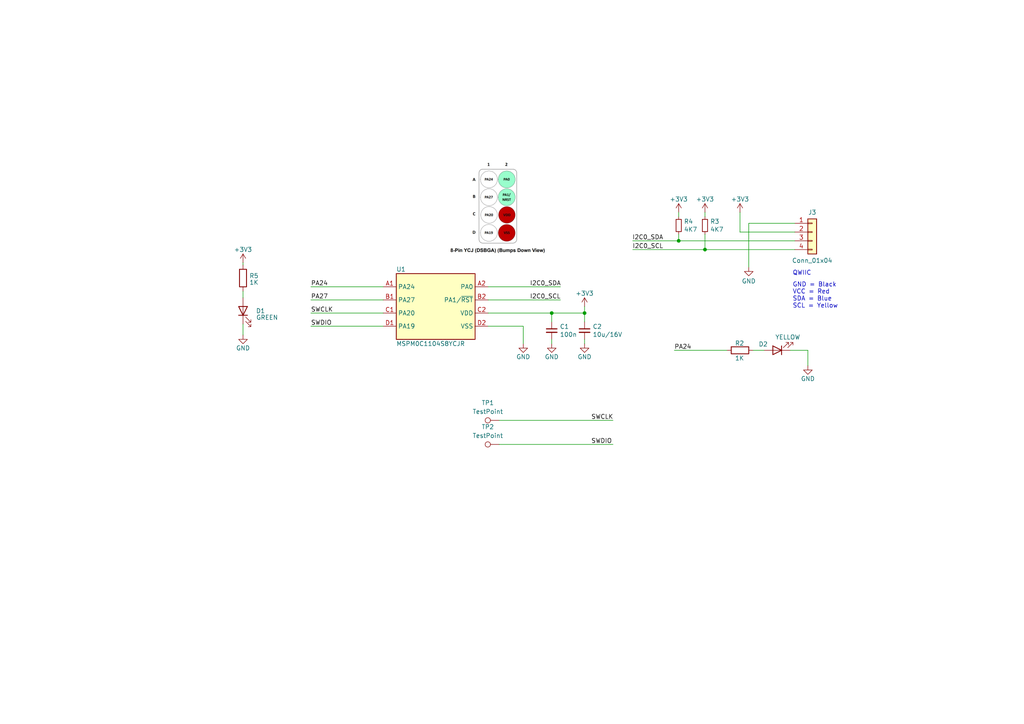
<source format=kicad_sch>
(kicad_sch
	(version 20231120)
	(generator "eeschema")
	(generator_version "8.0")
	(uuid "037187d3-1b7a-4b78-9731-ae9495b1cc16")
	(paper "A4")
	(title_block
		(title "MSPM0C1104S8YCJR QWIIC test module")
		(date "2025-03-13")
		(rev "1.0")
		(company "Made by Morten")
	)
	(lib_symbols
		(symbol "Connector:TestPoint"
			(pin_numbers hide)
			(pin_names
				(offset 0.762) hide)
			(exclude_from_sim no)
			(in_bom yes)
			(on_board yes)
			(property "Reference" "TP"
				(at 0 6.858 0)
				(effects
					(font
						(size 1.27 1.27)
					)
				)
			)
			(property "Value" "TestPoint"
				(at 0 5.08 0)
				(effects
					(font
						(size 1.27 1.27)
					)
				)
			)
			(property "Footprint" ""
				(at 5.08 0 0)
				(effects
					(font
						(size 1.27 1.27)
					)
					(hide yes)
				)
			)
			(property "Datasheet" "~"
				(at 5.08 0 0)
				(effects
					(font
						(size 1.27 1.27)
					)
					(hide yes)
				)
			)
			(property "Description" "test point"
				(at 0 0 0)
				(effects
					(font
						(size 1.27 1.27)
					)
					(hide yes)
				)
			)
			(property "ki_keywords" "test point tp"
				(at 0 0 0)
				(effects
					(font
						(size 1.27 1.27)
					)
					(hide yes)
				)
			)
			(property "ki_fp_filters" "Pin* Test*"
				(at 0 0 0)
				(effects
					(font
						(size 1.27 1.27)
					)
					(hide yes)
				)
			)
			(symbol "TestPoint_0_1"
				(circle
					(center 0 3.302)
					(radius 0.762)
					(stroke
						(width 0)
						(type default)
					)
					(fill
						(type none)
					)
				)
			)
			(symbol "TestPoint_1_1"
				(pin passive line
					(at 0 0 90)
					(length 2.54)
					(name "1"
						(effects
							(font
								(size 1.27 1.27)
							)
						)
					)
					(number "1"
						(effects
							(font
								(size 1.27 1.27)
							)
						)
					)
				)
			)
		)
		(symbol "Connector_Generic:Conn_01x04"
			(pin_names
				(offset 1.016) hide)
			(exclude_from_sim no)
			(in_bom yes)
			(on_board yes)
			(property "Reference" "J"
				(at 0 5.08 0)
				(effects
					(font
						(size 1.27 1.27)
					)
				)
			)
			(property "Value" "Conn_01x04"
				(at 0 -7.62 0)
				(effects
					(font
						(size 1.27 1.27)
					)
				)
			)
			(property "Footprint" ""
				(at 0 0 0)
				(effects
					(font
						(size 1.27 1.27)
					)
					(hide yes)
				)
			)
			(property "Datasheet" "~"
				(at 0 0 0)
				(effects
					(font
						(size 1.27 1.27)
					)
					(hide yes)
				)
			)
			(property "Description" "Generic connector, single row, 01x04, script generated (kicad-library-utils/schlib/autogen/connector/)"
				(at 0 0 0)
				(effects
					(font
						(size 1.27 1.27)
					)
					(hide yes)
				)
			)
			(property "ki_keywords" "connector"
				(at 0 0 0)
				(effects
					(font
						(size 1.27 1.27)
					)
					(hide yes)
				)
			)
			(property "ki_fp_filters" "Connector*:*_1x??_*"
				(at 0 0 0)
				(effects
					(font
						(size 1.27 1.27)
					)
					(hide yes)
				)
			)
			(symbol "Conn_01x04_1_1"
				(rectangle
					(start -1.27 -4.953)
					(end 0 -5.207)
					(stroke
						(width 0.1524)
						(type default)
					)
					(fill
						(type none)
					)
				)
				(rectangle
					(start -1.27 -2.413)
					(end 0 -2.667)
					(stroke
						(width 0.1524)
						(type default)
					)
					(fill
						(type none)
					)
				)
				(rectangle
					(start -1.27 0.127)
					(end 0 -0.127)
					(stroke
						(width 0.1524)
						(type default)
					)
					(fill
						(type none)
					)
				)
				(rectangle
					(start -1.27 2.667)
					(end 0 2.413)
					(stroke
						(width 0.1524)
						(type default)
					)
					(fill
						(type none)
					)
				)
				(rectangle
					(start -1.27 3.81)
					(end 1.27 -6.35)
					(stroke
						(width 0.254)
						(type default)
					)
					(fill
						(type background)
					)
				)
				(pin passive line
					(at -5.08 2.54 0)
					(length 3.81)
					(name "Pin_1"
						(effects
							(font
								(size 1.27 1.27)
							)
						)
					)
					(number "1"
						(effects
							(font
								(size 1.27 1.27)
							)
						)
					)
				)
				(pin passive line
					(at -5.08 0 0)
					(length 3.81)
					(name "Pin_2"
						(effects
							(font
								(size 1.27 1.27)
							)
						)
					)
					(number "2"
						(effects
							(font
								(size 1.27 1.27)
							)
						)
					)
				)
				(pin passive line
					(at -5.08 -2.54 0)
					(length 3.81)
					(name "Pin_3"
						(effects
							(font
								(size 1.27 1.27)
							)
						)
					)
					(number "3"
						(effects
							(font
								(size 1.27 1.27)
							)
						)
					)
				)
				(pin passive line
					(at -5.08 -5.08 0)
					(length 3.81)
					(name "Pin_4"
						(effects
							(font
								(size 1.27 1.27)
							)
						)
					)
					(number "4"
						(effects
							(font
								(size 1.27 1.27)
							)
						)
					)
				)
			)
		)
		(symbol "Device:C_Small"
			(pin_numbers hide)
			(pin_names
				(offset 0.254) hide)
			(exclude_from_sim no)
			(in_bom yes)
			(on_board yes)
			(property "Reference" "C"
				(at 0.254 1.778 0)
				(effects
					(font
						(size 1.27 1.27)
					)
					(justify left)
				)
			)
			(property "Value" "C_Small"
				(at 0.254 -2.032 0)
				(effects
					(font
						(size 1.27 1.27)
					)
					(justify left)
				)
			)
			(property "Footprint" ""
				(at 0 0 0)
				(effects
					(font
						(size 1.27 1.27)
					)
					(hide yes)
				)
			)
			(property "Datasheet" "~"
				(at 0 0 0)
				(effects
					(font
						(size 1.27 1.27)
					)
					(hide yes)
				)
			)
			(property "Description" "Unpolarized capacitor, small symbol"
				(at 0 0 0)
				(effects
					(font
						(size 1.27 1.27)
					)
					(hide yes)
				)
			)
			(property "ki_keywords" "capacitor cap"
				(at 0 0 0)
				(effects
					(font
						(size 1.27 1.27)
					)
					(hide yes)
				)
			)
			(property "ki_fp_filters" "C_*"
				(at 0 0 0)
				(effects
					(font
						(size 1.27 1.27)
					)
					(hide yes)
				)
			)
			(symbol "C_Small_0_1"
				(polyline
					(pts
						(xy -1.524 -0.508) (xy 1.524 -0.508)
					)
					(stroke
						(width 0.3302)
						(type default)
					)
					(fill
						(type none)
					)
				)
				(polyline
					(pts
						(xy -1.524 0.508) (xy 1.524 0.508)
					)
					(stroke
						(width 0.3048)
						(type default)
					)
					(fill
						(type none)
					)
				)
			)
			(symbol "C_Small_1_1"
				(pin passive line
					(at 0 2.54 270)
					(length 2.032)
					(name "~"
						(effects
							(font
								(size 1.27 1.27)
							)
						)
					)
					(number "1"
						(effects
							(font
								(size 1.27 1.27)
							)
						)
					)
				)
				(pin passive line
					(at 0 -2.54 90)
					(length 2.032)
					(name "~"
						(effects
							(font
								(size 1.27 1.27)
							)
						)
					)
					(number "2"
						(effects
							(font
								(size 1.27 1.27)
							)
						)
					)
				)
			)
		)
		(symbol "Device:LED"
			(pin_numbers hide)
			(pin_names
				(offset 1.016) hide)
			(exclude_from_sim no)
			(in_bom yes)
			(on_board yes)
			(property "Reference" "D"
				(at 0 2.54 0)
				(effects
					(font
						(size 1.27 1.27)
					)
				)
			)
			(property "Value" "LED"
				(at 0 -2.54 0)
				(effects
					(font
						(size 1.27 1.27)
					)
				)
			)
			(property "Footprint" ""
				(at 0 0 0)
				(effects
					(font
						(size 1.27 1.27)
					)
					(hide yes)
				)
			)
			(property "Datasheet" "~"
				(at 0 0 0)
				(effects
					(font
						(size 1.27 1.27)
					)
					(hide yes)
				)
			)
			(property "Description" "Light emitting diode"
				(at 0 0 0)
				(effects
					(font
						(size 1.27 1.27)
					)
					(hide yes)
				)
			)
			(property "ki_keywords" "LED diode"
				(at 0 0 0)
				(effects
					(font
						(size 1.27 1.27)
					)
					(hide yes)
				)
			)
			(property "ki_fp_filters" "LED* LED_SMD:* LED_THT:*"
				(at 0 0 0)
				(effects
					(font
						(size 1.27 1.27)
					)
					(hide yes)
				)
			)
			(symbol "LED_0_1"
				(polyline
					(pts
						(xy -1.27 -1.27) (xy -1.27 1.27)
					)
					(stroke
						(width 0.254)
						(type default)
					)
					(fill
						(type none)
					)
				)
				(polyline
					(pts
						(xy -1.27 0) (xy 1.27 0)
					)
					(stroke
						(width 0)
						(type default)
					)
					(fill
						(type none)
					)
				)
				(polyline
					(pts
						(xy 1.27 -1.27) (xy 1.27 1.27) (xy -1.27 0) (xy 1.27 -1.27)
					)
					(stroke
						(width 0.254)
						(type default)
					)
					(fill
						(type none)
					)
				)
				(polyline
					(pts
						(xy -3.048 -0.762) (xy -4.572 -2.286) (xy -3.81 -2.286) (xy -4.572 -2.286) (xy -4.572 -1.524)
					)
					(stroke
						(width 0)
						(type default)
					)
					(fill
						(type none)
					)
				)
				(polyline
					(pts
						(xy -1.778 -0.762) (xy -3.302 -2.286) (xy -2.54 -2.286) (xy -3.302 -2.286) (xy -3.302 -1.524)
					)
					(stroke
						(width 0)
						(type default)
					)
					(fill
						(type none)
					)
				)
			)
			(symbol "LED_1_1"
				(pin passive line
					(at -3.81 0 0)
					(length 2.54)
					(name "K"
						(effects
							(font
								(size 1.27 1.27)
							)
						)
					)
					(number "1"
						(effects
							(font
								(size 1.27 1.27)
							)
						)
					)
				)
				(pin passive line
					(at 3.81 0 180)
					(length 2.54)
					(name "A"
						(effects
							(font
								(size 1.27 1.27)
							)
						)
					)
					(number "2"
						(effects
							(font
								(size 1.27 1.27)
							)
						)
					)
				)
			)
		)
		(symbol "Device:R"
			(pin_numbers hide)
			(pin_names
				(offset 0)
			)
			(exclude_from_sim no)
			(in_bom yes)
			(on_board yes)
			(property "Reference" "R"
				(at 2.032 0 90)
				(effects
					(font
						(size 1.27 1.27)
					)
				)
			)
			(property "Value" "R"
				(at 0 0 90)
				(effects
					(font
						(size 1.27 1.27)
					)
				)
			)
			(property "Footprint" ""
				(at -1.778 0 90)
				(effects
					(font
						(size 1.27 1.27)
					)
					(hide yes)
				)
			)
			(property "Datasheet" "~"
				(at 0 0 0)
				(effects
					(font
						(size 1.27 1.27)
					)
					(hide yes)
				)
			)
			(property "Description" "Resistor"
				(at 0 0 0)
				(effects
					(font
						(size 1.27 1.27)
					)
					(hide yes)
				)
			)
			(property "ki_keywords" "R res resistor"
				(at 0 0 0)
				(effects
					(font
						(size 1.27 1.27)
					)
					(hide yes)
				)
			)
			(property "ki_fp_filters" "R_*"
				(at 0 0 0)
				(effects
					(font
						(size 1.27 1.27)
					)
					(hide yes)
				)
			)
			(symbol "R_0_1"
				(rectangle
					(start -1.016 -2.54)
					(end 1.016 2.54)
					(stroke
						(width 0.254)
						(type default)
					)
					(fill
						(type none)
					)
				)
			)
			(symbol "R_1_1"
				(pin passive line
					(at 0 3.81 270)
					(length 1.27)
					(name "~"
						(effects
							(font
								(size 1.27 1.27)
							)
						)
					)
					(number "1"
						(effects
							(font
								(size 1.27 1.27)
							)
						)
					)
				)
				(pin passive line
					(at 0 -3.81 90)
					(length 1.27)
					(name "~"
						(effects
							(font
								(size 1.27 1.27)
							)
						)
					)
					(number "2"
						(effects
							(font
								(size 1.27 1.27)
							)
						)
					)
				)
			)
		)
		(symbol "Device:R_Small"
			(pin_numbers hide)
			(pin_names
				(offset 0.254) hide)
			(exclude_from_sim no)
			(in_bom yes)
			(on_board yes)
			(property "Reference" "R"
				(at 0.762 0.508 0)
				(effects
					(font
						(size 1.27 1.27)
					)
					(justify left)
				)
			)
			(property "Value" "R_Small"
				(at 0.762 -1.016 0)
				(effects
					(font
						(size 1.27 1.27)
					)
					(justify left)
				)
			)
			(property "Footprint" ""
				(at 0 0 0)
				(effects
					(font
						(size 1.27 1.27)
					)
					(hide yes)
				)
			)
			(property "Datasheet" "~"
				(at 0 0 0)
				(effects
					(font
						(size 1.27 1.27)
					)
					(hide yes)
				)
			)
			(property "Description" "Resistor, small symbol"
				(at 0 0 0)
				(effects
					(font
						(size 1.27 1.27)
					)
					(hide yes)
				)
			)
			(property "ki_keywords" "R resistor"
				(at 0 0 0)
				(effects
					(font
						(size 1.27 1.27)
					)
					(hide yes)
				)
			)
			(property "ki_fp_filters" "R_*"
				(at 0 0 0)
				(effects
					(font
						(size 1.27 1.27)
					)
					(hide yes)
				)
			)
			(symbol "R_Small_0_1"
				(rectangle
					(start -0.762 1.778)
					(end 0.762 -1.778)
					(stroke
						(width 0.2032)
						(type default)
					)
					(fill
						(type none)
					)
				)
			)
			(symbol "R_Small_1_1"
				(pin passive line
					(at 0 2.54 270)
					(length 0.762)
					(name "~"
						(effects
							(font
								(size 1.27 1.27)
							)
						)
					)
					(number "1"
						(effects
							(font
								(size 1.27 1.27)
							)
						)
					)
				)
				(pin passive line
					(at 0 -2.54 90)
					(length 0.762)
					(name "~"
						(effects
							(font
								(size 1.27 1.27)
							)
						)
					)
					(number "2"
						(effects
							(font
								(size 1.27 1.27)
							)
						)
					)
				)
			)
		)
		(symbol "MCU_Texas_MSP430:MSP430F2111IPW"
			(exclude_from_sim no)
			(in_bom yes)
			(on_board yes)
			(property "Reference" "U1"
				(at 2.1941 18.415 0)
				(effects
					(font
						(size 1.27 1.27)
					)
					(justify left)
				)
			)
			(property "Value" "MSPM0C1104S8YCJR"
				(at 2.1941 15.875 0)
				(effects
					(font
						(size 1.27 1.27)
					)
					(justify left)
				)
			)
			(property "Footprint" ""
				(at -13.97 -13.97 0)
				(effects
					(font
						(size 1.27 1.27)
						(italic yes)
					)
					(hide yes)
				)
			)
			(property "Datasheet" ""
				(at 0 0 0)
				(effects
					(font
						(size 1.27 1.27)
					)
					(hide yes)
				)
			)
			(property "Description" ""
				(at 0 0 0)
				(effects
					(font
						(size 1.27 1.27)
					)
					(hide yes)
				)
			)
			(property "ki_keywords" "TI MSP430 16-bit mixed signal microcontroller"
				(at 0 0 0)
				(effects
					(font
						(size 1.27 1.27)
					)
					(hide yes)
				)
			)
			(property "ki_fp_filters" "TSSOP*4.4x6.5mm*P0.65mm*"
				(at 0 0 0)
				(effects
					(font
						(size 1.27 1.27)
					)
					(hide yes)
				)
			)
			(symbol "MSP430F2111IPW_0_1"
				(rectangle
					(start -11.43 8.89)
					(end 11.43 -10.16)
					(stroke
						(width 0.254)
						(type default)
					)
					(fill
						(type background)
					)
				)
			)
			(symbol "MSP430F2111IPW_1_1"
				(pin bidirectional line
					(at -15.24 5.08 0)
					(length 3.81)
					(name "PA24"
						(effects
							(font
								(size 1.27 1.27)
							)
						)
					)
					(number "A1"
						(effects
							(font
								(size 1.27 1.27)
							)
						)
					)
				)
				(pin bidirectional line
					(at 15.24 5.08 180)
					(length 3.81)
					(name "PA0"
						(effects
							(font
								(size 1.27 1.27)
							)
						)
					)
					(number "A2"
						(effects
							(font
								(size 1.27 1.27)
							)
						)
					)
				)
				(pin bidirectional line
					(at -15.24 1.27 0)
					(length 3.81)
					(name "PA27"
						(effects
							(font
								(size 1.27 1.27)
							)
						)
					)
					(number "B1"
						(effects
							(font
								(size 1.27 1.27)
							)
						)
					)
				)
				(pin input line
					(at 15.24 1.27 180)
					(length 3.81)
					(name "PA1/~{RST}"
						(effects
							(font
								(size 1.27 1.27)
							)
						)
					)
					(number "B2"
						(effects
							(font
								(size 1.27 1.27)
							)
						)
					)
				)
				(pin bidirectional line
					(at -15.24 -2.54 0)
					(length 3.81)
					(name "PA20"
						(effects
							(font
								(size 1.27 1.27)
							)
						)
					)
					(number "C1"
						(effects
							(font
								(size 1.27 1.27)
							)
						)
					)
				)
				(pin bidirectional line
					(at 15.24 -2.54 180)
					(length 3.81)
					(name "VDD"
						(effects
							(font
								(size 1.27 1.27)
							)
						)
					)
					(number "C2"
						(effects
							(font
								(size 1.27 1.27)
							)
						)
					)
				)
				(pin bidirectional line
					(at -15.24 -6.35 0)
					(length 3.81)
					(name "PA19"
						(effects
							(font
								(size 1.27 1.27)
							)
						)
					)
					(number "D1"
						(effects
							(font
								(size 1.27 1.27)
							)
						)
					)
				)
				(pin bidirectional line
					(at 15.24 -6.35 180)
					(length 3.81)
					(name "VSS"
						(effects
							(font
								(size 1.27 1.27)
							)
						)
					)
					(number "D2"
						(effects
							(font
								(size 1.27 1.27)
							)
						)
					)
				)
			)
		)
		(symbol "power:+3.3V"
			(power)
			(pin_names
				(offset 0)
			)
			(exclude_from_sim no)
			(in_bom yes)
			(on_board yes)
			(property "Reference" "#PWR"
				(at 0 -3.81 0)
				(effects
					(font
						(size 1.27 1.27)
					)
					(hide yes)
				)
			)
			(property "Value" "+3.3V"
				(at 0 3.556 0)
				(effects
					(font
						(size 1.27 1.27)
					)
				)
			)
			(property "Footprint" ""
				(at 0 0 0)
				(effects
					(font
						(size 1.27 1.27)
					)
					(hide yes)
				)
			)
			(property "Datasheet" ""
				(at 0 0 0)
				(effects
					(font
						(size 1.27 1.27)
					)
					(hide yes)
				)
			)
			(property "Description" "Power symbol creates a global label with name \"+3.3V\""
				(at 0 0 0)
				(effects
					(font
						(size 1.27 1.27)
					)
					(hide yes)
				)
			)
			(property "ki_keywords" "power-flag"
				(at 0 0 0)
				(effects
					(font
						(size 1.27 1.27)
					)
					(hide yes)
				)
			)
			(symbol "+3.3V_0_1"
				(polyline
					(pts
						(xy -0.762 1.27) (xy 0 2.54)
					)
					(stroke
						(width 0)
						(type default)
					)
					(fill
						(type none)
					)
				)
				(polyline
					(pts
						(xy 0 0) (xy 0 2.54)
					)
					(stroke
						(width 0)
						(type default)
					)
					(fill
						(type none)
					)
				)
				(polyline
					(pts
						(xy 0 2.54) (xy 0.762 1.27)
					)
					(stroke
						(width 0)
						(type default)
					)
					(fill
						(type none)
					)
				)
			)
			(symbol "+3.3V_1_1"
				(pin power_in line
					(at 0 0 90)
					(length 0) hide
					(name "+3V3"
						(effects
							(font
								(size 1.27 1.27)
							)
						)
					)
					(number "1"
						(effects
							(font
								(size 1.27 1.27)
							)
						)
					)
				)
			)
		)
		(symbol "power:+3V3"
			(power)
			(pin_names
				(offset 0)
			)
			(exclude_from_sim no)
			(in_bom yes)
			(on_board yes)
			(property "Reference" "#PWR"
				(at 0 -3.81 0)
				(effects
					(font
						(size 1.27 1.27)
					)
					(hide yes)
				)
			)
			(property "Value" "+3V3"
				(at 0 3.556 0)
				(effects
					(font
						(size 1.27 1.27)
					)
				)
			)
			(property "Footprint" ""
				(at 0 0 0)
				(effects
					(font
						(size 1.27 1.27)
					)
					(hide yes)
				)
			)
			(property "Datasheet" ""
				(at 0 0 0)
				(effects
					(font
						(size 1.27 1.27)
					)
					(hide yes)
				)
			)
			(property "Description" "Power symbol creates a global label with name \"+3V3\""
				(at 0 0 0)
				(effects
					(font
						(size 1.27 1.27)
					)
					(hide yes)
				)
			)
			(property "ki_keywords" "power-flag"
				(at 0 0 0)
				(effects
					(font
						(size 1.27 1.27)
					)
					(hide yes)
				)
			)
			(symbol "+3V3_0_1"
				(polyline
					(pts
						(xy -0.762 1.27) (xy 0 2.54)
					)
					(stroke
						(width 0)
						(type default)
					)
					(fill
						(type none)
					)
				)
				(polyline
					(pts
						(xy 0 0) (xy 0 2.54)
					)
					(stroke
						(width 0)
						(type default)
					)
					(fill
						(type none)
					)
				)
				(polyline
					(pts
						(xy 0 2.54) (xy 0.762 1.27)
					)
					(stroke
						(width 0)
						(type default)
					)
					(fill
						(type none)
					)
				)
			)
			(symbol "+3V3_1_1"
				(pin power_in line
					(at 0 0 90)
					(length 0) hide
					(name "+3V3"
						(effects
							(font
								(size 1.27 1.27)
							)
						)
					)
					(number "1"
						(effects
							(font
								(size 1.27 1.27)
							)
						)
					)
				)
			)
		)
		(symbol "power:GND"
			(power)
			(pin_names
				(offset 0)
			)
			(exclude_from_sim no)
			(in_bom yes)
			(on_board yes)
			(property "Reference" "#PWR"
				(at 0 -6.35 0)
				(effects
					(font
						(size 1.27 1.27)
					)
					(hide yes)
				)
			)
			(property "Value" "GND"
				(at 0 -3.81 0)
				(effects
					(font
						(size 1.27 1.27)
					)
				)
			)
			(property "Footprint" ""
				(at 0 0 0)
				(effects
					(font
						(size 1.27 1.27)
					)
					(hide yes)
				)
			)
			(property "Datasheet" ""
				(at 0 0 0)
				(effects
					(font
						(size 1.27 1.27)
					)
					(hide yes)
				)
			)
			(property "Description" "Power symbol creates a global label with name \"GND\" , ground"
				(at 0 0 0)
				(effects
					(font
						(size 1.27 1.27)
					)
					(hide yes)
				)
			)
			(property "ki_keywords" "power-flag"
				(at 0 0 0)
				(effects
					(font
						(size 1.27 1.27)
					)
					(hide yes)
				)
			)
			(symbol "GND_0_1"
				(polyline
					(pts
						(xy 0 0) (xy 0 -1.27) (xy 1.27 -1.27) (xy 0 -2.54) (xy -1.27 -1.27) (xy 0 -1.27)
					)
					(stroke
						(width 0)
						(type default)
					)
					(fill
						(type none)
					)
				)
			)
			(symbol "GND_1_1"
				(pin power_in line
					(at 0 0 270)
					(length 0) hide
					(name "GND"
						(effects
							(font
								(size 1.27 1.27)
							)
						)
					)
					(number "1"
						(effects
							(font
								(size 1.27 1.27)
							)
						)
					)
				)
			)
		)
	)
	(junction
		(at 204.47 72.39)
		(diameter 0)
		(color 0 0 0 0)
		(uuid "055626cf-e46b-4c1e-9fbf-f3014b950e01")
	)
	(junction
		(at 196.85 69.85)
		(diameter 0)
		(color 0 0 0 0)
		(uuid "59f7d72f-6057-45cd-ba40-91246cdd3297")
	)
	(junction
		(at 160.02 90.805)
		(diameter 0)
		(color 0 0 0 0)
		(uuid "a41c3309-5f54-4b34-b29a-0ce8528eb829")
	)
	(junction
		(at 169.545 90.805)
		(diameter 0)
		(color 0 0 0 0)
		(uuid "b3c1b5c3-3f97-458d-bad4-49bab8efc837")
	)
	(wire
		(pts
			(xy 90.17 86.995) (xy 111.125 86.995)
		)
		(stroke
			(width 0)
			(type default)
		)
		(uuid "0892366e-4381-40ee-b8b3-e05e35f11232")
	)
	(wire
		(pts
			(xy 90.17 83.185) (xy 111.125 83.185)
		)
		(stroke
			(width 0)
			(type default)
		)
		(uuid "113cfb7d-b266-46e6-a32f-e5b3655561e4")
	)
	(wire
		(pts
			(xy 218.44 101.6) (xy 221.615 101.6)
		)
		(stroke
			(width 0)
			(type default)
		)
		(uuid "1178fb71-f1f8-4287-9c07-9f6863358b91")
	)
	(wire
		(pts
			(xy 169.545 98.425) (xy 169.545 99.695)
		)
		(stroke
			(width 0)
			(type default)
		)
		(uuid "1b940423-b118-4b83-baa9-26d8748b7b03")
	)
	(wire
		(pts
			(xy 204.47 72.39) (xy 230.505 72.39)
		)
		(stroke
			(width 0)
			(type default)
		)
		(uuid "1ba2e370-6f98-45ea-82ac-09d79573d6d8")
	)
	(wire
		(pts
			(xy 230.505 64.77) (xy 217.17 64.77)
		)
		(stroke
			(width 0)
			(type default)
		)
		(uuid "1c9dac76-c617-4c50-b76b-a6b9d90aff69")
	)
	(wire
		(pts
			(xy 234.315 101.6) (xy 234.315 106.045)
		)
		(stroke
			(width 0)
			(type default)
		)
		(uuid "3743ae70-f998-4dab-a3de-daf5f6ac542c")
	)
	(wire
		(pts
			(xy 217.17 64.77) (xy 217.17 77.47)
		)
		(stroke
			(width 0)
			(type default)
		)
		(uuid "37968cf7-f4d5-4320-89f2-59f692a39a87")
	)
	(wire
		(pts
			(xy 90.17 90.805) (xy 111.125 90.805)
		)
		(stroke
			(width 0)
			(type default)
		)
		(uuid "39174b0b-4ca2-4f17-880a-24b7c4de8bca")
	)
	(wire
		(pts
			(xy 183.515 72.39) (xy 204.47 72.39)
		)
		(stroke
			(width 0)
			(type default)
		)
		(uuid "43a2ade2-9a0b-4529-a96b-0e63c4aaebbc")
	)
	(wire
		(pts
			(xy 70.485 84.455) (xy 70.485 86.36)
		)
		(stroke
			(width 0)
			(type default)
		)
		(uuid "483bc590-cf38-44d4-a9e5-12438dd38e0b")
	)
	(wire
		(pts
			(xy 195.58 101.6) (xy 210.82 101.6)
		)
		(stroke
			(width 0)
			(type default)
		)
		(uuid "502d4744-8ebc-45e6-8baa-c3917f78cd1e")
	)
	(wire
		(pts
			(xy 160.02 90.805) (xy 160.02 93.345)
		)
		(stroke
			(width 0)
			(type default)
		)
		(uuid "51ec7908-e26e-4723-a620-013368a48293")
	)
	(wire
		(pts
			(xy 141.605 90.805) (xy 160.02 90.805)
		)
		(stroke
			(width 0)
			(type default)
		)
		(uuid "6370a257-a0a0-49d2-959f-eba767188635")
	)
	(wire
		(pts
			(xy 160.02 98.425) (xy 160.02 99.695)
		)
		(stroke
			(width 0)
			(type default)
		)
		(uuid "662a4bda-0a0c-4f31-ab1c-b2d08edf1592")
	)
	(wire
		(pts
			(xy 141.605 94.615) (xy 151.765 94.615)
		)
		(stroke
			(width 0)
			(type default)
		)
		(uuid "66b37146-5673-403f-a1a0-3428614b0606")
	)
	(wire
		(pts
			(xy 141.605 86.995) (xy 162.56 86.995)
		)
		(stroke
			(width 0)
			(type default)
		)
		(uuid "78c8544d-f5fc-41a9-8be8-995fa9488bf2")
	)
	(wire
		(pts
			(xy 183.515 69.85) (xy 196.85 69.85)
		)
		(stroke
			(width 0)
			(type default)
		)
		(uuid "7c99437e-dbd4-4486-bf6e-df4cb36c6d4c")
	)
	(wire
		(pts
			(xy 204.47 67.945) (xy 204.47 72.39)
		)
		(stroke
			(width 0)
			(type default)
		)
		(uuid "80ac1803-4afe-484a-9f28-d1345c63e092")
	)
	(wire
		(pts
			(xy 90.17 94.615) (xy 111.125 94.615)
		)
		(stroke
			(width 0)
			(type default)
		)
		(uuid "8414a2b1-cb24-4e47-ae81-7fbf660d9ae8")
	)
	(wire
		(pts
			(xy 196.85 69.85) (xy 230.505 69.85)
		)
		(stroke
			(width 0)
			(type default)
		)
		(uuid "86234a2d-746b-45fc-8da5-652fb0b5b78e")
	)
	(wire
		(pts
			(xy 169.545 90.805) (xy 169.545 88.9)
		)
		(stroke
			(width 0)
			(type default)
		)
		(uuid "98562060-f604-49ed-9b60-48abf3581d6e")
	)
	(wire
		(pts
			(xy 196.85 67.945) (xy 196.85 69.85)
		)
		(stroke
			(width 0)
			(type default)
		)
		(uuid "999775c7-b6a8-41fa-a88d-6171a249dc95")
	)
	(wire
		(pts
			(xy 229.235 101.6) (xy 234.315 101.6)
		)
		(stroke
			(width 0)
			(type default)
		)
		(uuid "a423aa3b-885a-4354-a78d-6a10bee029e9")
	)
	(wire
		(pts
			(xy 160.02 90.805) (xy 169.545 90.805)
		)
		(stroke
			(width 0)
			(type default)
		)
		(uuid "a7c4baeb-ba28-4c02-b68d-a6789a615a4f")
	)
	(wire
		(pts
			(xy 230.505 67.31) (xy 214.63 67.31)
		)
		(stroke
			(width 0)
			(type default)
		)
		(uuid "aeb15c9b-96cd-4515-90a6-e22959facee2")
	)
	(wire
		(pts
			(xy 141.605 83.185) (xy 162.56 83.185)
		)
		(stroke
			(width 0)
			(type default)
		)
		(uuid "b1e77ffc-a56c-4b97-9853-f0fdb17a0c78")
	)
	(wire
		(pts
			(xy 196.85 61.595) (xy 196.85 62.865)
		)
		(stroke
			(width 0)
			(type default)
		)
		(uuid "b3a565b0-1f22-4bbb-8fa8-e2b791dca146")
	)
	(wire
		(pts
			(xy 70.485 93.98) (xy 70.485 97.155)
		)
		(stroke
			(width 0)
			(type default)
		)
		(uuid "b669168d-6238-4f21-9cb7-11ae35746530")
	)
	(wire
		(pts
			(xy 151.765 94.615) (xy 151.765 99.695)
		)
		(stroke
			(width 0)
			(type default)
		)
		(uuid "bc3d06ae-5bcf-4ff6-ad9e-b0bd405ec68d")
	)
	(wire
		(pts
			(xy 144.78 128.905) (xy 177.8 128.905)
		)
		(stroke
			(width 0)
			(type default)
		)
		(uuid "be3237fc-dd2d-45db-b9c9-5b390aaaaa36")
	)
	(wire
		(pts
			(xy 204.47 61.595) (xy 204.47 62.865)
		)
		(stroke
			(width 0)
			(type default)
		)
		(uuid "c9e26820-ec04-4db0-92d6-d1dc0dba7640")
	)
	(wire
		(pts
			(xy 169.545 90.805) (xy 169.545 93.345)
		)
		(stroke
			(width 0)
			(type default)
		)
		(uuid "e54503d3-b1b9-4241-8675-a0d9860ab154")
	)
	(wire
		(pts
			(xy 70.485 76.835) (xy 70.485 76.2)
		)
		(stroke
			(width 0)
			(type default)
		)
		(uuid "e5a1291d-03d0-4890-afe8-e59bd935825c")
	)
	(wire
		(pts
			(xy 214.63 61.595) (xy 214.63 67.31)
		)
		(stroke
			(width 0)
			(type default)
		)
		(uuid "e8546b82-2847-4c0a-8539-a41a98079685")
	)
	(wire
		(pts
			(xy 144.78 121.92) (xy 177.8 121.92)
		)
		(stroke
			(width 0)
			(type default)
		)
		(uuid "f631051f-811a-45fb-8f39-0e13b2a7f597")
	)
	(image
		(at 144.145 60.325)
		(scale 0.29051)
		(uuid "f45ab932-91a6-45b8-8016-2f10c8b83445")
		(data "/9j/4AAQSkZJRgABAQEAeAB4AAD/2wBDAAIBAQIBAQICAgICAgICAwUDAwMDAwYEBAMFBwYHBwcG"
			"BwcICQsJCAgKCAcHCg0KCgsMDAwMBwkODw0MDgsMDAz/2wBDAQICAgMDAwYDAwYMCAcIDAwMDAwM"
			"DAwMDAwMDAwMDAwMDAwMDAwMDAwMDAwMDAwMDAwMDAwMDAwMDAwMDAwMDAz/wAARCAHFAe4DASIA"
			"AhEBAxEB/8QAHwAAAQUBAQEBAQEAAAAAAAAAAAECAwQFBgcICQoL/8QAtRAAAgEDAwIEAwUFBAQA"
			"AAF9AQIDAAQRBRIhMUEGE1FhByJxFDKBkaEII0KxwRVS0fAkM2JyggkKFhcYGRolJicoKSo0NTY3"
			"ODk6Q0RFRkdISUpTVFVWV1hZWmNkZWZnaGlqc3R1dnd4eXqDhIWGh4iJipKTlJWWl5iZmqKjpKWm"
			"p6ipqrKztLW2t7i5usLDxMXGx8jJytLT1NXW19jZ2uHi4+Tl5ufo6erx8vP09fb3+Pn6/8QAHwEA"
			"AwEBAQEBAQEBAQAAAAAAAAECAwQFBgcICQoL/8QAtREAAgECBAQDBAcFBAQAAQJ3AAECAxEEBSEx"
			"BhJBUQdhcRMiMoEIFEKRobHBCSMzUvAVYnLRChYkNOEl8RcYGRomJygpKjU2Nzg5OkNERUZHSElK"
			"U1RVVldYWVpjZGVmZ2hpanN0dXZ3eHl6goOEhYaHiImKkpOUlZaXmJmaoqOkpaanqKmqsrO0tba3"
			"uLm6wsPExcbHyMnK0tPU1dbX2Nna4uPk5ebn6Onq8vP09fb3+Pn6/9oADAMBAAIRAxEAPwD9/KKK"
			"KACiiigAooooAKKKKACiiigAooooAKKKKACiiigAooooAKKKKACiiigAooooAKKK8u/az/bU+Fn7"
			"C3wxfxh8WfGuj+CtAD+VHNeF5JrqT+5BBGrTTPjnbGjEDJxgZpSkoq8nYcYuTtFXPUaK5X4IfGvw"
			"x+0f8IvD3jvwXqf9s+FPFdjHqOlXwt5bf7VA4yr+XKqyLkdnUEdxXVVcoyjJxkrNExkpJSi7phRR"
			"RUjCiiigAooooAKKKyfHnjvR/hf4J1fxJ4h1G10fQdBs5dQ1G+un2Q2dvEheSR27Kqgk/SlKSinK"
			"WiQ0nJ8sdzWor4a+B3/Bx5+x/wDtD/HjT/h34a+Ke/XdZu1sNMmvdFvrGy1G4ZtqRJPNEqhmOAu/"
			"aGJABJIB+5arlfKp20ZPMuZx6oKKKKQwooooAKKKKACiiigAooooAKKKKACiiigAooooAKKKKACi"
			"iigAooooAKKKKACiiigAooooAKKKKACiiigAooooAKKKKACiiigAooooAKKKKACiiigAooooAKKK"
			"KACvzj/4OR/2Lvhp8TP+Cf8A8V/jD4g8MWuseP8AwT4MfTdA1G7kkkXSY5LyJneKEt5YlO4jzNu8"
			"DgEV+jlfG3/BWb/gmv8AFX/gpJ4Qbwf4Y/aJl+Enw81fSm03xF4dXwPa64uusZRIspuHnhlhwFUb"
			"UbtnPJrlxlOVSk4Q+JppPtdNX79baa69jpwlSMKinPZNNrvZp2/XXTQ3/wDgh1/yiI/Z5/7Eqx/9"
			"Ar6qr5U/4JRfsCfEn/gnb8HbjwH40+Osnxk8M6ba2Vh4Us28H22gDwzbwCUSRhoppXuPM3xcyNlf"
			"J4zuNfVdepjqsauJnVhtJt/fr+B52EpSpUIU5bxSX3KwUUUVynQFFFFABRRRQAVneLvCWlePvC2o"
			"6Hrmm2OsaNq9tJZ31hewLPbXkLqVeKSNgVdGUkFSCCDWjXAftVfBvU/2iP2bPHPgTRvFN74I1Txf"
			"ol1pNtr9nCZp9JeaMp56IHQsVz0DqfRh1rOs5KnJxXM7PTv5fMulZzSk7K+/bz+R+M3/AAUD8CeG"
			"f+C0f/BX74O/Bz4C+H9Jj8G/s33ZuvHXjTSbKOCw09BPC5sIZIwFYp9nKRqvBkkkwNsbtX7sDgV+"
			"P37MP/BtR8ff2MvBsnh34X/t36/4K0O4uzfXNppnw1hjF1McAvIx1Es7YAGWJwAB04r9edKtpbLT"
			"LeGec3U8USpJOVCmZgACxA4GTzj3roioww8aSd2m2+7lKzk/JaWSu3pd7mMm5V3O1lZJeSjsvNu7"
			"bdrdOiLFFFFZlhRRRQAUUUUAFFFFABRRRQAUUUUAFFFFABRRRQAUUUUAFFFFABRRRQAUUUUAFFFF"
			"ABRRRQAUUUUAFFFFABRRRQAUUUUAFFFFABRRRQAUUUUAFFFFABRUV5eRadaS3FxLHBBAhkkkkYKk"
			"agZLEngADqTXztZ/th+NP2jpW/4UN4IsNf8ADO7Yvj3xVfSaZ4evMdW0+KOOS61BR0EqpDbvnMdw"
			"+CKAPo6ivn4fDT9qC9HmS/GL4KWLPyYLf4U6jMkXtvfXgX/3tq5/ujpS/wDCqf2m/wDotvwd/wDD"
			"SX3/AMv6APoCivn/AP4VT+03/wBFt+Dv/hpL7/5f0f8ACqf2m/8Aotvwd/8ADSX3/wAv6APoCivn"
			"/wD4VT+03/0W34O/+Gkvv/l/R/wqn9pv/otvwd/8NJff/L+gD6Aor5//AOFU/tN/9Ft+Dv8A4aS+"
			"/wDl/R/wqn9pv/otvwd/8NJff/L+gD6Aor5//wCFU/tN/wDRbfg7/wCGkvv/AJf0f8Kp/ab/AOi2"
			"/B3/AMNJff8Ay/oA+gKK+f8A/hVP7Tf/AEW34O/+Gkvv/l/R/wAKp/ab/wCi2/B3/wANJff/AC/o"
			"A+gKK+f/APhVP7Tf/Rbfg7/4aS+/+X9H/Cqf2m/+i2/B3/w0l9/8v6APoCivn/8A4VT+03/0W34O"
			"/wDhpL7/AOX9H/Cqf2m/+i2/B3/w0l9/8v6APoCivn//AIVT+03/ANFt+Dv/AIaS+/8Al/R/wqn9"
			"pv8A6Lb8Hf8Aw0l9/wDL+gD6Aor59k8F/tSeG1+0QfET4F+Ltv8Ay4XXgPU9C836XSard7P/AAHf"
			"+hv/AA0/bOkX4i6d4E+KvhK8+FfjjWHMWkLPerqGheJpApZk07UVVFklAVj9nnjguCqlhCUBagD3"
			"OiiigAooooAKKKKACiiigAooooAKKKKACiiigAooooAKKKKACiiigAooooAKKKKACiiigAooooAK"
			"KKKACiiigAooooAKKKKACiiigAooooA+af2gtMP7Y/7S8XwXmZm+HPg/TrbxH8QokYga89w8q6do"
			"khGMwP5M1zcpn5447aNgYrhwfpK1tY7G2jhhjSGGFQkcaKFVFAwAAOAAO1eBfsOr/anxG/aJ1qX5"
			"r3U/ihcW8jntHaaRpdnEg9FCQA4/vO56sa+gaACqHijxVpngjw9eavrWo2GkaVp8Rnur29uEt7e2"
			"jHV3kchVUepIFcp+0L8Z7j4I+BI7/TfC+u+NNe1S8j0vR9F0qLMl9dyhigkmI8u2gVVd5J5SEjRG"
			"PzNtRsSx/Zqfxb4y8R6r8RtcHxA03VriFtL8NX2mwDQvD8MEolgMduwczXQkVWa6lYtuVfLWFflo"
			"Adpf7U9p438Z+HtP8GeFvFHjfQvEVhHqcfi7Sltv+Ebt7eRHaKQ3csyefu2gYtUnYeYpKgcjLtdX"
			"/aD8U/D+7lbQvhD4J8TNfR/ZIJNY1DxHaLZ7H8wystvYt5+/ZhUygG75jwT7Mo2jA4A4AHaloA8y"
			"tYfjJaePdEM1x8M7/wAMfYYl1gJb31pfm7ER817cl5Y/KaXG1XG5UJyzEc4I/aX8bfDP4fXet/E7"
			"4U6rpjWd/HavH4HvJfGSmBkdmuxHHbQXbRIUCsq2xky64QjJHtdFAGP4Q+IGi+PIJG0nUra8eBIX"
			"uIFbbcWfnRLNGs0RxJEzRujBZFVsMOK2K85+I37M3h/xb4svvGOiQWfhL4nTaVNpVp4xsbCB9Rt4"
			"3C7VlDqUuY1ZVIjmDKMHbtJ3VlfDj493fhXxz4b+GXxLvNNi+JWsaVNf2l7p1jNaaL4k8mWVZVsz"
			"K7lbiOFIppbZnZkWbKtKiM4APW6KKKACiivl/wCMv7QXif48X3jPwT4GuPEfw7sdA1CLS7jxm1hH"
			"9o1J1MgvYdNinBCeXiNBeOjoWMojRtgkEznGCvI8/M80w2X0HiMVLlj+L8kup6/8UP2pPAvwk1i7"
			"0fU/EFjceKbXS5tYTw1YSrda5eW0eNzw2SEzSDLKoIXGWHNeV6v+2j8QfFuhaBe+DPhPHp66hPMN"
			"Si8c+IU0q702FHURyJDYxXyzNKpdgjywlMDfgkqMfwz4B0jwjfXt7ZWNuuqat5TanqTRhr7VniiW"
			"JJbmfG+eQIirvck4A5rZrz542T+FH5Fmfibi6krYGChHu9X/AJL8fUhuPjp8aH8S+KHib4YR6O8E"
			"y+HIXsL57mGbevlNdyeeFdNm8MsaIdxUhsAgth/at+MHhnQdA+3/AA88E+Kr6aeVNbk0nxNNp32S"
			"Peoie2hntnExKly6vPHtKgKX3HbYorJYur3PFp+IGdxld1E/Jxj+iR2/gb9tfwX4v8aa/oN6uv8A"
			"hK+8PyYebxFpcmn2F9E06wRzW142baYSSOgVFl80b13RqSBXrtfLfirwnpfjrw7d6Rrem2GsaTqE"
			"ZhurK+t0uLe5Q9VeNwVYexFY/gTxB4q/ZZvtMXw9OmqfCHw7okttL4Nh03z9UsvIjlkhOlzBlZ2Z"
			"tkRt5yy7dnlvFt2P1UsYnpM+5yHxGoYiSo5hHkk/tL4fn1X4o+vK5T42fBTw3+0P8MtU8IeLdOTU"
			"9E1ZAske9o5YHVg8c8MikPFNG6rJHKhDxuispBANS/Bz4xeG/j/8MtH8YeENVg1rw7rsPn2d3ECu"
			"4BijoysA0ciOrI8bgOjoysAykDpq7T9OPEP2Jfif4h1jw/4n+Hvji/8A7V8e/CXU10HUtSZAj+IL"
			"R4Y57DVCgAAa4tpF8zb8ouIblV4QCvb6+ftHX+wv+CpviAQfKvib4WabJeL2drDVr5YW+uNQmBPc"
			"bfQV9A0AFFFFABRRRQAUUUUAFFFFABRRRQAUUUUAFFFFABRRRQAUUUUAFFFFABRRRQAUUUUAFFFF"
			"ABRRRQAUUUUAFFFFABRRRQAUUUUAFFFFAHz9+wX/AMhf47/9lW1X/wBJrKvWvjR8V9P+Bvwq17xb"
			"qlvqV7ZaDaPdNa6dbNdXl4w4SCCJeXlkcqiKOrMBxXkv7Bf/ACF/jv8A9lW1X/0msq6DX7pfi7+1"
			"9oem6Z4svLW2+ENq+r+INEto5olv7zUYJbfTxLMCI5I44Fv5GgO755bOQ7dqZANH9n/4KL4b1zWf"
			"iFrkOrL49+IFvaS6tBqGopfDw/FHFlNJtWjVIxbQSSTHKKDK8jyOWLDHqFFFABRRRQAUUUUAFYPx"
			"N8AQfE/wLqehzX2q6SdQtZbeLUdLumtNQ013jaPz7eZfmjlUMdrD6EEEg71FAHl/7OPxWk1dtS+H"
			"viPX0134lfDq1sIPElyNNOnLqnn24eLUYYSzDyJisq5RiolguIxjyyK9Qryj9oVNX8CeM/BfjnRp"
			"/DVhp2m6mun+MZtT+zWrXGizRyoNt3KAyGC7e3mCBwHUSrgsy47D4z/F/QvgD8KPEHjTxPdPZ6B4"
			"aspL+9ljiaaQIgztSNQWd2OFVFBLMwAGTQGx4N+2P42tvj94w1X4HLD4ptNGj0y31PxXq+nXP2KG"
			"aKWYeVo/mbd7i5iSZp/JdGSIIpb/AEgYsWdnFp9pFBBFHDBAgjjjjUKsagYAAHAAHauY+Cfg3XPA"
			"nw3srHxP4guPFPiSaW4v9W1OVn23N3czyXEwiV2YxwK8rJFFnEcSxoOFFdXXjV6rnK/Q/mnirP55"
			"pjZVE/3cbqK8u/q9393QKKKKwPmQooooAKKKKAOSvficf2VPiLJ8RtY8WapY/DKLTfsHiTRWge7s"
			"7J3u1MWqxAN/owiM07XTgFXiO9xmAGvr+KZZ4ldGV0cBlZTkMD0INfM9/YQarYTWt1DFc21zG0U0"
			"MqB45UYYZWU8EEEgg9c11/7DvjHXdQ+Hmr+GfFV/od7rvg/Vrizt/wCz3t0dtJeRpNNeW2iAEDC3"
			"IgIKqHa1d1GGFelg6t1yM/avDjP516by2u7uCvH/AA9vl+T8jKP/AClOH/ZKj/6dxX0BXz+f+Upw"
			"/wCyVH/07ivoCu4/UgooooAKKKKACiiigAooooAKKKKACiiigAooooAKKKKACiiigAooooAKKKKA"
			"CiiigAooooAKKKKACiiigAooooAKKKKAEZgikngDkk9q+Jf2G/8Agvv8Cv8AgoJ+174k+C/gaLxn"
			"beJfD8V5PDfarY20Om62lrMIpGtJI7iSR+u8b40ygJ4xiuj/AOC537Zf/DC//BL/AOKXjO2uvs2v"
			"3umnQNCIbDm+vf3EbJ7xqzy/SI1/P/4R/bH+Cf7FWq/sM/EL4WavrFx46+Ewew+Jkc2hXdkt5Bez"
			"Ge5CzSRqkuz7TeRDBOR5ZHApYRqpivZy+G6j/wBvTTs35RtHm8poeJi4Yfnj8TvJekLXXrK7UfOL"
			"P6uKKraRq1tr+k2t9ZzR3NnewpPBNGcpLGwDKwPcEEH8as1TTTsyYyUlzR2Pn79gv/kL/Hf/ALKt"
			"qv8A6TWVdd+y7Z6pfw+PPEWveFbHwvrPiHxlqiERWzQ3GpWdlOdNsbucszF2ltLOGRWGFMbx4UZO"
			"eR/YL/5C/wAd/wDsq2q/+k1lVn/gmpY6vpv7H2iQa8lxHq8esa8LlZ4njk3f21fHlXJbpjnuORwR"
			"SGe8V5X+2r+2J4P/AGCP2a/EfxV8eHVP+EW8MCA3g062+03LGaeOBAiFlB+eRepGBmvVK/P/AP4O"
			"hf8AlCJ8Y/rpH/p1tK5sXVlTp80d7pfe0v1OjC01UrRhLZnpP7Iv/Baf4OftgfHC1+GtlafELwH4"
			"+1TTjq+laH438MXGiXOs2gUuZrYvlJF2gtw2SqsQCFJGj+zR/wAFivgp+1l+2h44+A/hDU9Ym8de"
			"AvtX2w3NkIrG9NrMsFwLaXefM2O2D8o4BIyBXwF8SPgd8YPgB4C0H9t/9oTxb8LYm+AHwtfT/hz4"
			"b8E2t5subu9tPs1rJezXeGMhe4QFEBXOCMBTu+Pvhvqvj3/gnBY/sdfGvX/gX8S/AS/D7W7mD4ge"
			"NdYNqbPxRaa9OZJGIjkaUFUll2eYo/hzg4Fel7OP1v2D2T5X5SlKUabb2WkU5x1fvK3W3BzyeG9t"
			"HVtKS9IxUqitu9XaL8nfu/2C/bO/4L9fB39hr4qa14b8VeEPjPqth4WvINO17xPonhB7jw9olxMi"
			"OkU13JJGpfbIhxGHPOBk8V71+0L+3/8AC/8AZm/Y/b45+I9e3/D2SwtdQsruyiM02qJdbPsyW8Rw"
			"Xkk3rheO5OACR+av/Bcr/goP4K/bg+MKfsU6H8SPAXw+8NXM9pqPxQ8deJ9atdOstLs4pIrlLCz8"
			"90FxdMfKYhMgfKCQPMKU/wDgotqmtr8afgVpngX4MfEH45fsp/BvwGmr+FbrwMItU0rV9YEElraX"
			"VxchvLkjs4Yw67SSXcnocV5zqSWEdR7uVk+jSi3J26XcXGnd6vdte8dyhF4hQW3LdrzbSir9d7zs"
			"tFsr+6fqL+xF+2b4N/4KAfs16D8VfAP9rf8ACL+I2uEtBqVqLa5BgneCQOgZgPnjbHJyMV6zX5k/"
			"8GmHxJvvF/8AwSL8N6Lc+Ftc0W18LapqNvaapeIotdeWW9nmaS2IOSsbOYmyB86HFfptXo4ylGnW"
			"cI7f5q5w4apKcLy7yX3Nr9Dlfjl8JNJ+PvwX8WeB9ehln0XxfpF1o98kUnlyGGeJom2Pg7HAbKtg"
			"7SAe1fPHxI+NF5+0z+xR8C9d0jwh/a+ifFi60LUNattYj+1nQrP7G+qebOyFF82O4tYIQ5G3zZE+"
			"U5xX1jXwj43XxprHhr9ke/1rW7TxU7axq02q6vpcovLG8WTRtQNrIs0OIipQqA2Np6Dkg1xVdIM8"
			"/iCpKnlmInHdQl+TPWqKKK8M/lo5r4x/FXSfgX8JfEvjTXmuF0Twnpdxq9+YI/MlEEEbSPtXjc21"
			"TgZ5NfMf7P8A/wAFvPgv8fviD4R8OC1+IPgy7+IHHhe68U+GptOsfELHottcZaNySQAcgEkAHJAP"
			"p/8AwU3/AOUdHx0/7ETWf/SKWvzj/ZB/ZO+JHxl/Y6/Zv+Knxe8VfDvQ/gb+zzpH/CcaNYaDb3b6"
			"3qX2ZPOT7bJNiJCPJGRFkHkYyQV0oezvOdbSMeW/knz3fquXRW1PqcsyvCVsA61ZvncpRjZ63UU4"
			"JKzveTSeqsne6P0Ak/4Ko/COL9vJf2czqOqf8LDYbQ32Qf2f532b7T5Hnbv9b5XO3b1OM54qn+2p"
			"/wAFXPhx+xB8QtO8IavpHjzxr4vv9OfWH0Twdov9qXljYISGupwXRUi+VudxOFJxjmvxr13Xfig3"
			"7KVp+0P/AMKX8eReL4vie3xfbx4xt/7MawkdUW1C+Z53k7Vj52Y68bea+1fhF+1n8P8Awj/wW0+I"
			"nxJ8Z+JdG8OeEviR8GtK1jwzqOsXUdtBdWrJbSPFG7kAvlJfkBySjcHFaSoOMI83xJPm9VT50vL3"
			"lKP/AG431PZxHDOFo1HUgnUhGD0Uk+acakYOzSdk4zU0t1sz9G/2Yv2l/CH7X/wP0L4heBdROp+G"
			"/EETSW8jxmKWJlYpJFIh5V0dWUj1HBIwT31fAv8AwbZ+Hr3R/wDgmdaXk9vNbWGveKdX1LSkkUrm"
			"0aYIhA/ulo3xX31RiqahUcY+Wna6Tt8tj4vM8NDDY2thqbvGE5RT7pSaX5BWL8EdY0XwH+3tDaLY"
			"6gNc+Jfgm4828W5UWfl6LeQmKJ4tuTK39tXDK+7AWJwRyCNqqPgu610ftZ/D6DTdc06y0h7DV5dX"
			"0yW5jS51ONY4BE0UZG9xHK6FiuNu9c9RRhnaqj3+Bqsqed0eXrdffFnRH/lKcP8AslR/9O4r6Ar5"
			"/P8AylOH/ZKj/wCncV9AV7B/R4UUUUAFFFFABRRRQAUUUUAFFFFABRRRQAUUUUAFFFFABRRRQAUU"
			"UUAFFFFABRRRQAUUUUAFFFFABRRRQAUUUUAFFFFAHzx/wUD/AOCaPgP/AIKUad4C074h6n4sh0Xw"
			"B4hi8Sw6XpN3BBaavcRjCx3ayQyM8W0uMIyHEjfNzx0f7eP7DXgj/gop+y9r3wl8ff2pD4b14wSN"
			"caVLHDe2UkMqyxyQvJHIisCuOUYbWYY5r2SiplCMoOm1o3f56K/r7q+5FKclNTW6Vvldu34v7zjf"
			"2ePgrZfs3/Arwj4A03VNa1rTfBmk2+jWl7q8yTX1xDBGI4zM6Iis+1QCQi9OldlRRWk5ynJzm7t6"
			"mcIRhFQjsj5+/YL/AOQv8d/+yrar/wCk1lXU/suXN1ol98RPCuqeLk8Vat4f8YaheFXmmkudKs9R"
			"lOpWlrIZQPliiuvLj2Fo1jjRFI2FV5b9gv8A5C/x3/7Ktqv/AKTWVdL4v064+F/7VvhrXtF8HtqF"
			"p8TID4d8V6za+fJNpzWMNzdaXNLGGMSW/wA9/A8uwOZLizUttVQJKPXKwPib8KvC/wAa/BN54a8Z"
			"eG9B8W+HNR2C70rWtPiv7K62sHXzIZVZGwyqwyDgqD1Fb9FDSe402ndHLfEL4HeCvi58P18J+K/B"
			"/hbxP4WQwldG1bSYL3T18kgxYgkRo/kKgr8vy4GMYqb4m/B/wl8a/Alx4X8ZeFvDvi3wzebPP0jW"
			"tNhv7CfYwZN0EqtG21lUjI4IBHSujooeu/XX59xLS1uh4l4v/wCCaP7OPxB8Qz6vr/7P/wAEtc1W"
			"6Cie91DwNpdzcTbVCLukeAscKqqMngKB0FepeDvht4d+HngSz8LaBoGi6H4Z062+x2mkafYxW1ha"
			"wYI8pIEURqmCflAA56Vt0UPWPK9g2fMtzn/hf8J/C3wQ8FWnhrwX4a8P+EPDtgXNtpWiadDp9lbF"
			"3LuUhiVUXc7MxwOSxJ5NdBRRTbbd2G2xxf7Rnxnsv2dPgF4z8e6jbz3ln4P0W71d7WD/AF135MTS"
			"CGPg/vJCoRRg5Zhwa8K+N/wah/Zy/Yv+D2maL4jufBnhr4OXeh294mo3skv2/T0tW0s2t08KbZmJ"
			"uo5NzKI/OhSQ7Au5fT/jLruo+PfjR4M8DeF/F2n6PeaRf2/inxdZRyN/aE2ioLhYIkARlVbi9jiR"
			"i7LuhhuVXcc7e6+K/wALdB+N/wAMtf8AB3iiwXVPDniewm0zUrRpHi+0QSoUdQ6FXQ4JwyMGU4Kk"
			"EA1MldWZzY3DRxOHnh5bTTX3qx4XRXL/AAd13xPr3gSI+M9Al8NeKLG6utO1GzMciwyS29xJB9ot"
			"y/zNbTiMTRMScxypk5zXUV4LTTsz+U8Rh6lCrKhVVpRbT9UUvEnhvTvGXh6+0nV7Cy1XStTge1vL"
			"K8gWe3u4XUq8ckbAq6MpIKkEEEg1j/8ACmvB/wDwq7/hB/8AhFPDf/CF/ZP7P/4R/wDsyD+y/s3T"
			"yPs23yvL/wBjbj2rpaKXSxnGpONuV7a/PuYc3wx8N3Hw8/4RB/D2hv4TNj/Zh0VrCI6cbTZs+z/Z"
			"9vl+Vs+XZt244xiuE+In7CXwW+LPhfQNE8R/Cn4favo/hWPydGsp9BtjBpUfXy4ECARxnui4U45F"
			"er0U7u9+v9f5l08RVpu9OTXo2in4e8PWHhLQrTS9KsbPTNN0+Fbe1tLSFYYLaNRhURFAVVAAAAGA"
			"BVyiihtt3ZiFZHwBh0Xx5+3heSGx1KTW/hn4K2i8WdRYxprd4uYmj27mnA0UMGDYRJGyp8xSLHij"
			"xPp/grw1qGs6ve22m6VpNtJeXt3cSCOG1hjUu8jseAqqCST0Ar0T9ifwb4i8N/CO71TxPrcOs33j"
			"DWLrXrNbcOLbTtOmIWxtoxIiOCtokDSBlB8+Sc9CK6sHC8+bsfoXhxl0q2Z/Wre7TT+9qy/C5zx/"
			"5SnD/slR/wDTuK+gK+fz/wApTh/2So/+ncV9AV6p+9BRRRQAUUUUAFFFFABRRRQAUUUUAFFFFABR"
			"RRQAUUUUAFFFFABRRRQAUUUUAFFFFABRRRQAUUUUAFFFFABRRRQAUUUUAFFFFABRRRQB8/fsF/8A"
			"IX+O/wD2VbVf/Sayr1/4ufCvRfjj8Mde8IeI7VrzQ/EdlLYXsSSNE5jkUglHUhkdfvK6kMrAMCCA"
			"a8g/YL/5C/x3/wCyrar/AOk1lX0DQB5V+z/8S7y18Q6h8MPEEPiubxJ4G0+zC69rFsnl+MLUxKn9"
			"pRzQqIfMaVZFlhwjxuM7BHJGzeq1xPx/+Btj+0F8PH0O71PW9AuoLiK/0zWNGuvs2oaPeRHdFcws"
			"QVLKcgpIrxyKzI6OjMp5S/8A2itT+Cet+KP+Fq6Zp3hXwFoFvDdWXj6XWbf+y7uJpIoCl6rCJ7O5"
			"82TJAR4CnzCZSGRQD2Giqmha9Y+KdGtdR0y8tNR0++iWe2urWZZobiNhlXR1JVlI5BBwat0AFFFF"
			"ABXKfFn4r2fwt0Nflg1LxFqcdynh/QFv7e0vfEt5DbS3P2O1M7ohlZIXPLBVCszEKpI5rxv+07pl"
			"v8R9R+HvhFY/E/xKt9Lmv103bcJp2nN5Jkt11G9ihlSyWYlAgZWkYPuSN1BIX4R/Aa5s9c0rxx8Q"
			"j4f8R/Fi20ybS5NZ02zmtrPT7WW4adrWzhllk8pOY0eXIknEERkOEREALX7OfwvvvCHhubxH4r03"
			"w7bfE3xnFa3ni+60ZZfs091FAsSQxtIzOYYY1Ea/dDEPJsVpXFei0UUAfNf7Yfwkj+GPivUPjhoe"
			"leKta1O10eLSfEWh6GiTtq1lHcB473yD88s9nHJdFVh/eSxyugWRlhUV9L1OHWtMt7y2YyW93Es0"
			"TFSu5GAIOCARwRwRmvpyvm340fss638NdW8aePPhdb3niPWvEk0F/eeDb/WltNNuZ1OLi4s5Hjfy"
			"LqWML+7LpbvJGrN5TPJKePE4fn96O5+ccacGyzB/XcF/F6r+b/gr8UNorlvDnxi0HXvGk/hSW+td"
			"L8cWFlb3+peF7y6hGr6Wk8SSp50KO3GHALoWTcCAxxXU15jTTsz8Qr0KlGbp1YuMl0egUUUUjEKK"
			"yPHfjzRvhj4Svte8Qala6To+mx+dc3Vw+2OJcgD6kkgADklgACSBUPw9+GHi/wDabvdA1bbb+HPh"
			"BrGlzS6hbajaX9j4n1nzfPhWAREQPp0e3y5hNuadtyqEhI3nWnSlN2ie3k2QYzNKvs8NHTrLovV/"
			"puVfBvgSX9rP4i2Wny6P4a8S/BK2t5pta1GW7S7j1jVLa98uPTYo4pcj7PNbSPcmZShxHCFfdN5f"
			"13WP8Pvh9ofwo8D6V4a8NaVY6HoGh2qWWn6fZQiK3tIUG1URRwAAK2K9elTUI8qP6JyPJaGV4RYW"
			"jr1b6t9z5/P/AClOH/ZKj/6dxX0BXz+f+Upw/wCyVH/07ivoCtD2AooooAKKKKACiiigAooooAKK"
			"KKACiiigAooooAKKKKACiiigAooooAKKKKACiiigAooooAKKKKACiiigAooooAKKKKACiiigAooo"
			"oA+fv2C/+Qv8d/8Asq2q/wDpNZV9A18/fsF/8hf47/8AZVtV/wDSayr6BoAKbLEs0bI6h0cFWVhk"
			"MD2NOrx3Xv2kr/4nar4x8LfCG107XPFnhKSO0vNU1uK6t/DdjdGULNbG5ijY3NzCm5mgh6EKkksJ"
			"bIANa4/ZR8MWvj/w94h0O68TeEZfDka28OmaBrVxYaJdQCSSQxTaarfY3y8rkyeSJfm4cCuH8VH4"
			"h/Af4b69Jqv7QXw6S5+22y6frHjrwvBHBp6ESNJBOLW+sUlkkXaUYeXt8tiUk3fL2Glfs43+veMv"
			"Dvijxp438T61rmi2EcEum6PfXGieGri52OstwdPjlYyh95/d3U1wq4UgBl3Vc+Hn7Hfwm+EvhaXR"
			"PDPwz8B6FpNzdLfT2tloNtFHc3KqyieQBP3koDMPMbLYY88mgDj/AA/8QfF/iX4n+C7KH42/BO6t"
			"ZdKtL3VdE07w7I+pa+zq0jXFnKdWbyLaVNrRgwTkAE+Y4PGhF+xx/wAJt4M1jQ/id8QfHfxR0/Wb"
			"qG5e0vri30W1tli8z/R0TS4rVpbd/M/eRXLzq+xd2QMV6HffBrwhqevWOq3PhTw3cappcYhsryXT"
			"IXntECFAsbldyDYSuFIGCR0rzkfsIeDfBPw+utA+GFzrPwXFxfx6kk/guSK1SCaNHRQLWaOW0MWH"
			"O6IwlGKqSMqCAD1zwt4W03wP4Z07RdF0+y0nR9ItY7KxsbOBYLaygjUJHFHGoCoiqoVVAAAAAq/X"
			"kGsfFHxx8EPEupXHjPTdJ1X4X6VowvH8V6fLM+rWkkEMfn/a9OjhO9ZH811ktWbaPlaJQN59J8C+"
			"O9E+J/g/TvEPhvV9N1/QdXgW5sdR0+5S5tbyJuVeORCVZT6g0Aa1FFFABRRXE/H79oPwt+zP8PZP"
			"Eviy9ntrLz0s7W3tbWW8vdSupM+XbW1vErSTTPg4RFJwGJwqkgE5KKu9jQ+I/wAHPDHxasWh8QaN"
			"aX8n2S4sorvBhvbOK4jMc32e5QrNAzISN8Tqw4IIIBrxLxR+wheeDvA1hYeBfiz4r8Kppl1LO03i"
			"TZ4nW4jk2BYJZbthclEKnaftAf8AeNuZ/lxQ8VfF/wCKPxU8S6zBb3ej+BPAOoaX9n09rOKSfxWJ"
			"pYkJuHlk/wBFtHiYyKIhFc5wreav3K4e8/ZS8D+J9K8P2/i3SpPiNP4XnmutMvvGtzJ4jvLSaZle"
			"SRJbxpChLIuAm0IFAQKBiuKriKW1rn5rn/GOQt+znSVdryVvvf6G7q2lX9r8UfHNgvx++BttYaNp"
			"1zPb6VPorHVPDjrsRJtQf+11EkMcjDzAIrctvVQ8Z5Ov4U/ZJ8S/GH4Z6RLc/H+SaT7VNLc6x8Pt"
			"C0+xttThOwJCovDqXlhCr5dJNx39VK5qsvw18OrcahKNA0US6sHF84sYt16HOX807fn3EZO7OTXM"
			"+Iv2Uvhv4oj0UXPgrw9E/hueS50mWztFs5tLkkZXlaCSHa8e9kQvtI3FF3ZwKwValf4D5HD8TZDC"
			"pzSy9W9eb8GrH0f8OP2TPh98KPiprPjjRvDyr4w16Jre61i8vLi/u0gZkdraF55HNvblo0Yww7I9"
			"yKduQDXo1fJNhqfxL+FmpeK9Z8MeM73xbPrP+kWPhvxfcIdJsLgzq8nlXMMBu4UaPegQtLHGShWP"
			"ClW9c+Cn7X3h34ma/pfhHW5LPwl8T7vSV1a58J3F35syx7mWRrabaqXkaMvzPFkoGTzFjLBa7qVa"
			"E9In6pkPEmWY+KpYNqLX2LWa9Ft9x61RRRWx9KfP5/5SnD/slR/9O4r6Ar5/P/KU4f8AZKj/AOnc"
			"V9AUAFFFFABRRRQAUUUUAFFFFABRRRQAUUUUAFFFFABRRRQAUUUUAFFFFABRRRQAUUUUAFFFFABR"
			"RRQAUUUUAFFFFABRRRQAUUUUAFFFFAHz9+wX/wAhf47/APZVtV/9JrKvoGvn79gv/kL/AB3/AOyr"
			"ar/6TWVdJ+1J45XVbjQ/hNputa/4f8V/Fi31G1s9W0aGOS60Cztrffdahl2AQKZLeBJAHKz3tudp"
			"GcAGN4+028/bR1fxZ4Bu9P8AGvhL4feHdStbXUtXiuP7Ok8alVd7rToQU89bEZgWS5jeMzfvYoyU"
			"DufdI4xDGqqAqqMAAcAVmeBvBmnfDfwVo/h3R7f7JpGg2MOnWMBkaTyYIY1jjTcxLNhVAySSccmt"
			"WgAooooAKKKKACvG/H/gXWPgV4v/AOE88JXOov4N0nSL0694B0rSop/7VcNPdrdacgaPyr9p5X8w"
			"ZZbhZMFfMVGr2SigDC+GXxK0P4yfDzRPFnhnUrfWPD3iOyi1HTr2Any7mCVQ6OM4IyCOCAQcggEV"
			"u14/o2oXnwR/aVudL1nxXYP4T+J0kS+ENGngdLnTdUt7SWS8tIHSPyjbyW9t9pVHYSCRLsjerAR+"
			"wUAef/tM/HV/2ePhPdeILbw5rPi/VXmisdL0bTI/3uoXczbIkeQjZBED80k0nyRorMckBT4P4b8D"
			"T23xF8U+MdX1bV9X1/xdPG0q3d35tvpFpFu+z2FqiqiJDF5kh3bA8ryO7kkgLkeD/G2nftTfE6T4"
			"zadqWu3OhXmnTaB4XsbsLFawWMd5J5t/CqMwkF+YbeZZH+byI7YbUO8Hu68vFV3J8i2PwrjvimeL"
			"ryy/Du1KDs/7zX6J7d9+wUV4b+0v/wAFKPgb+x145s/DXxL+ImkeE9cv7Nb+CzuYZ5HeBndFk/dx"
			"sACyOOSPumukuv2zfhXa/s6T/Fv/AITvw7N8NraITS+ILe58+0QbxHjKZO7ewXZjcGOMZrks+Xn6"
			"d+h8H9QxSUH7OXv/AA6P3r7W738j06iuU+DPxv8ACf7Q3wv0zxp4L1yy8QeFtZjeWz1G3JEUyo7I"
			"33gCMMrAggEEGsH4Iftf/DL9pXxb4p0PwD400TxbqXgqWODWk02UzJZPJvCAyAbHyY5B8jNgqQab"
			"hJScWtVv5GPsKvLKXK7R0emzvbXtrpr1PSayPGHgy28Y6cUeS4sL+KKdLDVbNhHqGkSSwvA09rNg"
			"mKYJI4Dr/eIOQSD5X+0J+25ovwD/AGjPhL8Lzo+qa/4o+Ld9cQWkViyAabbW6B5rubcQfLUHtydr"
			"Y6V7XQr8qmttfw3/AK76dDRwrYdwq6xbXNF9bXav96f3Gx+y9+0rOPEOjfCfx/rL6r8TIdEk1SPW"
			"Bpa6fZeKbeK4aJ5IVV2UXMSNbNcRgIA1wGjXyzhPfK+Rfi1oHiPXfBF3/wAIZrq+F/GNoFudG1Ro"
			"RNHb3EbrIscqYy1vKUEcyDBaJ3AIJBH0b8Dvi/pPx1+GVh4k0e8tL2Cd57S5a28zy4Ly2me2uoP3"
			"iI+YriKWM7kU5Q8CvVw1bnjZ7n7/AMF8SvNcK4V/4sN/NdJfo/8Agnlh/wCUpw/7JUf/AE7ivoCv"
			"n8/8pTh/2So/+ncV9AV0n2gUUUUAFFFFABRRRQAUUUUAFFFFABRRRQAUUUUAFFFFABRRRQAUUUUA"
			"FFFFABRRRQAUUUUAFFFFABRRRQAUUUUAFFFFAHlv7af7XHhr9hL9mDxb8WfGFrrN94c8G2yXV7b6"
			"TBHNeyq8qRKsaSSRoTukX7zqMZ5r45+Ev/Bzd8DfiB438D6V4k8AfHz4Uad8SJYofDniDxt4QjsN"
			"G1Uy7fKaK4iuJdyNvT94AUAYEsBzXcf8HIP/AChR+O//AGCrT/04Wtfj7+1b4G/aG+F//BM79kL4"
			"u/GzUfh58R/2a/AU3h/UNN8HaDJJpOseW9qv2Vbmd4G8wiNSjbG6seMHcs4acXWftXaClTj5Wm3f"
			"Xvp7ulr72KrQl7JeyXvNVH53gotadtddb9j+mKisjwB4ytfiL4D0TxBYrKllrthBqNusq7ZFjmjW"
			"RQw7HDDIrXrScJQk4SVmtDOE1OKnHZnz9+wX/wAhf47/APZVtV/9JrKuv+EUuteL/j78SdevdY0T"
			"U/DWnT2vh3w5a2MsNxJpxhhEuoNK6rvjmkuZVieFmOFsIWwC3PIfsF/8hf47/wDZVtV/9JrKtf8A"
			"YA1bw54q/Z2fxB4Xs7yz07xP4p8R6vKt3drdzPcza3fNOxkVVG3zN2xcfu4wiEts3GSj2qiiviv/"
			"AIOGPjr4w/Zt/wCCRvxU8YeA/EWqeFPFOl/2atnqmnTeTc2wk1K2jfY45XKOy5HZjWNesqUOd90v"
			"vaX6mtGk6tRU11PtSivxU/Yy/bh8VfAv/gpl8KvA/hr9pzxD+0X8LPFvw7u/FfxGXXdTs9cPgWWC"
			"zknMn223QeTh0RTExyA+GBLIRj/8E1P+Ckvx2k/4KJfC74gfFTxhrl38Ev2xLnxHZeDNCvpSbPw1"
			"La3hFikanhWdESMYxu87Jz1rsVFusqPfm++LlFR9ZOMuW29jldVKk6r6cr+UkpN/9uppyW6uu6P3"
			"Dor8h/8Ag4p8E/En9lj4S+JfjroX7WPxj8MeK7zXNO0/wH4A0O8Sw0e4Z2iSS0NtF893JtE0xkck"
			"fwlCMV7T+2T8APiL47/Y78MfGz4h/tKfGD4CX/gj4b21/wCNNI8H3EFraXF/Hbme5coR/r2kYxBQ"
			"cZVABXJ7VKhLES0UHaXl7vN87LR22bW6dzp9m/bRox1ck2vO0lH5Xvo3vZ7NWP0Por4L/wCDca4+"
			"L/i7/gm1pPjf4yeM/FHjHWfiFqtzrujPr90bm8sdKYJFbRlz1DiJph2xMCOtfeldVak6U+SW+l/J"
			"21Xqtn5nPSqKpHmW2vz139HuvI8s/bJ0K+uvgDrOvaH4VsvGfi/wJG3inwzpdwspa61K0R5Io4vK"
			"ZXEsg3xLg4Pm4YMpZTS/bO8da/o/7L2qt4P1qx8K+LvEwttI0S91OWO2ksp7uVIzIiSgh7iKJpZU"
			"iKtueILg8169NCtxC0bjcjgqwPcHrXwidX8Iwfs0fsc+EJdZ1bxx9lvEg0XXJCbA31xpWg39u1xc"
			"wSb3kyvmHZuBEmyQsQuG56jtFs4s3xMsNga2IhvGMmvVJnq9jYw6ZZQ21tDFb29uixRRRIESJFGA"
			"qgcAAAAAVLRRXhH8qn5V/tx+L/Gngr/g4G8K3XgL4aW3xY1+X4QSW40C41q20mJ4mvLoPK81wChV"
			"eMrjLA8V84/F74Pah+wp8DPhD+zz8TVe7m+KvxJn+J/jrQPCllNqq6To0BiC2EUUSlpFd4+So2gx"
			"nkhdx/aG+/ZY8Bal+0rZ/GCbQVf4i6fozeHrfV/tlwDHYs7SGHyQ/kn5mY7im7nG7FC/steAx+0o"
			"3xfOgq/xFOjDw8NXkvLhzFY7/M8lIS5hT5sksqBjk5OCa3oVFTVNPpe//gcqkUvLm5W767paH2dL"
			"ielCMYcjtGEVpo3OMHBO92koqUnFpXva67fnX/wQd+InhXx7Y/tFfsz3tlq7eDLLVrzVdA0zV7S4"
			"0y8m8P6lujeFom2SxhcpnGDm4yD0Ndj/AMEd/hxoPwh/4Kb/ALa3hnwvpFhoPh/RdR8PWtjp9lCI"
			"oLWNbe6wqqOPf1JJJ5NfZHjn9hX4V/Eb4z6z8QtW8LmXxj4g8NzeEdR1KDU7y1a70yUEPAyRSqmc"
			"HiTb5i4XDDaMeSeDP+CL3wK/Z71678ZfCjwUfDXxJs7W4bRdWu/E+s3cEF40EkcUk0Ul06SqpfkM"
			"rcZxzin7dJubT/h8r63aas+nSK+cpdN88Vm+DxUMVDmlD27g7NJxU04yk2+baUk9VG9tbO1jzf8A"
			"Yu/4zN/4K9fHD40Sf6T4Y+ENtH8MPCkh+aM3KnzNQlQ9MhyVyOqzCvv+vBf+Can7F/8AwwV+yPoP"
			"gC51GDWtejmuNS1zVIVYLqV/cStJLL83zEYKoCecIM171U1bRUaUXdRSV+73k/nJt/M8LOMVCvi5"
			"yo/ArRj/AIYrlj96V35thVj9ji6vfB/xq+InhODwtDpvha7hs/Fdnq9rFL5d9qN29zDfxSlmKLIv"
			"2a1lAQLu+0MxBbLGvWF4KFhpf7c/w5vp9fubG+vPDfiDR7XSVtnki1bzH026d2cNtjaEWfy7gSRK"
			"4BHObwsrVEfQ8A4uVHOacVtNNP7rr8UjsT/ylOH/AGSo/wDp3FfQFfP5/wCUpw/7JUf/AE7ivoCv"
			"XP6ICiiigAooooAKKKKACiiigAooooAKKKKACiiigAooooAKKKKACiiigAooooAKKKKACiiigAoo"
			"ooAKKKKACiiigAooooA8t/bT/ZI8Nft2/sweLfhN4wutZsfDnjK2S1vbjSZo4b2JUlSVWjeSORAd"
			"0a/eRhjPFfGPgn/g2C+BulT+FbXxh8R/2h/iz4U8FyRSaR4S8aeNVvNAs/KG2NUtobeHaiqAu1WC"
			"7flIIyK/SCiiHuT5476fht93Qcm5R5Htr+O/32RHa2sdjbRwwxpFDCoSNEXaqKBgAAdABUlFFG+r"
			"EkkrI+fv2C/+Qv8AHf8A7Ktqv/pNZVs/sE2vh3QfgLd6B4Zn1Wex8K+LPEejTDUoI4biO4i1m88w"
			"bUZl8ssd0bZBeJo2ZVZioxv2C/8AkL/Hf/sq2q/+k1lXXfDE634P/aR+IOh6ha6DZ+GtdSz8ReGp"
			"bUW1vc3shj8jU45IkIllaGWO1lad1wRqMSbzs2qAep18wf8ABZD9ijxR/wAFD/8AgnZ4++EXg3UN"
			"B0rxH4p+wm0udamliso/IvYLhvMaKORxlYmAwh5I6Dmvp+is6tKNSPLLbR/c7mlKpKnNTjuj4n/a"
			"d/4JfXx/4Jf+Kvg38AtB+Evw28e+NdAsvD+r6xDpw0m0uosRpeyPJa2zSyO8QmC7k5MmSRXzZ+0z"
			"/wAGvei2P7OvgxPgR418SaR8XPhxqOman4fvfFvivULjQoJrd0aUrAqyi33bdy+VHwVC8Amv1ror"
			"eVSTqyrp2k5KV/8AC7pLsk76ebMYxUacaW8Umrd+ZJO/d2S1PyW/af8A+CX37bnxb/4KYQ/H2w1j"
			"9lnxdZeFLaO38DaD44u9dnsvCjeXGZbiK3trdENyZQ5Ers55QgKVQJ7v/wAFJP2Df2hv+CkP7EHw"
			"0+FGueJPhf4avNV1ixu/i3c6Rc38Vpd2cDh3t9LR4XdwzgMBO0fMS5OCcfeVFQklTjSt7sWpL1T5"
			"te938XfqVd87qJ6tNfK1vwW3YzPBXg7Tfh34O0rQNGtIrDSNDs4bCxtYhhLeCJAkaKPQKoH4Vp0U"
			"U5Scm5S1bJjFRiox0SEZtik88DPAzXw94g0ex0z9nH9kbxJ4x8NXPw+8S/2hCi+HtN08xWmjajqW"
			"hXzzWlwkzmWBVcunV3ExRCMMzL9CftvatZ33wGvvBD+I73wtrHxaZvA2iX9lZm7ure7voZVMsUYZ"
			"eYYFnnLFgEWB3OQuC79r34c69rH7Kut6f4B0jTdW8V+H7WDUPDmn38cMqXVzZukscCvOdkckqxmJ"
			"ZmZfLMofcuMiJrmi0cObYWWJwVbDx3lGSXzRw9FVtH1e18QaVbX1jcQXlneRLNBPBIskUyMMqysp"
			"KsCCCCCQas14J/KjTTsz5x8Gf8FUPhJ43/bm1r9nmDUNVtfiLou9THd2fl2d7IkSzPFDLuO5xGxb"
			"BUZCNjOKq+Nv+CsXwo8A/Cz4w+L78+JP7J+B/iBfDXiMR6eGla7aWOIeQu8CRN0i/MSvQ8V+cPxq"
			"/Zc1/wCNP7Uv7aXxA8AGSD4q/A3xxoXjHwvNEuZJvJs5GubXH8QkjTO3+Jo0XoTXla/G6H9pT/gj"
			"5+3L8QILV7GPxl8R9L1f7M/Jt2murN2TPfaSRnvitIxUqCmt1CDfrOVKzXlaU1bvG/U/SKXCmBqV"
			"6ag3yOdKEtdU5Wcumzi4uL78y6H6zfs4f8FefhT+0d8ZLH4frY+PvAvi/WLBtU0rTvGXhybR31a2"
			"VC7SQM+VcBFZuoyFJGcGsz4Tf8Flfhx8cfiHBpfhbwb8YdY8NXmqyaLaeNbfwlK/hm6u0yPLS6DF"
			"uSMAtGBkjmvi/wCB2g638Kf+Cr3wbT9pnxh/wnFtcfDSW4+GWtW9jDpGm2GbVvtdrcW8akvMIfMA"
			"fzTnMZwSyhMH4ZfFlv8Agln+0T8LND/Z5+PXhT42fBH4v+L47D/hXwuoL/VPD63Ug3TRPEzOgXce"
			"WEY3AB42OWHa8LB1lTj1ul25ueUbPs7LzXNfWxwSyLBuM/YpuXs4zjq+VrllKfLLl6WVlNR2kt7H"
			"1bd/8HE/wasfF8fh+XwJ8eE12eE3EWnN4KcXUsQJBkWIy7ymQfmAxwa+4vAXjCD4heBtF1+1t760"
			"ttcsINQhgvYDBcwpLGsipLGeUcBgGU9CCO1fBXxi/wCVlT4S/wDZJb7/ANKLyv0LrkfL7GE0tZX/"
			"AAlKP48tzwc7o4WlKmsNBx5oxk7yv8SvbZbfiFZ/w+sdQ1L9szwKE8LW+oaTY+Hddvp9fltpGbRr"
			"gSadDDBHKGCI9wk9wdrAlltnK42NWhTf2J9FsPiB8Z/iN8R7DXL3UbOAQeA4LFrVobWzn0+a4lvZ"
			"YnLETF5rpIHYKAjWDIMkNV4SN6iZ7Ph/hJVs5hNbQTb+6y/Fmsf+Upw/7JUf/TuK+gK+fz/ylOH/"
			"AGSo/wDp3FfQFeuf0OFFFFABRRRQAUUUUAFFFFABRRRQAUUUUAFFFFABRRRQAUUUUAFFFFABRRRQ"
			"AUUUUAFFFFABRRRQAUUUUAFFFFABRRRQAUUUUAFFFFAHz9+wX/yF/jv/ANlW1X/0msq639pz4cG8"
			"i0T4jaPoWpeIvG3wrF9qmh6XYX8djJrgms5IJtOeR0dTHMGRwp2gzW9uS6hSa5L9gv8A5C/x3/7K"
			"tqv/AKTWVfQNAGL8OfHdl8UPh/oniXTUvY9O1+wg1G2S8tXtbhI5Y1kUSRSAPG4DDcjAFTkEZFbV"
			"eG/EXTb/APZK1/xd8StIi8c+M/DniCe1udc8K2Lfb20hl/d3GqWELZmb90IzLZwk7/KLxRmZmWb2"
			"nSdXt9csI7m1kEsMihgcEEZAOCDgqeeQQCO4oAs0UUUAFFFFABRTZJBFGWYhVUZJJwAK8Q1Tx9ff"
			"tbarY6T4Kk0HWPgrrem6ja+JPFllrL+dqLH7RZHT9MktJklimSVTJJd7tqKipFvd2eAA0Phzd6h8"
			"d/jleeMJF8H6n8NvDsEUXgi+tTBqFzf3zxyJfajHcKT5EarI1mqKQzFLlmJR469hrM8F+DdK+HPg"
			"/SvD+hafaaTomh2kVhp9jaxiOCzt4kCRxIo4VVVQAOwFadAHxzpngC2/Zb+L0nwt0rQNdt/CV7Z3"
			"fibw9qssgubJTNfSSXemgrGotxbNcQ+TG5bdDIoVj5Lheyr1v9ov4FWX7Rvwm1DwtearregPcNHc"
			"2eq6PdG3vdLuonEkM8bcqxR1UlJFaOQZR1ZGZT8/6R4l1bQviPr3gzxJoutafqHh7yDa6xcWm3Tf"
			"EtvIuEubeZMxq5dZFe3JEkbL90o0bv5mKoNPnjsfh/HfClTD1pZjhY3py1l/db3fo39z+RY8N/C/"
			"w14N8Sa3rOkeHdC0rV/E0qTaxfWdhFBc6tIi7Ue4kVQ0rKpIBckgHArmrT9kn4Vaf4E1nwtB8Mvh"
			"9D4Z8R3IvdW0iPw7ZrYapOGVhLPAI/LlcMqnc4JyoOeK9Corj/r7tj85WIqp3UnfR79Vt93Q5bxP"
			"8DvBXjbUvD17rPg/wtq954RfzNCnvdKguJNFbCjdas6EwnCqMx4+6PQVyXw1/YW+DHwb+I0vi/wn"
			"8Kvh/wCHPE8xYnU9O0K2t7lC2d2x1QFN2TnbjOec16tRTUmndP8Ap7jWJrKHs1J8u1ru1u1vmc/d"
			"/CjwtqHxHtfGM/hrQJvF1haNYW2uSadC2pW9sxJaFLgr5ixkkkoGwSTxzXQUVz3jH4kaf4T1bTdG"
			"EtteeKvEQuE0DQVu4Yb3Xp4YXmaGASuq52ocszKi5BZlHNJXeiCnTq16ipwTlJ6JbsqfFrXtej0P"
			"+wvBJ0G4+IniKOS38OWOqXqW8Usox5lwykhpIreNjPIqZZkjKr8zLX098JvhvZfCT4d6X4fsIbGK"
			"OxjJme0so7OO6uJGaW4uPKjAVWmmeSVsdWkY8k5rzP8AZa/ZuuvDUmm/EH4g6XoQ+Lt1pEmlXcul"
			"3FxNZ6PZSXLXAsoPNcqWH7lZp0SM3DW8bFVVI0T26vXw9H2cddz+heDuGv7KwrdX+LP4vLtH5fmf"
			"P5/5SnD/ALJUf/TuK+gK+fz/AMpTh/2So/8Ap3FfQFdB9gFFFFABRRRQAUUUUAFFFFABRRRQAUUU"
			"UAFFFFABRRRQAUUUUAFFFFABRRRQAUUUUAFFFFABRRRQAUUUUAFFFFABRRRQAUUUUAFFFFAHz9+w"
			"X/yF/jv/ANlW1X/0msq+ga+fv2C/+Qv8d/8Asq2q/wDpNZV9A0AFeS+Kf2XYfDvibxd4y+GNxpvg"
			"j4ieLLeNLy9uba4vdG1GaOSJhcXenR3EEc05jjMP2hWSbY+N5Cqo9apk86W0LySOsccalmZjgKBy"
			"ST6UAeV6T8bfGXhLxN4U8OeMPh1rt3e61bRrfeJfC4ivvDtldl3UxOHlW9iXaqPva3MS+ZtMpKk1"
			"V0f/AIKAfBfVPCura3P8SPDGg6ZoF1DZanN4huf7DOnTzb/JimW8ETRvJ5cm0MAW2NjOKi1X9tbR"
			"PEvhIan8LNE1j4351SbRmPg25sZbS3uYkRpPNvLi4htlRN6hisjHduUKzKVGrquofF7XvGPiOxTw"
			"v8NLHwqljMuiX13r13fXt5dbFMJurNbOOOKHfkMEuZGwoIOTgAEw/bP+ED+M/DXhxPin8O5fEHjO"
			"3ivNA0yLxFaSXmtQS7hFNbRCQvNE5VtroCp2nB4rCi/bIj+IngzWL/4YeBfHXj/UNLuobNbe40if"
			"wza3DS+Z++S61RLeOaCPy/3j23nsu5cIxOKbLD8f9C8A6d9itPgtqviVLmRLyJpNS0qw+yBV8lYm"
			"CXDhwfM3ZUrgrgDmtnUvjp4r8HeM/EUPiH4Y+II/CWjWMuoW3iPRLuHWReLGisYfsEWL7z2JYIkM"
			"EwbYfmBKggFO6+B/ir4weJBefETXtOfwbf6EbC/+HdjYRXWk3M1xb+XdreXk6ebfxAtIsYWK1TaQ"
			"XidsY9U0fR7Tw9pNtYWFrb2NjZRLBb21vEIoreNQFVEVQAqgAAADAArA+D3xo8L/AB98C2/iTwhq"
			"8Gs6PcvJEJkR43iljYpJFLG4WSKVGBVo5FV1IwQDXUUAFFFFABXKfGr4H+E/2ivh3e+FPGmiWmv6"
			"DfFHkt59ymORGDRzRSKQ8UyMAySxsrowDKwIBrq6KA30Z8zeI/2cPiP8MvE1zN4bvtJ8ZeA7HR9t"
			"nol15sfiZbiC2VUjW+nnMF21xInLXH2co0hLSuOnn2uftL6T8OfB2nax8QdF8V/DJNRuprIQ+JNM"
			"ZPs8sWwt5k9uZrZUO9dr+dsfDbWba2PpT9oX9rv4YfsnaXY3fxJ8eeGPBkeqy+RYpql+kM18+QCI"
			"Ys75MZBbap2jk4HNfnn8b/8Ag6p+GnhqDW7b4e/Dbxn4v1GwnWCxuNXuINF0zUhuYSSrIpnnVAAp"
			"UPApfJBCY3Hy8ZPB0Na01H5/oePhfBSpxJVbyfC1G+rpr3V11uuVfer/ADPoa7/ab+G1h4q17Qp/"
			"iD4Hh1vwrbzXet6fJrtqt1o8MKhpZbmIvvhRFILM4AUEEkVlr+174B1bwdpuveHdVvvHulaxdTWV"
			"jceCtIvPFC3M0QQyIDp8U4G0SJlmwo3ZJxXwvrX/AAdR+OrrxjpN5Y/BfwHb6Z5EcesxXOrXE95d"
			"HcfMWGcRosaFdoAeOTBBJyOB1/w2/wCDsK+htb8+MvgrDJIskf2IaD4g++hciTzBPEAGVcEYOGOQ"
			"dvWvKhmuVylb234NfoexL6IfFdGPta2GqOPaLpt7X2UpP8PLc+8bP4Z/Fr4keJ/E+iW3h+0+HGk2"
			"ds0OmeKtYuLfVpb253x4eHTbeXmDyzL889xC4dU/cOpJHsPwM/Zk0H4K21nfSH/hJvG0emrpV94v"
			"1Oztl1nVIBNJP5ckkMcYWISSuViRVRcjA4zXhn7I3/BcD9nr9sPxRoHhnR/Fdx4d8beIbdZLfw94"
			"gspLO4MxLA2yz4a1lm4zsimckMMA8gfXQORX0GG9i489FprutTzsPwVS4eqvDzw8qVVb86an8+az"
			"XokkFFFFdJ6J8/n/AJSnD/slR/8ATuK+gK+fz/ylOH/ZKj/6dxX0BQAUUUUAFFFFABRRRQAUUUUA"
			"FFFFABRRRQAUUUUAFFFFABRRRQAUUUUAFFFFABRRRQAUUUUAFFFFABRRRQAUUUUAFFFFABRRRQAU"
			"UUUAfP37Bf8AyF/jv/2VbVf/AEmsq+ga+fv2C/8AkL/Hf/sq2q/+k1lX0A77EJOeBngZP5UAYPxN"
			"+IVv8L/BWoazPZ6nqslnbyzQaZplv9p1DVJI4nk+z20OQZJmVGwuR0JJABI868MfCTxP8a9d8LeN"
			"fiJdaz4YNnpjiT4eadrK3Gjw3M3nI73s0ccbX7/Z5EQwuWtkcOVWUhJRS+Afg2H9oLxPovxv8XeE"
			"NX8PeJUsrmw8L6VrFxI0uhabJPIUumtHVRaX93AYjMCDJGgSEsNsin3GgCvpWlWuhaZb2VjbQWdn"
			"aRrDBBBGI4oUUYVVUYAAAwAOBViiigAooooA4P4o/s3+Ffi3458LeKdRtru08U+DbkT6VrGm3kll"
			"ewxl0aW1eSMgy2s2xRJBJujfAJXcqsvPfDP4zeI/BXiCz8JfGC58F6b4m1zUp7LwvfaPNLDa+LY4"
			"4vOOy3mLNbXKpv3W5mm3CJ3R2UME9drE8ffDbQPilo0On+ItH0/WrO2vLfUYIryBZVgubeVZoJ0y"
			"PlkjkRWVhyCoxQBt0V5b+zV458Rppc3gn4i6x4e1D4leG4zNdtp80aSavprXE0NlqjWy4MBuFgfe"
			"gG1Jo5VUlQpPqVABX5v/APBYH/gu1a/sUeJ7r4Y/DnS4fEXj670mZ7vWzdx/YvCk7744cx7HFxcq"
			"6l2hbYqgJuJ3ba7T/gu9/wAFMrj9gn9nyw8N+G7a7l8d/FSC/wBN029gne3/AOEftkgCTagJVBIn"
			"jeeARJkbmYtnEbA/zowwiBMDcckszMxZnYnJZieSSSSSeSSSa+S4k4geDX1fD/xH17L/ADP6I8E/"
			"B6PEc/7YzdP6pB2UdU6klbr/ACLZtO7ei2Z03xU+MnjH47+Kf7d8deLPEPjPXMSKL/Wb57qaNXka"
			"Ro49xxFHvYkRxhUXOFUAAVzdFFfmFWrOpJzqO7fU/u3A4DDYKhHC4SChTirKMVZJLyQUUUVmdYoO"
			"DX25/wAEwf8Agt78Q/8Agn5puieBr+1tvGvwsXUl8+01G6uDqGhWrBI2Wwl3MiRR48wW5jKsdyq0"
			"W7I+IqK7sBmOIwdT2lCVvLo/VHyvFnBmUcSYN4PNqSmuktpRfeMt0/wezTR/XV8DPj14O/aY+GOn"
			"eMvAXiLTfFPhjVQ/2bULGTdG5RijoQcMjqylWRgGUgggEV11fzcf8EUf+CmOqfsDftG6doGranpl"
			"j8IPG+on/hKUvFSOPTp2iWOPUxNjcpj8uNZATsaIsSNyKR/SDYX8Gq2MNzbTRXNtcxrLDNE4dJUY"
			"ZVlYcEEEEEda/XsozSnj6CrQ0fVdn/Wx/nL4icB4zhPNpZdiXzQesJ2spx/zW0l0fk0zwU/8pTh/"
			"2So/+ncV9AV8/n/lKcP+yVH/ANO4r6Ar1D4MKKKKACiiigAooooAKKKKACiiigAooooAKKKKACii"
			"igAooooAKKKKACiiigAooooAKKKKACiiigAooooAKKKKACiiigArwnxB/wAFP/2c/Cnxd/4QLUvj"
			"j8LLHxgJ/sr6VN4ltEninzjyXy+ElzxsYhs4GK8t/wCC/wD+0Z4j/ZY/4JG/GPxZ4Tu7jTvEA06D"
			"S7W9gYrLZ/bLqG1eVGHKsscr7WHIbBHSvnP/AIJOf8EHf2YfiR/wSg+Gs/jX4Y+HfGPiL4k+GrbX"
			"9Y8RXaMdVE93GJsQXKkSQCMOqgRlR8mSCScqi3N1JfZg4p925Xdl2sle+u9iqnLFQT+KfNbslG13"
			"56y206n6pq24ZHIPII70tUfDPh+28JeHNP0qzDrZ6ZbR2kAdizCONQi5J5JwBzV6rlZSajsZx5nF"
			"OW58/fsF/wDIX+O//ZVtV/8ASayrW/aiTSPjL4+8G/B251XV7C68QSf8Jhex2Nurpd6ZpF9YyS20"
			"8m9WhSee4tYzgMZE89MAbiMn9gv/AJC/x3/7Ktqv/pNZV2fw/tfEGsftRfEPU9U0/SI/D+l2Gl6N"
			"oF1HHbveuxSW5vd8ikzKhaa1AikwP3O9R8+4yUenUUVw/wC0r+0F4e/ZR+AXi34keLGvF8N+C9Mm"
			"1XUTaQ+dP5Ma5YImRuY9hkfUVM5xhFzk7JFQhKclCKu2dxRXxX+y5/wXp+Bv7Unxb8I+CYrP4k+A"
			"td+Idt9r8JDxn4Vn0i28URld4NnOS0UoK8qdwDZAUkkA9d4S/wCCxXwU8a/8FE9T/ZgsdT1hviZp"
			"YlR2eyA02aeK3W4lt459+WlSMkldo5RhnIrTklzKFtXf/wAl+L7uvYz548rl0Vr/AD2+/ofU1FfG"
			"37ef/Bb74X/8E+fiBqfh7xL4M+Mnit/D1rb3uv6j4U8JtfaX4din5ia7upJIok3Ag4VmPIHXitf4"
			"9/8ABaP4I/Af9mf4b/FAXfibxnp3xgKJ4L0XwvpD3+ueInYAskNqSh3JkBw7LhiF+8QDCknHnW10"
			"vm9EvnZ29C3FqXI97X+SV2/kmmz6yorwP/gn5/wUg+HX/BSX4b6z4g8BDxDpt14Y1J9H17QfEOn/"
			"ANn6xoV2vPlXEG5gpIzgqzDhhnKsB75Vyi4uz9fv1X3omMlLb0+7Rnj37TWmj4eeKvCPxS0rwhce"
			"J/EegXkPhq6Nk8/2uDRdTvbSO8kSKLInELx29wVdThLeUrhjz69c3MdnbvNM6RRRKXd3baqKOSST"
			"wABWF8WfAY+Kfwr8TeGDeXOnDxHpV1pZu7d2Sa18+F4vMRlIIZd2QQQQQORXzZ+0n+0bqXh//gjD"
			"4i+I3hPWrPxTrDfDZbix1ia3+zxX08tosf2ow3OCPmcyeTINxI2EEnBzlJRi5PZG2HoTrVY0aavK"
			"TSS83oj8Af8AgoX+1jF+3D+2Z46+J1heardaB4iu410KO/j8l7TToYUigQRBmCAhDIQDy0rMcEmv"
			"GKSONYYwqqFVRgADAApa/CsXiZYitKtPeTuf6w8O5JQyfLKGWYZWjSio+tt383dv1Cisfxr44svA"
			"OmRXmoecLeWdYN8abthbOC3oOOtL4r8a2Xg5bH7V5rNqNytrAkS7md26cenv71McPVlyuMX717ed"
			"t/uNq+dYCg6sa1WMXSUXO7+FT0jf/E00u7NeiuIuvj7o1pfX0RtdZePTZ2t7m4jsmeGJlODlhWh4"
			"g+Lmj6BomnahvuL631aQRWv2SLzGlY9gODntjrnjFbPLsUmk4PXbT5/keXDjXIZwqVI4uFqesveW"
			"ivy39Ob3b7X03OnornPCfxU0rxfqslhEbq01GJd7Wl5A0Eu31APX8K6OuetRqUpclRWfmezl2aYP"
			"MKP1jBVFUhdq8XfVbp9muqeqBlDqQRkHgg96/ok/4N2P2s5v2kP+Cf8AY+HLzSpNNu/hDcReD4pP"
			"Mkliv7OK1he2mV36EI/lsgJ2mLjCsor+duv05/4NZfia/h/9s3x34Vm12SC18SeEjeQ6QyOY7q4t"
			"bqL98rD5FZI7iQEEZYOMH5TX03CGLlSx3suk0181qv1+8/D/AKR3D1LHcKvMLe/hpRknpflk1CS9"
			"HeLt1cUfq+f+Upw/7JUf/TuK+gK+fz/ylOH/AGSo/wDp3FfQFfqp/n8FFFFABRRRQAUUUUAFFFFA"
			"BRRRQAUUUUAFFFFABRRRQAUUUUAFFFFABRRRQAUUUUAFFFFABRRRQAUUUUAFFFFABRRRQB5d+2p+"
			"yh4e/bk/ZX8b/CjxS80OjeNdNexkuIQDLZyZDxToDwWjlVHAPBK4Nfmb+zV+wn/wU7/Ym+EVr8EP"
			"h/8AEr9nvUvh7o5e10LxXrMF1LqmjWjMWCpEYSuV3EqkiTKuQofaBj9g6KmMeWTkvtWuujte3zV3"
			"qtdSnK8VF9LteV7X++y37Gf4Tsb7TPC2m22qXi6jqdvaxRXd2sYjF1MqAPIFHC7mBOB0zWhRRWkp"
			"OUnJ9TOEeWKiuh8/fsF/8hf47/8AZVtV/wDSayq/+yolrbftEftMpFbXsF1N8QdPuZ5J5A6XIPhL"
			"w/GjxAIuyMeUV2kud6SNuAYKtD9gv/kL/Hf/ALKtqv8A6TWVdfoV/q3hn9sbxDYan4osJtD8W+F7"
			"G/8ADmgyXJ+2W9xY3FxFqs8ce3HkFb3SASGJ3s2QAQTJR6lXyl/wXL/5RB/tEf8AYk33/oFfVtZX"
			"jbwPovxL8I6hoHiPR9L8QaDq8DWt/pupWkd3aXsTDDRyxSAo6EdVYEGufF0XWoTpL7Sa+9G+Fqql"
			"WhVf2Wn9zPxW/Zy/ZS+Knib9kr9mX9pX4++LfhfpfwZ/ZT8AReMvCGh+Fba8Or6uUsIZLcahNcYR"
			"JP3MAKw5VmBUD5tw+NT4g+LPwW/ZM+FP7TN78B/iTYeL/DXxRn+L+u/ES4+y/wBlaxp+rSxK9uFE"
			"hnEUka2yjcmPnfoGzX9Lur/AnwR4g+EY8AX/AIN8K3vgMWcenDw3caTbyaQLaPb5cH2UoYfLXau1"
			"Nu0bRgcVa1/4R+FPFfw0k8F6p4Y8Pal4Oms106TQbrToZtMktVAVYDbspiMQCgBNu0ADjiu2pVks"
			"RKvS/mUo378/PJt73k4wTt0jbbQ5KVKPsYUau1uWVu3K4pLorKVR+sr7o/Kr/guB/wAFYvCHx38L"
			"6L+yt8O/HHgfw5qXxt0S1vvE/jLxTq8GmaL4T8P3cST7jJMyrLczwMNsakttfjlgV8++Llv8IP2O"
			"f29f+Ca2oeG/HfhnWP2f/B2jeIPDdh4wXVre40h78W7RNNJdKxgV3ncFjuAVt3Tbx+pXin/gml+z"
			"j45vLa41v4AfBPWJ7O0hsLeW+8DaZcPBbQoI4YULwErHGiqqoOFUAAACtfxP+wn8FfGXwOtfhnqP"
			"wm+HNx8PLCY3Np4bHh61j0uzlLMxkht1QJE5Z3JZADl255NZ02qc1Uhup82vVWlFLy5Yydrfabb3"
			"0uadSn7Kb0cHH0bs5SXrKK3+ykl5/CH/AAQf1mx+K3/BRD9vT4i+E7q31P4e+JfHWn2mlanZuJLL"
			"UriCK4+0SQyL8sgzIjblJBEinPNfqLXLfBz4I+Dv2ePAFn4V8B+F9A8HeG7DJt9M0exjs7WIscsw"
			"SMAbieSepPJJrqafuqEKcdoRjH15YpX+dhaupOrLecnL73t/W+4V+a//AAU3sJ7v/g3P8Rre+DJv"
			"Bsgs9EuG8PWqS2zaWq+ILKRVKTh5FVVAd1bnG4ZXgj7z/aL+Jdl8H/gZ4o8RX+rJoUWn2Enl37Wz"
			"3P2ed/3cJESAvIxleMBFGWJAHJrzj4z/ALKWueI/+CZHiH4KaJr0lz4kk+HEvhCw1jUJ3/0q7XTv"
			"s0c9xId7lXkCmQ/MxDN1NYV4OdOUF1TR6GV4qOGxtHET2hKMn8mmfyx0Uy3nS5gSSN4pUcBleNw6"
			"MPUMOCPen1+CtNOzP9b6dSM4qcHdPVMwfid4VHjXwFqenYzJPCTF7SL8y/qBXm3wu15/i14x8ONK"
			"GaPwrpxe43Drck+WM++FDfga9nqppfh+w0N5msrK0tGuG3SmCFYzKeeWwOTyevrXqYXMVRw86LV2"
			"78r7XVpfej4XiDg2eY5zhsxhUUaceVVY2/iKnNVKXpy1Lt3vdNo8r+GfjrRfB9144/tW+tYN2s3D"
			"CGRx5kq5I+VOrenSuU0mF9D8A+B7i8/0W2fxGLqMynaIody8knoOCc+nNe6S+AdCmvmuX0XSWuXc"
			"yNK1nGXZjySWxnPvVrV/Dun+ILdIr+xs72KM7kS4hWRVPTIBBxXorOqEZucYv3mr6rpFx0+/qfF1"
			"PC/NK2Ejh62Ip/uYzVK0Za+0rQqt1HfpyKKUV1vc811zX7Lx58evDH9hzx3p0uOaS8uYDuRUI4Us"
			"OD3/AO+69WqppGgWHh+IpYWVpZIxyVt4VjB/AAVbrx8biYVeSFNWjBWV992/1P0jhjI8RgHicRjJ"
			"xlVxFT2kuVNRXuRglFNt7QTberbeiCvv7/g2lsbyf/gp1BPBog1G1g8JaoLm+KSEaSGe22uCp2gu"
			"w8v58gh2wMgEfANfq1/wam/Bdta+PvxU+Iw1SdYvDuhQeGf7OEcgile9nS6Mpf7jMi2SgDllExJw"
			"GG70uGKbnmVO3S7/AAZ8T4746nhuCcYp7z5IrbVuce/km9NdL+Z+nx/5SnD/ALJUf/TuK+gK+fz/"
			"AMpTh/2So/8Ap3FfQFfsB/m8FFFFABRRRQAUUUUAFFFFABRRRQAUUUUAFFFFABRRRQAUUUUAFFFF"
			"ABRRRQAUUUUAFFFFABRRRQAUUUUAFFFFABRRRQAUUUUAFFFFAHz9+wX/AMhf47/9lW1X/wBJrKui"
			"/a80z/hEvDWl/FHS/CF54x8V/DCZr6ys7GWYXkthOUh1OOGOLJuJPshkkjtypEk9vABhgpHO/sF/"
			"8hf47/8AZVtV/wDSayr6BoAbDKJ4VcbgHAYBlKnn1B5H0NOrwfwvHD+xZ45s/DItPF2seCPiR4mv"
			"LnTr1IRd2fgu8ujFIthJtzMlrcXLXUkcjAxwvKISyI0IHvFABRRRQAUUUUAFFFcF+0J8XtV+Evgo"
			"S+GfCepeOvFeoXEVjpei2b+SjzS7gst1cbWW1tE2s0k7KdoXaqySNHG4Bg/GODUPit8afB3gpfD2"
			"j634HtZZPEHiq8vQJhZXVjJaz6XaxorgrcNdNFdBmVlEdiwIzIpr1uuI+B3wH0f4Fabr39nG8utS"
			"8Wa1deIdb1C9nE91f3k7Dl5AqgpFEsUEShQEht4kA+Wu3oA/mh/4LW/sQy/sYft1eKodD8JXuhfD"
			"fxS8WteHLpBJLYyNOm67t0kK7EeO6E+IAxKRPCeFZRXyLX9R3/BTf/gnd4e/4KUfs5HwZq99caJq"
			"+lX0er6Dq8Cb30+7RWQ7kyBJFJG8kboT0cMMMikfzKfFj4O+LfgL4/1Pwp438Oar4W8SaNcPbXdj"
			"fRbWVlONyOMpLE3BWSMsjqQVJBr8r4pyeWHrvE017k39z6/fv+B/fngH4kUc5ymGSYuVsTh42S/n"
			"prSLXnFWi1vopdXbnKKKK+TP6ECiiigAoooJwKALGkaTda/q9pYWNvNd31/OltbW8K7pLiV2Coij"
			"uzMQAO5Ir+mb/gjJ+xvcfsVfsC+D9B1zQ7LRPHOvxtr3iqOFT5hvp8FY5juYGWC3WCBip2FoCVGD"
			"X5zf8EDv+COmofEX4hWnxo+L/hPWNI0HwreW2o+C9P1EeR/bd0qs63stu6bzbxEwyQtuXfIocBkU"
			"Fv3Dr9Q4TyeWGpvE1laUtvJf8H9D+EPpC+JFHOsbDI8unzUKDblJbSqbaabQV0mtG5Pokz5/P/KU"
			"4f8AZKj/AOncV9AV8/n/AJSnD/slR/8ATuK+gK+wP5uCiiigAooooAKKKKACiiigAooooAKKKKAC"
			"iiigAooooAKKKKACiiigAooooAKKKKACiiigAooooAKKKKACiiigAooooAKKKKACiiigD5+/YL/5"
			"C/x3/wCyrar/AOk1lX0DXz9+wX/yF/jv/wBlW1X/ANJrKvoGgCG/sIdVsZra4iSa3uI2iljcZWRG"
			"GCCPQg14noPw78Y/sj6N4Z0HwFp2sfEnwP8A2nJBfWeteIkbWfDNlJ5KQLYzTqoubW3xKzR3U5n2"
			"P+7lfy0gPuVFAHDfCb9pTwP8cNf8QaR4Z8QWt9rnhS4+y6zpMsclpqWlvuZVM1rMqTIjlH2SFNkg"
			"UlGYc13Ncr8XPgj4S+PXg+50Dxj4e0zxDpN2Y3kgvIQ2HjbfG6t95HRvmVlIZTyCDXn/AIn+DHg/"
			"4Pat4a8Q3HxL8XeCNE8IQW+nJYXfjBxpF3GhdkS5F40nmOwJBcuJGVB83yigD2qmT3MdqoMjpGCQ"
			"oLNjJPavn/w98KNI8Qabqnhib9oz4g+Jb3xStrqVps8RaTbajaW43yKbRrK1hcQzKwyx37lRdrDk"
			"ntNN/Y3+HVv4x8MeJNR8PL4n8UeDbKOx0bW/Ed1NrOoWAQuRLHNcs7LOTI+6ZcSMGwWIAAAOZn/a"
			"l1b9orwDJcfs/wAOj+Ipn1NNObxJ4gtL218P2kJjZ3vbc+Wh1VFKqirayCN3cAzxhWYd38Nv2efD"
			"vwy+IXirxfbpeX/ivxnKjanqt/dPcz+THuMNpDvJEFrFvcpDHhQ0judzu7t3VFABRRRQAV81f8FE"
			"P+CVfww/4KVaPof/AAm39u6TrvhgyDS9b0W7WC7gjkKmSB1dHilicohIdCwwdjISSfpWioqU4VIO"
			"FRXTOvA47EYLEQxWEm4VIO6knZprsz+XD9t7/glZ8a/+Cfdnfat4+8NRTeDbe/Nnb+KdHnF5ptwp"
			"UMksgH721Bzt/wBIRBvVgrOMM3zsDuGRX9i00K3ELRyKro4KsrDIYHqCK+a/2gf+CRP7N/7Rfi7W"
			"fE/iv4YaB/wket20lve6xYvLp1zKXUL5zGF0VphhdsrqWGBz2r4rHcF0pycsLPl8nqvv3/M/p/hT"
			"6T2Ow1KOHz7DKtay54Pll6uL91v0cF5H8vtFfud4t/4N9P2Nbp7rQoviZ4p8Pap4daa+1RbfxvYN"
			"e28OUQi4W4hk8uKNiAG2qcyYZjlQPYfhD/wQH/ZIsNUu/EWneGJ/GOn6tbyW0UV74juL/TokZdjm"
			"JVkC7uDhiWZSSVKnGPKjwTi2/enG3z/yPva30ouHo070sLWcuzUEvv53+R/PV8Pfhx4i+LnjPTvD"
			"vhTw/rfibXdWlMVpYaVYy3k8pG3cdsakhF3qWc4VAQWIHNfrx/wTd/4No4rN7rxD+0xb6fqbR3cb"
			"6T4T0vUXe32RsxZ7+ZMCUSHbiBDsCj52feUT9Wfgp8BPBP7NvgSHwx4A8J+H/Bnh6CRpl0/RrCOz"
			"gMjY3SMqAbpGwNztlmxyTXW19LlfCuGwklUqPnku+y9F/wAFn4hx34/Z5xBRlgsJFYahLRqLbnJN"
			"WalPTR9oxj2bZFZWUOmWUVvbxRW9vboscUUaBUjQDAVQOAABgAVLRRX1B+Dnz+f+Upw/7JUf/TuK"
			"+gK+fz/ylOH/AGSo/wDp3FfQFABRRRQAUUUUAFFFFABRRRQAUUUUAFFFFABRRRQAUUUUAFFFFABR"
			"RRQAUUUUAFFFFABRRRQAUUUUAFFFFABRRRQAUUUUAFFFFABRRRQB8/fsF/8AIX+O/wD2VbVf/Say"
			"r6Br5+/YL/5C/wAd/wDsq2q/+k1lX0DQAV47r/7S938SdV8YeFvhDbaV4l8YeEZI7S+vtY+1Wvhy"
			"wuTKElt2vIoZBPdQpudreLkEKkjwlway/H1rd/tn6t4s8ANbeN/CHgPw5qVraatrUEv9nP4xKq73"
			"Wm25KidbQZgWW6jKGTMsUbYDvXukUSwRhEUKqjAAHAFAHlulfs76t4g8ZeHfFHjTx34n1XWNHsI4"
			"Z9J0S8m0XwzPdbHWWf7FHI0sofef3d1cXCLtQgAjNS+A/wBin4P/AAx8Kz6JoPwv8BaZpd3dpqF1"
			"bxaFbbby6RWRbiUlCZZgrMokclsMRnBr0+igDk7v4DeBtQ8SadrM/gzwpPq+jxCCwvpNIt2ubGMI"
			"YwkUhTcihCVAUgYJHSuAX9hbwt4G+H11oXwv1PxD8GzcX8epJceFJ4xHDLGjoqC1uo57XySH+aIQ"
			"hWKqeqgj2uigDyDWPiz42+CPiXU5vG+k6TffDDSdGF6/jDT7p21C0khhj8/7ZpyxZ2u/mukls8mA"
			"MPGgG8+meDPGuj/Efwpp+veH9V07XNE1aBbqx1CwuUubW8iYZWSORCVdSOhBIrTrxnxz4F1b9n3x"
			"V/wm/hGe6HgPSNIvW1/wDpOjRzfb3DT3a3mmxxmMpfPPLJ5qkstwsnQSorMAezUVifDb4jaH8X/h"
			"/ovirwzqVtrHh7xFZRajp19bnMd1byoHR178qRwQCOhANbdABXnn7UP7VXgL9jP4QX3jn4j+Ibbw"
			"54dsXWESyK0k13MwJSCCJAZJpW2thEUkhWOMAkc7+3t+2v4b/wCCfv7M+tfEnxNaahqcGntHa2Om"
			"2K5n1S8lO2GBWPyxgnJZ24RVY84Cn+az9t79tXxl+3T+0D4i8b+KNU1Q2epXWdK0SS8MtpoNmhYQ"
			"W0SgKmUV23SbAzs7sfvYHh51nlLL4a6zey/V9l+Z+qeGPhVmHGGKfI/ZYeHx1LX16RitOaXfW0Vq"
			"+if3P+2r/wAHOHxD8eeJtf0L4L6No/hLwfPataWXiDUrd7jxA7sq/wCkxxlhb2xU71COk+flbKn5"
			"R+cnxl+Pfjz9o4ab/wALE8b+LvHp0aWSex/4SDVp9QFnJIwZ2jWRiqHIXG0AAKoGAAK5OivzLG55"
			"jcU71JtLstEf3Rwz4VcMZFTUcHhYyl1nNKcn85beisiK40+C7urieWCKSa7JM8joC0xJydx6nJ9a"
			"0vDXiXU/BeoaXdaLqep6Nc6JK0+ny6fdyWr2TsVLtGY2BXcVXOOu0ZziqVFedCvVg+aMmn6n2mIy"
			"nA4in7KvRhKL6OKa+5o+6f2VP+Dhn9oX9nXWtUl8Taunxe0m/AeHTPEDx2rWUplDO0V1DD5oBTco"
			"RxIi5UhRghv2U/4J/f8ABWD4Tf8ABQfw9p9v4e1uz0fx+2nLf6n4Ovbj/iY6f8xV9hIVbmNWH+si"
			"yAHjLhCwWv5gq1/AHxB174T+NdP8S+FtZ1Hw54j0hnew1TT5jDdWTOjRs0bjkEozKexDEHIJFfTZ"
			"XxZicPJQxHvw/FfPr8z8K49+j5kmb0pYjJksNiN9P4cvJx+z5ONkuzP7AaK+Cv8Agi7/AMFiNK/b"
			"18EWHgLxjfeV8bdA0g3mq4sltLTX4UmMRurYK7AuEMBmTCBXmyi7Pu/etfp2HxFOvTVWk7xex/C2"
			"cZRjMqxtTL8fBwq03aSfT9GnumtGtUfP5/5SnD/slR/9O4r6Ar5/P/KU4f8AZKj/AOncV9AVseaF"
			"FFFABRRRQAUUUUAFFFFABRRRQAUUUUAFFFFABRRRQAUUUUAFFFFABRRRQAUUUUAFFFFABRRRQAUU"
			"UUAFFFFABRRRQAUV5T+2L+238L/2A/hEPHfxb8UL4S8Km+i04XpsLq+LXEoYogjtopJDkIxztwMc"
			"kV4v+zh/wXs/ZE/ay+Itj4S8D/GzQL3xFqcghsrLUbC+0dryQ8LHE17BCruTwFUlieADRD35OMNW"
			"u33hP3I809F5n19RRRQB8/fsF/8AIX+O/wD2VbVf/Sayrpv2o/HY1CXRPhTpeu674c8X/FeDULPT"
			"9W0i3jnudBtbe2Ml1qB3soQJvggSQBys95bHYy7scz+wX/yF/jv/ANlW1X/0msq674TPrXjD9oH4"
			"j69f6noWoeG9KltfDvhqCykt7iawMUKy6i8siDzI5ZbmSOJ4XbgafC20FskA77wN4M0/4ceCdH8P"
			"aTE8GlaDYw6dZRPK8rRwQxrHGpdyWYhVA3MST1JJrVoooAKKKKACiiigAooooA8f8P3l98EP2kLr"
			"R9X8T6SfB/xIeIeDtHlgMN1pup29rJJe2cBSMRNbvb2/2pQ7iQSC7xvQjy/YK8r/AGzNCup/gFq/"
			"iHRvCdt408W+AEbxX4a0qTzfMutSs43eKOIxMr+bIpkiUA4bzirBlZlPnf8AwVk/ag1f9mD/AIJw"
			"fEPxx4X1G30LxU2mRWehT3zpby211dyRwq6JICGniWR5VjKnLRYIxmoqTjCDnLZanRg8LVxWIhhq"
			"CvObUUu7bsl95+HH/BZ7/goev/BQX9ru7vfDuq6lP8NvBiSaJ4dtpGVba5dJWW41FFRmDC4ZEKOe"
			"fJji+VCWFfI1FFfh+Pxs8XiJV6nX8F0XyP8AVPhDhnC8P5RQynCLSnFXf80vtSfnJ3flstEgooor"
			"iPpQooooAKKKKAOx+Av7QvjT9lf4q6V45+H+sf2L4o0SQSW0zJvhnXILwTJ/HDIBsdcglScEEAj+"
			"qX9lT9o/w9+1x+z14W+Inhe9tb7SPEtn5wa3ZmSCdGaK4gyyq26KZJIzlQcxngV/JTX7Wf8ABqj+"
			"0Ff698Lvih8LZ9MEemeE7618Q2F/H5jCVr/zknhcklEKtao6hQN3nSHGQSfuODMwlGrLBy2eq9ev"
			"4fkfyt9Jrg+nWy+lxHRj+8pNQm9dYSfu+Xuydv8At70Puw/8pTh/2So/+ncV9AV8/n/lKcP+yVH/"
			"ANO4r6Ar9IP4oCiiigAooooAKKKKACiiigAooooAKKKKACiiigAooooAKKKKACiiigAooooAKKKK"
			"ACiiigAooooAKKKKACiiigAooooA/KX/AIPEv+UUek/9j/pX/om7qD/g57+Afw81T/gjLL451HR9"
			"GsfG/hCTRJfDerxQJDfxzyTwxyQpKAHKtE0jFM4zGGxlQR9a/wDBYr/gmKv/AAVm/ZKh+F58bN4A"
			"e31211tNUGkf2pzCkq+WYfOh6iU87+MdDXyxb/8ABtX4k+O/jHwvJ+0x+1f8Svj54P8ACVyl1ZeF"
			"X0saJp0joMASAXM4IK/KSoVypIDjNYQpSlTnRb5b1YzT8lGC0tre6aNp1FGpSrL3uWnKLXduTaWu"
			"lrb/AOZ99fsE+MNY+IX7C/wX1/xFNNceINc8CaHqGpyzf6yW6l0+CSVm9y7MTXrNQaXplvommW9n"
			"ZwRWtpaRLDBDEgVIUUBVVQOAAAAB7VPXbiKiqVZVI7NtnLRg4U4xfRI+fv2C/wDkL/Hf/sq2q/8A"
			"pNZVsfsCah4c8R/s9Sa94YtdQtdP8T+KfEesSi+uUuZ3uZ9bvnmJdFUbPM3CNcZSNY0JYqWOP+wX"
			"/wAhf47/APZVtV/9JrKtj9gaw8OeG/gDc+HvDFzqNzYeFvFfiPR5vt9slvPFcRa1e+apRGYbNxJj"
			"bOXjaNyFLFRiaHtNfFf/AAcMfHXxh+zb/wAEjfip4w8B+ItU8KeKdL/s1bPVNOm8m5thJqVtG+xx"
			"yuUdlyOzGvtSvmD/AILIfsUeKP8Agof/AME7PH3wi8G6hoOleI/FP2E2lzrU0sVlH5F7BcN5jRRy"
			"OMrEwGEPJHQc1y4yM5UrQ3vH7uZX/A6cI4qtFz2Pzz/Yy/bh8VfAv/gpl8KvA/hr9pzxD+0X8LPF"
			"vw7u/FfxGXXdTs9cPgWWCzknMn223QeTh0RTExyA+GBLIRj/APBNT/gpL8dpP+CiXwu+IHxU8Ya5"
			"d/BL9sS58R2XgzQr6Umz8NS2t4RYpGp4VnREjGMbvOyc9a+6/wBp3/gl9fH/AIJf+Kvg38AtB+Ev"
			"w28e+NdAsvD+r6xDpw0m0uosRpeyPJa2zSyO8QmC7k5MmSRXzZ+0z/wa96LY/s6+DE+BHjXxJpHx"
			"c+HGo6Zqfh+98W+K9QuNCgmt3RpSsCrKLfdt3L5UfBULwCa9NzhHF871hF8vrGcpOTS7Qi4KDeq5"
			"Xo+nnqEpYbkWkpJP0lCK5bvvOXM5LZ6bbvZ/4LN/F79o/wCAX7dP7OGp6Z8Vbbw58JPGfxW0Lwva"
			"eFtAtnhu9SgkMTXcmpXLcuGfzI1hjHl+WQx+bNQf8Fi/2o9Qsv8AgqV8Jvg146+OvjH9nD4Fax4M"
			"vfEN54n8Oayug3OraqksqJatqBVvLVFSNtnRjJgjLIR1f/BVf9gP9r79uj4zfCnUfCc/7N+m+GPg"
			"94n0zxro41fVdaj1C81G3ijM0NwIrR4zbmYOFKFXKbScHIHsX7Wngn9q34g/D3wLa6P8Nv2UvHms"
			"/wBl58RR+KJtQksdH1gnHn2IeBmktgOzhJcj0rijFxpJPW1SWndOmkrvymnJX0T5dk1bqcuad1pe"
			"nHXs1Nt6d3FpO2rXNu1rwX/Bt9+2Z4s/a9/Y28ZQeLvGNx8RLn4b+O9S8K6b4quTuuNf06JYpba4"
			"lfA3uUl+8eSNucnk/oTXzF/wSX/4J9XH/BOb9lqXwrrOuWvifxr4o1y88V+K9WtYDDbXep3bKZPJ"
			"QgERIqIi5AJ2k4XO0fTtdVa10r3ajFN95KKUn0veV3e2u5z0r+89k5Sa8k5NxXlZW06bDZoVuIWj"
			"cZRwVYeoNfjL/wAFsvFeh6P/AMEWP2bPCkfiLVPGpXVdNsrHXmV7M6o+m6Xd20k9xFLukbd8xwTn"
			"eFYscYP7Ns2xSeeBngZr8cP+C4nglL//AIIx/s7eJNe8KzeAfENrq2mXEnhy0sZI4dFutQ0y6luL"
			"aZJnMsOx9yncWYSYQjkkeRm9/qNa38svyPuPDnl/1qy3ntb29Lf/ABo/HeiiivxA/wBTSO9tzd2c"
			"sSyPE0iFA6HDISMZHuK8p8P/ABSvtH+C2vNqFw8muaHNLYF3OXaRmxG3vgt/45XrVeaeI/gdd6x8"
			"Uv7TiubVNDuriC8vbYlt8ssQIGBjBBzzyOpr2Mqnh/ehidFpJf8Abr1j80387H5vx/hc5UqOLyNS"
			"lNqpRkk9EqsfdqtXt+6nGLvvyuVjnPEGs6n4a17RrDxPrev6bpbach+2WblTJdHlvMcAkgZIx6Be"
			"OTWr8UvEl3ocfhcSazqv/CMyxEXmqaeQJpmx8hLKDgHg8deepFdH8R9F8Wa415Zaevh650m/i8vF"
			"6r+ZbkjBPHB55Hoaq2vgrxP4H8I6bpOivomo20FsYrmO/RxudmZiy46r82MHsK9WGKoSjTqS5ebX"
			"S6S1T1+H3ZJvrdN6nwOJyHNKNXG4Kiq7o2i41HGcp3jOFqdlVXtqUoxbbjyTjFuLbbZ0vw9lgm8K"
			"W7WurTa3bksY7uZg0jDJwGOByOnIzxW3XK/B74fS/Dbwh9hnmimuJp3uZfKBEaM2BtXPYACuqr5z"
			"G8nt5+zlzK7s9rn7Tww8U8pw312l7KpyR5oXb5Xba7bf3tvo29wr9Cv+DZHxNDoX/BTC5tJdXms3"
			"1rwRqdpDYiN3j1F1ubGfkg7VZFidgzDoXAI3c/nrX6Kf8GxPg2613/go3qeqjQftun6H4K1B5NVe"
			"GQppc8tzZxxoHB2LJKhmAVslkjlIHykj0+Gr/wBp0ref5M+E8ceT/UfH+02tD7/aQtt52/XQ/YQ/"
			"8pTh/wBkqP8A6dxX0BXz+f8AlKcP+yVH/wBO4r6Ar9jP81wooooAKKKKACiiigAooooAKKKKACii"
			"igAooooAKKKKACiiigAooooAKKKKACiiigAooooAKKKKACiiigAooooAKKKKACiiigAooooA+fv2"
			"C/8AkL/Hf/sq2q/+k1lXXfC1db8H/tGfETQ77TtCsPDOsrZ+IvDlxZpb289/K8Zg1KOWNCJZZIpY"
			"raVp3XBGoRJuOzC8j+wX/wAhf47/APZVtV/9JrKur/ad+HH2ldD+JOk6Jq3iDxp8KVv9T0bS9NvI"
			"7SbXUms5IZ9NZ5EZSkuY3VTtzPbWxLqFJoA9WorF+HPjzT/in8P9D8TaV9q/szxBYQalafabd7eY"
			"RTRrIm+JwHjfDDKsAVOQQCK2qACiiigAooooAKKKKAPIv23NXtrr4Cah4M/4SW68J638Vi3gjQtR"
			"tLRru6t72+hlQSxRqVO6KJZpy2QEWBnPCkVxf/BUr9lrUv2lf+CcfxD+H/hLS7TVPEQ0ZZvD1pdq"
			"kpmu7RkmhiR5SFSWTyvLWRmG0yZLAZNdh4AuNQ+O3x4u/Fk0HhDUfhx4Whjj8E6jbPBqN1qF/JFJ"
			"Hf6hHOjMII0SRrMIMOzJdFvkaPPsNTOEZxcJbPQ6MLiquGrwxNB2nBqSfZp3T+8/joZSjEEYIOCP"
			"Q0lfZv8AwW7/AOCdA/YJ/aznn8M6Rqkfw18fCfW9Ju2Cva2F1JO73OnKUVRGsRdDErcmKRQGcxvj"
			"4yr8OzDBTwmIlQn0/FdH8z/VDg3inC8RZPQzbCvSaV1/LL7UXt8L081qtGgoooriPqAooooAKKKK"
			"ACv2w/4NVf2cDoPwg+JPxcmvrmT/AIS7UIfDVlZtbvFHDHp/mPNMrk4l8yW58vIGENqwySWA/Ij9"
			"mz9mvxf+1/8AGzRPh14Dt7G58U+InZbYXlysEEEaLvmnkZjkpFGGdgoLsFwoLEA/1T/s1fATQ/2X"
			"fgL4V8AeHLWztNJ8L6fHZoLW1W2SeT7005jXIDyytJK/JJeRiSSSa+64My+UqksZLZaL16/gfyl9"
			"JrjKlSwNLhuhK9So1OflFX5V6uWtuyv1R5uf+Upw/wCyVH/07ivoCvn8/wDKU4f9kqP/AKdxX0BX"
			"6MfxYFFFFABRRRQAUUUUAFFFFABRRRQAUUUUAFFFFABRRRQAUUUUAFFFFABRRRQAUUUUAFFFFABR"
			"RRQAUUUUAFFFFABRRRQAUUUUAFFFFAHz9+wZxrPx3HcfFbVc/ja2J/rX0DXzt8FL1fgr+3j8WPBF"
			"8VgtvikLX4jeHGY4W5kjtLXStUto/wDaha0sbhgOv9pZ7NX0TQB4b8RbbUP2R9f8XfEmw/4Trxn4"
			"V16e1uda8L2Q/tF9DYfu7jU7GNiZinlCNpbOHdu8tpIo/MZ1l9q0zU4NZsIrm2kEkMyB0bBHBGRk"
			"HkHnoeasV5J4n/ZfTwr4m8X+M/hdc6b4M+IPi2CMXk17Bc3uhajOkkTfabrToriFHuGijMP2hGSX"
			"Y43M4RVAB63RXlGk/HTxb4U8TeFPDfjP4d+IH1HW7aNbzxD4YRNT8N2d2XdTCzF0vYhtVHMklqIl"
			"EoXzWKsah8P/ALfHwX8ReGtW1cfEzwhpun6Bcw2WqSavfppTabPNv8mKdLry2ieTy5NgcAtsbGcG"
			"gD12ivOJP2w/hJF4w8N+Hj8Ufh3/AG/4yhiudA0z/hI7P7ZrkUu7y5LWLzN86Ptba0YIO04PFc9F"
			"+2dZ/ELwZrGofDDwZ43+JF/pV1DZi2TSpdAtp2l8z97HeamLaCaCPyz5j2zTMu5cIxYAgHs7MEUk"
			"nAHJJ7V4jrPxA1D9qzWbPRPBD6Hq/wAHNZ07UbXxL4wsNbJlun/0iyOn6Y9pMssVzHMpeS6JCxqi"
			"pHvkctBo3nwU8XfGTxELn4g69pg8EajoRsNQ+Hlhp8dzYXU1xbeXdpe30y+ZexKWkWMRxWqkEGRH"
			"OMep6FoVj4X0W003TLO107TrCFLe1tbWFYYbaJAFVERQFVQAAABgAUAVfA/gjSPhn4L0nw7oGnWm"
			"kaFoVnFp+n2NrGI4bO3iQJHEijgKqqAB6CtWiigDyj9tn9j3wt+3d+zf4g+Gni59QttM1tUkivLC"
			"byrrTrmNg8NxGehZHAO1gVYZVgQSK/mx/b3/AGA/HP7Afx41zwp4h0nWbnw/azqdF8TtYmOw122f"
			"JjdXUtGkvyuHhLb1KE4KlWP9UtcV+0L+zp4J/as+E+qeB/iF4c0/xR4X1dQLiyu1PDDlZI3Uh4pV"
			"PKyIyupAKkGvFznJKOYU7S0ktn/n3R+n+GnijmPCGLcqK9pQn8dNuyfZxevLJd7arR9Gv5HKK/Wb"
			"9tb/AINffFOi+JtX134FeI9J1Xw3HZNPa+Fdclkh1VZo4VxBDeMTDO00ittM/kBC6hnIBevzg+On"
			"7HnxZ/Zh0iO/+Ivw28ZeDbKW4ktVudQ05vs5kTbu/fJui2/MMNu2tzgnBr8yxuQY7DO04NrutUf3"
			"Lwz4u8LZ3SUqGKjTn1hUahJffo9+jZ5xRUmoW0mk63f6bdRvbajpKu99aSqUnswgy5kQ/MgUddwG"
			"O9bfw9+E3i/4v6ba3ng7wf4v8ZWt9PJa283h/Q7rVUnlj2741NvG4LLvXI6jcM150MJXm+WMG36M"
			"+0xHEOVYem6uIxNOMV1c4pfe2YFb/wAKPhd4h+OnxQ0TwV4Q0uXXfFniWZrbS9MhljjlvZFRnYBp"
			"GVFAVWYszBVAJJAGa+7v2V/+Da748fGnxLqkPxFNh8HNDtIP9Fv7iS21y7vpyVwI7a2uAojAL5eS"
			"VG3KAEYNuH7FfsIf8E0/hd/wT88CWNh4Q0S1vPE0dl9i1HxZfWkH9taupkaUiWZEXEe9uI1woCoO"
			"Sua+nyvhLEVpKeK9yP4v/L5/cfhfHv0iMmyylLDZE1ia+11/Dj5uX2vLlun/ADdDyT/gjl/wSK0T"
			"/gnv8NLLxN4lsNNvvjZrumtaa5qltNJNDp8DzeaLG33HaFXEQkkVQZXiB+6EUfblFFfplChTo01S"
			"pK0Vsj+G81zXF5li6mPx03OrN3lJ7t/1stkj5/6/8FTvp8KufbOr8fyP5V9AV87fsw3q/G39r34x"
			"/E+2KzeHtPSw+G+gzg7o7w6XJdz6jcxHoVN7fPaN/t6W3bGfomtTzwooooAKKKKACiiigAooooAK"
			"KKKACiiigAooooAKKKKACiiigAooooAKKKKACiiigAooooAKKKKACiiigAooooAKKKKACiiigAoo"
			"ooA8z/ag/Zxi/aH8Jab9i1e48K+M/Cl8NZ8K+I7WFZZtDv1R495jYgTQSRySQzQsQJYpXXKna6+d"
			"6N+39B8GSmi/tDaVF8JNbgIiPiKRpJfBWsHoJrfVWURW24/8u96YZgchRKoEjfSFNliWaNkdQ6OC"
			"rKwyGB7GgDjdF/aR+HfiPTYrzT/Hvgu/s513RT22t20scg9VZXII+lWv+F6+CP8AocfCv/g2t/8A"
			"4uuc1j9iv4OeIdRlu7/4S/DO+u52LST3HhexlkkJ7lmiJJqt/wAMI/A//ojXwp/8JKw/+NUAdZ/w"
			"vXwR/wBDj4V/8G1v/wDF1X1L4wfD/WbNre88UeDrq3f70U2pWzo31BbFc3/wwj8D/wDojXwp/wDC"
			"SsP/AI1R/wAMI/A//ojXwp/8JKw/+NUAdHZfFz4e6bs+z+J/BsHlxLAnl6jbLtjX7qDDcKOw6CrP"
			"/C9fBH/Q4+Ff/Btb/wDxdcn/AMMI/A//AKI18Kf/AAkrD/41R/wwj8D/APojXwp/8JKw/wDjVAHW"
			"f8L18Ef9Dj4V/wDBtb//ABdH/C9fBH/Q4+Ff/Btb/wDxdcn/AMMI/A//AKI18Kf/AAkrD/41R/ww"
			"j8D/APojXwp/8JKw/wDjVAHWf8L18Ef9Dj4V/wDBtb//ABdH/C9fBH/Q4+Ff/Btb/wDxdcn/AMMI"
			"/A//AKI18Kf/AAkrD/41R/wwj8D/APojXwp/8JKw/wDjVAHWf8L18Ef9Dj4V/wDBtb//ABdH/C9f"
			"BH/Q4+Ff/Btb/wDxdcn/AMMI/A//AKI18Kf/AAkrD/41R/wwj8D/APojXwp/8JKw/wDjVAHWf8L1"
			"8Ef9Dj4V/wDBtb//ABdH/C9fBH/Q4+Ff/Btb/wDxdcn/AMMI/A//AKI18Kf/AAkrD/41R/wwj8D/"
			"APojXwp/8JKw/wDjVAG6/wATfhtLfzXTeIPA7XVxGYZZjfWpklQ4yrNuyVOBweOKux/HHwPFGFXx"
			"f4UVVGABqtuAB/31XK/8MI/A/wD6I18Kf/CSsP8A41R/wwj8D/8AojXwp/8ACSsP/jVAHWf8L18E"
			"f9Dj4V/8G1v/APF0f8L18Ef9Dj4V/wDBtb//ABdcn/wwj8D/APojXwp/8JKw/wDjVH/DCPwP/wCi"
			"NfCn/wAJKw/+NUAXviB+2R8I/hRox1DxP8Ufh54fsh/y31HxFaWyMfQF5Bk+gHJrynxF8b/HH7bl"
			"u/h34R2fiLwR4Evh5erfErVtPl0y5e3P349DtLhFmlndeFvZUS3jDB4/tLDaPZPAf7MHw0+FmrjU"
			"PDHw88DeHL8cC50vQbWzmH/A441P613VAHP/AAq+F2g/BL4baH4R8L6dDpPh7w5ZRafp9pFkrBDG"
			"oVRkkljxksxLMSSSSSa6CiigAooooAKKKKACiiigAooooAKKKKACiiigAooooAKKKKACiiigAooo"
			"oAKKKKACiiigAooooAKKKKACiiigAooooAKKKKACiiigAooooAKKKKACiiigAooooAKKKKACiiig"
			"AooooAKKKKACiiigAooooAKKKKACiiigAooooAKKKKACiiigAooooAKKKKACiiigAooooAKKKKAC"
			"iiigAooooAKKKKACvzw/4OW/28vif+wP+wNpus/Cq7/sHXfF3ia28PXPiIwLL/YFvJFNI0q7gyq7"
			"GMIHIO0MxHzbSP0Pr8mf+Duf9obxN8MP2NPh74F067Gi+EPiv4qXRvFmrm2Wb7LZRqsgjG4EKWOX"
			"yMNi3IBwTWGITkoxXWUFva95pWb6J7N9jow1lJylsoyffaLd0urW6XVnivwb+Pf7QX/BOT/gq1+z"
			"p8Mpv2prn9qvwn8d4U/tzT7jbcvoyOcG5ibzpmSNQTKjh0DJFIGTABr90K/nd+Nf7O/wt/4Ipf8A"
			"BUX9kfU/2S/GEnifUfijdx6L4l0iTVINb/tHTp7i1iE4ZVzF56yykFcDMIK4AYH75/bE8Zf8FONO"
			"/aq8UwfBjwn8G774TJexjQrjVpoBfSW/lx7zIGuFO7f5n8I4AruTU6UEv56iu1a3LJWj6JNWb1et"
			"0rHDGLVSUn/JTdr73TvL1bTuttmm7nxd8YD+0v8At8f8HCfx1+A3gH9qP4kfB3w94ZsxrFjHZX13"
			"PZW6R29gGhjt47iIJua4LZB6g8c11P7MP7TP7U3/AASv/wCC3vw9/Zo+MHxruPj34M+KlpE8VxfF"
			"pbmzE4nWGYGQtLDIssBDJ5jo0bZ64K+IeLf2KPFn7e3/AAc9ftDeC/Dfxf8AFvwS1qDSl1OfXvDR"
			"lF1KsdrpqPbHyp4W8tmkDH5yMxrwe36R/wDBOL/g3G8FfsQftQ/8Lr8Z/Ezxr8b/AIn20bpp+reI"
			"hsSxZ4zG021nlkkm8slFZ5SFDHC5wRjli5KGEqT+HkvLrzr3lp26a9LX8zXMJe0q4mEPi5rR6cj9"
			"169/TXe3SxB+wT+0BBcf8FcP2rtPvP2hfHXxAtPCVtc3U3gHUdIuodN8GJHcoWNrM87xykDKDZGm"
			"Q34Unij/AIOuf2P/AA98N7DxHb+I/F+tG+uJYf7L0/w/I2oWqRlQZ5kdkSOMlgFLPlsHCnFfLv8A"
			"wTR/5Tzf8FG/+wHqn/pSlUv+DX74W+HtU/4IY/tIX91o+n3N54gvtcsNQmlgVnureLR4THExIyUU"
			"ySEA8Aux71zUqsvqEaz2hh41Ld25yVr/ACWru9/K3VVpR+uun1nXlD0XJF3t83orL8T9if2RP2u/"
			"AP7c/wABNF+JXw11tdd8Ka6HEM5iaGWGRGKSRSxsAySIwIII9CMggn4i/wCDkHwN8fPAP7POk/Hb"
			"4A/EXxz4b1T4Tyi88R+HtL1OZLDWdNDh2nktg2yQwsMuCPmhaTOQgFcR/wAGb0zSf8ElNSUkkR+P"
			"tTVQf4R9nsz/ADJr9V9V0u21zS7iyvbeG7s7yJoJ4JkDxzRsCrKyngggkEHrmuzMaDhNewdmlGS9"
			"WlKz7rWz8jjwFdSi/bK6vKL80m19+l15n4pf8FEP+DhjUf2mP+CePwY8N/s3395bfH39oieHTXst"
			"HuCuo+FJI5ViuUVgd0byT/u43OP3Rd8jANdh/wAFO/21fjP/AMEh/wBh74E/ADwb411r4h/tLfGG"
			"f+z5vFuu3balc28zvEk0kPn7hzPcJDCGBVURmI3c14D/AMG8v7G/w98F/wDBf39qW2stCj+z/B27"
			"1O18JRSsZF0hX1F7fcuerLDmNWPIDN3Oa9P/AODq3wlrPwI/au/ZP/aXGl3mqeDvhp4iht9bMEe/"
			"7K0d7BeRBuw81UmUE8bkAzkis+alOOHqS92GJnGUunLBtpRT6K6173L5akJ1qcfelh4yjH+9NJNy"
			"fd2enp5lL44/8Ee/2/8A9kz4PR/Fv4f/ALY3xP8Air8VNJaG81HwW815PYX2XUPFbrcXMkM4TJ+S"
			"S3QMobAQ4U/rl+xh8QPiD8Uv2WvBOu/FXwgfAnxFv9NQ6/onnRyraXSkq5Uxu6hH271XcSocK3IN"
			"fI/7b3/Bx/8As6fs5fsbXHxH8A/ETwN8TfFGoQxHQPCthq6tf3UrsuRcwpma0VFLMxlRSNuACxAN"
			"f4l/8HBvh79m/wCB/wCzb4u+LPwt8V+B3/aIxIiG9hms/C0PnQr513O4ibb5M8c+BFnZnOCK0jKT"
			"UqVvtxS/utp2in52u7t2tuZuK92pfXlk/VK1215ei3Z47/wUt/aw+Jnw3/4OR/2VPh1oHjzxXo3g"
			"PxRpdpLrHh+z1KWHTtTZrq/VmmhU7HJVEByOij0r9ca/C79vD4reGP2mf+DrH9k//hX3iHRfGcHh"
			"/R7U6hcaLex30FsUk1G5dWkiLLkQlXIzwGHrX7j62Jjo139n/wBf5L+X/vbTj9a56c3TyxVJK7U6"
			"z82lJW/4BrXtLHOKenJS9LtO/wDwT83/APgnL+1x44/4KM/8Ff8A9oHxXZeKtbtfgb8DoU8D6DoV"
			"rePHp2s6k0jie/mjU7ZXHlS7SwO1ZYscjNfnf/wTG+Fv7Xn/AAV2+J3x0bQ/20vin8N7b4a+JPsU"
			"NrJe3t/HcJNLdbAu26iEaoIMYw3Xtivrz/gzhVY/2KfjKt1n+31+Jt4NRD/60H7Ha43f8C8z8c14"
			"V/wa1/tX/C39mr4k/taR/Eb4leAfAD6r4vtnsl8SeIbTSjeKkuobzGJ5E3hdy525xuGetaxpRjOn"
			"Tk78tBO/eUnSk356zlbsvQKs5OFWcVvW5fSMVUil90Vfu9T1/wD4Jlft6/tG/sTf8FZpv2Mv2nvG"
			"cXxOj8SWBvvCPit1zcM3kvPHmQqrvHIkUyFZdzJLGAGKnnwDxl+0F8WP+CtH/BWL43/DDxT+2Jqn"
			"7Jnhj4aaxPo/hnw/Y376bJrYhuJIONtzbCaX92JW3yO371QibRlesv8A4saD/wAFSP8Ag7G+G3ib"
			"4QajB4s8F/B/QY21bxBp58yxkFvHdOzJKOGQzXUUIYcMckEjmtTxRP8AsN/8Fz/2u/iz4Y+N3gqf"
			"9nP4y+BL06ZJrEvi230y+8SCB5IJGIkjFtJJEY04dHkKMuG2qcZ0+apGhVqq8uWrps5RUko1Oza/"
			"LWw6nLTlWp03aN6Wu9pNNyh5J/g9Op9Mf8EZPCX7Z/7LX7Wnj74Q/HTVPEXxc+DNraNd+EviTqdw"
			"lw9xKpiKKJHle4KSxSNlJC+x4sK2CSfgL9kbS/2nf+CnP7cv7THhzTv22fiH8HNK+GXiy6gsbefV"
			"Lq5gnhkv7yNIol+1wiNY1gAAGeGHTHPaf8EP/FN/+xP/AMF3fEH7NHwf+MOpfGj4Az6PdXNxKblb"
			"qx02aO2EwkjaNjCJI5isDyQ7Vk8zBGQAvzf+wv8AsPfsufto/wDBQ/8Aa1h/aX+JNn8O7bQPGl4+"
			"gPceLrHw/wDbnl1G+E4BugRLtCRcL93dz1FX/ErUJ/EnSm7vRu04q7to3va2jRL/AHdCutmqtPbV"
			"JSi3ZdUn1vqnc+3f+CW/7Vn7Rf7MP/Bbqb9lXxt8c1/aY8FajoUupXOtl/tMuhyJbNOrtKWd4mDK"
			"sTxNK6/vkIwxFbP7f37a37RH/BTX/gq9qv7Hn7NPj2X4SeGvAFq1x418ZWTOl7vQR+dsljIlVY3l"
			"jiWOJkZ5C25wg+X5j/ZI/wCFf/8ABL//AIOBfhf8OP2P/ih/wtn4cfFOC207xjAt7aa1Hbq7zGRF"
			"vLeNUbyURbjKcrgq5IyK9S/Z6+MOhf8ABJD/AIOhvjrF8Yb+Dwp4T+OVpcXeh+ItRbybEfa7iG7i"
			"Z5W+VI98c0DOTtV0GSByKpKNeeGVTWLVVduacLuK81Z6fzW8iajlRVd09JL2T78sZWUpeTuteiv5"
			"nU/FP/gnn/wUF/4JTfE/wN4z+C3x5+I/7VejX+pra694V8QTTFApBZi8d1dzxpE4Vl89JI3jYp1z"
			"mv1Z/bO/a4tP2Of2HvG3xe8RWZ01vCnh19TOn3EqMwvGjAhtCykqWad0jypIJPBIr8Mf+DiHWH+A"
			"PiPxH8WPhp+3z4s1nX/HGvxy6d8NPC/iufyNJs3Q73V7W+ZY402jG6JAxc46V0//AAXu/ap8ZfHD"
			"/gnz+xz+zJ4ROseLviL8X/Deh+I9YtVmM9/qmLSJLZJGc5ZprhpZCznrbgk965pzq1sE4R+NzjBd"
			"05xbaTW/Kk3110Wt79EYUqeMjKXwKMpPs1FrVp7OV0umju76GT/wb9/8FVP2gPDf/BRTwZ4W/aI8"
			"beMtf8J/tHeHpb7wn/b+pSXFvBP9omFvLbq5IjWR7e4hCrjO+LjGK/R//g4W+MfxO/Y6/Z68CftB"
			"fDXxHrdknwk8V2k/ifQYLt007xJpN06wSxXMQO18SGIKxGU81iCDivxs/wCCpMP7XUvwS+DHjfxX"
			"+y2fgppH7LkFpa6P4l02581raBHtkt1n/escLNFGQwH3pGz96v10/wCCmf7U3h39tf8A4Np/HvxU"
			"tGg/s7xr4Etr8xbsi1vDcQK8H+9HcqyfVK6MdUUMI8RRtehPTzipOcL+co3jL8rGODg54uNKttWj"
			"r5SaUZ29G0429dz7/wDg58VdI+Onwk8MeNNAn+06H4t0q21iwl7vBPEsqE++1hn3r8+/+CvX7XPj"
			"jxv/AMFBv2cP2SvhX4p1rwfq/j/VE8T+M9Y0a7a1vrTRLYyO1ukqEMnmrBcE4IP7uMdGIPtn/BBC"
			"DUbf/gjn+z4uqeZ9q/4RSFl39fJMkhh/DyimPbFfGenxyJ/weVXh1jo/wyB0TzO6/YkDbPxFz/49"
			"XTiKMaeZxox+GM5u3f2cZzSfq4q/dXRz4epKeXyqv4nCKv2c5Rg38lJteZ5r/wAFl/ih8c/id/wX"
			"4+H/AMAPh5+0R44+CXhvxf4StZmubDVLhLGzmVL6VpXhSaIMziBVJ3A9OTjFebftcfEH9rP/AIIi"
			"fG/4P61a/tj3P7SUfjbX10y58HX8j3E13FuQFfIknuGCvu2CVGRlcrjOai/4Ls/BP4Y/tFf8HLfw"
			"z8G/GTxHD4S+G2teC7RNa1aXVoNKSzRE1GSMm5mBjjzKsa5brux1NePf8FRv2V/2U/8AglBpXw7+"
			"Lv7Hv7Q8PiT4v6N4liNvpdv4n0vxQiQCORmuCsEf7rawRf3hIcSEAZGa4cBUVOFKrPb2kr/abXtW"
			"rNdraeh242m51alKH/PuLS2Sfs73uut9fX1P3/8Ajf8A8FMvhb+zv+1r8N/gl4pvNYtfiB8VIkl0"
			"K1h095rd90jxgSSj5U+ZGHPpT/jF/wAFLvhZ8C/21PAXwB8QX+rxfEb4kWovNEt4dOeW2ljLTKC8"
			"w+VDmCTg+g9a/KL/AIKefFuY/wDBcf8A4J2+PvHkdt4Uk1bw5pV7q32p/It9Ouprh2ljZnOFCSTB"
			"TuPGRmtj/goF8YPDPxS/4OzP2VbXw5rml64/hvSIbHUWsblJ1tLhjqUvlOVJAcRujFeoDj1rpw9J"
			"yqUKdTedapTlb+WF7W/zOWrNRp1qkNo0YVFfvK17/wCR9uftAf8ABxb+zB+zP8TviF4K8U+JfEEP"
			"iz4b3a2F9pVvoss1xqFw3/LO1A4lwASzEqqjqwyM8ZP/AMHUn7ICfAW18cxeK/El3cXV5JZf8IvB"
			"orPr8LRqHeR4N3lrEFYHzTJsPIBLKwHzR/wSc8HaZr3/AAdNftkaneWNtc32i2V29jNLGGa0aS6s"
			"0dkJ+6xQlcjnDEdCay/+DZ74VeHbn/goZ+3xeSaPp7zad4jl0i1LQKRb2k2oamZYVGOEbyo8qOCE"
			"HpXHTnJ4WnVlvKi6vpytK3/b19+i6O2vTiFGnVqpbQqxp+vMt/l26910/R7wD/wWV+BHxN/YD1z9"
			"pPRvEOo3nw18MExawV05/wC0NMmDxo0Elv8Ae3gzRngkFXBBI5rwfxV/wdZfse+Ftb8P2x8VeK9Q"
			"tdcggnn1Gy8PzTWmi+coZY7pshhIFOWSJZCvIIyCB+Vn/BPgfZ/+DaD9um3T5YYfFNuI0HRPnsRx"
			"+Q/Kvpv4O/FL4Av/AMGgmtaTPqXgxLyLwzfW15p7zQi+PiU3LmBjHnebgyeS6nGfL2kfKK3xUlSV"
			"WrHVQjSlbq+eLk19+i82l1FRpuUoUZPWU6kL9FySST9d2/K76H6l/tif8FXvgZ+w3+zjoHxT8beM"
			"oJPCvi5Y28OtpMRv5/EAkjEim2RPvLsIYuSqAEZYEgHzL9gb/g4C/Z2/4KJ/GT/hXvg/VPE2geN5"
			"YHuLPR/E2k/2fPqKIu9/JZXdGYIC2wsGKgkAgEj8mZvgR4O+LH/BE79iGD4gfHWD4D/GLRdT1TUf"
			"hpfa3pt5Pp99HLqmYllmijZbZV22jrM52ouCVKnI9I+Cf7Ynx8/ZQ/4K9fA7wN+1T4d/Z9+PXiXx"
			"rPBo3h7x5olhp934i0SCSUxRzw3MMUbxIGkLESwqzqXKv96uiFFfW5YeXWcoR+S012cr/FF8tvxO"
			"WVV/VFXW6jzS/wDAmr235WtYtXvf5H77npX843/BMb4W/tef8Fdvid8dG0P9tL4p/De2+GviT7FD"
			"ayXt7fx3CTS3WwLtuohGqCDGMN17Yr+jk9K/A3/g1r/av+Fv7NXxJ/a0j+I3xK8A+AH1XxfbPZL4"
			"k8Q2mlG8VJdQ3mMTyJvC7lztzjcM9a5KcYyxD5ulOTXrz01+TZ1VHJYa8es4p+nLP/JHr/8AwTK/"
			"b1/aN/Ym/wCCs037GX7T3jOL4nR+JLA33hHxW65uGbyXnjzIVV3jkSKZCsu5kljADFTz9Z/t2/8A"
			"Bwt+zX/wT7+MEvgDxXr2v+IvGdkofUdK8MaWdRl0kFQw89yyRq207igYuBglRkZ/Pi/+K+g/8FSP"
			"+Dsb4beJfhBqUHivwX8H9BjbVvEGnnzbGQW8d07Mkg4dDNdRQhgcMc4JHNbH/Bsz4x8I/Dv9vH9s"
			"m1+K+o6LpXxpk8TyNLNrk8cF3NaLdXZu/KaQg7PM8tnC9vLJ4Aq6Up1qVJ1NJctSW2sowmoxfzTv"
			"J9o3sRWUKNSpyaq9Nb6RlOLcl8rKy7ys2fpF4Q/4LT/s/wDxE/Yc8Q/tCeHPFF7r/wAP/CBjTXls"
			"tOkfU9Gd3RNk9ocSKQZFOcFSuWBKjNTfHn/gsv8AAj9nH9jLwN8evEniHUl+HvxGe3j0Oe006Se6"
			"uWmiklCmEfMpVYnDZ+6Rg1+WX/BHb4IeG/2t/wDgpp/wUK8K+A0tn/Z/8d6TqGh+ZYKP7La5ubll"
			"gkgx8mADdvHt4C4xwRXxN+zx4I8cf8FKJfhB+wtq8d/Y3XwLvvG09/JnhJEjeS3U/wC5cq8fPaYD"
			"vWTqOUIygrOcIVEn0iub2i87JJrylrc05FCclN3UJyg3td2Tpv5u8X6dD+jf9pP/AIK0/Bj9lfwJ"
			"8JvEPiXV9Wns/jdJBF4Qi0zTZLy41MzRxPGfLXlQRPEMnu4FeW/HP/g4w/Ze/Z1+InxF8I+JvE+v"
			"weKfhpqC6Vf6VBosstzqF0WYeXaAcS42MWbKooxlhkZ/Ib/gjB4x17/gqb/wUM/ZM8E+I7O6Oh/s"
			"heDru51JJxlWura8kFs2PYnTUwef3D+lfV//AAR08FaVrv8Awc3/ALa+r3lha3Oo6G179gnliDPa"
			"GW+hWRkJ+6xUbSRzgkdCa6/ZKWIVOL0kq0o9fcg0oP1laT+a00153UcKLnJe9B0oy6e/O/Mv+3fd"
			"/HXt+kH/AATg/wCCsPwb/wCCqPgnWtY+FOsajPP4bmjh1bS9VsjZ3+nmQMY2dMsrI+x8MjMMqQSC"
			"MV5b/wAHEej/ABQtv+CYPjHxd8IfGvi7wR4v+HcsPiNrjw/qU1lPeWURKXUTmMgsgikaXB7wivjz"
			"/g390i28Mf8ABdj9vnTdPgis7CHWpjHbwoEjj/4mlweFHAHzH86/ZTxt4O074h+DdW0DV7aO80rX"
			"LObT723kGVnhlQo6H2KsR+NceKg62CpV6OjqQU0r7O+1+119zsdOHmqOMqUquqhNxfmrK/zs/wBT"
			"4u/4J9f8FStP+KP/AARA0j9ofxPfi8v/AAb4Qun8SvJJmSfUdOjaOXcf78zxq49fPX1r8v8A9nj9"
			"oL4z+LP+CJnjn4//ABf/AGqPi98MW+IHxGtbTw7rlmb7WH02zg+0CSG3t454jHHNO8iEq2ALRBg1"
			"8d/Eb4ufEP8AYh+Ff7Qn/BPixtdQvdQ8YfFDT7XSHXjzbfzSCAOv+k+XpjADggvnrX6lf8HGf7NG"
			"m/sb/wDBuT4B+F+khPsngnWNA0xnQYFxMsU5ml+skpdz7sa0xdaFSFTMIfDUdJRW3xSjObXazajb"
			"t3ROGoypzhgJv3oe0cnvdRjKME/XWV/12+8/jP8A8FNvhH/wTp/Yb+HPjv4s+Pbu7tNb0LT0024N"
			"pJLq/imY2kTtKlvln3sCHcu21C4DPkjOX+wH/wAFyPgD/wAFIrzX9M+Hmsa5D4q8OWb6hdeG9Z00"
			"2Wqy26fekhj3MkoyQCEckFlyBkE/kb/wV9n8U6H+2z/wTq1KOXwNbaPF8P8AQv7Dn8eef/wi0Wpq"
			"Yy5vDF84jGbQsR0GwngV7J4I8CfEH4n/APBxl8IfGHxA+LX7Ktp8WtD0ww6p4a+GkfiCSfW9NNtd"
			"ZaWWW2ktzOIXPElwhEaR8fcJ65QdXETTfxVKsF/d5L2lpvrrJJK0djkUvZ4eLX2adOb8+a115aaJ"
			"tu8t+x+lHwV/4LH/AAL+Pf7Gfjr48aDr2qf8K/8AhxNcW+vS3emyQXlpJDHG7J5B+ZiRKgXH3icU"
			"zQv+CzHwH8Q/8E/NQ/aat/EOpf8ACq9MuWs7i5fTpFvUnFwtv5X2f7xYu6YH91gelfgh/wAFA4vF"
			"H7Fn7VP7Uv7GPhmzuU0v9pHx74e1Tw8sYxFBBc3RuCij0LSxRHH/AD7kdq5r4ifD3xX8Ovihr/8A"
			"wTR0s6i+n6x8ebPUbS7fknS5IFRS3t5TQznjGYya5MPzYmMXT0dRQUU/5r01Vv8A4faOy/u/I66/"
			"LQk1U1UHJya/k5Zunbzly2v5n6zftB/8FJNd/Z8/4KX/ALL3xb03xR4ruv2bv2rdEj0CXRNYeSO3"
			"0a+ZozaX8cDnFu0iz25bGMoJSeTx+q9fjV/wdt+C7DwN+xl+zd4d8OW62t5pHxBsdO0GCEYeKOKz"
			"kjVUxzxiEce1fsfp4kWwg87/AFvlrv8A97HP61tHkdKShtGpOKb35WozV/Tna9LIwlzqpBz3lTi3"
			"bZSTlB/eor5psmooorM0CiiigArgP2mf2W/h/wDtj/CHUfAfxN8LaZ4v8KaoVaexvVYBXX7skbqV"
			"eKRecOjKwycHmu/oqZRjJcsldDjJxd46M+Of2L/+CCP7Ln7BHxZTx18Pvh15Xi223Cy1LVdUudTk"
			"0wMCG8hZnZI2wSN4XfgkbsE5+xqKK0cpNJN6IlRSbaW54l4C/wCCc/wa+GP7YXiX4+aH4O+xfFrx"
			"hatZavrv9rX0n2uEiEFfs7zG3TiCLlIlPydeTn22iipWkVBbJWS7LsuyG9ZOb3erfd+Z4b8NP+Cb"
			"nwW+D3x6+I/xO8OeDP7O8cfFuCW28Wal/a99N/ascrBnHlSTNFFkgHMSIR2qX9lv/gnP8Gv2LfgN"
			"r3wy+Gng7/hGvA/iaa4uNS03+1r68+0yXEKwSnzbiaSVd0aKuFcAYyMHmvbaKXKuT2dvdty26ct7"
			"8vpfW21yuaTlzt635r9eba/rbS+55P8AsbfsO/C7/gn78JZfA3wi8Mf8Il4Wn1CXVHsv7Su7/dcy"
			"Kiu/mXUssnIjQY3YGOBya9YooqpSlJ3k7/8AAIUVHRI8S+An/BOn4N/sw/tBePfin4G8Hf2H48+J"
			"0sk/iXVP7Wvrn+0neYzsfJmmeGLMhLfukT06cV6l8Rvht4f+MHgfUvDPivRNK8R+HdZhNtf6bqVq"
			"lza3cZ6q8bgqw6dR1ArboqbJwVN/ClZLol2S7eRV2pup9pu7fW/f1PjH4d/8G9H7Gfws+JkHi7R/"
			"gP4ZXWrWcXMP2y+vr+zikByCLS4ne3GDyB5eBjivcv2yf2FPhV+398If+EH+LPhCx8VeHo5hc20b"
			"ySW89jMAVEsE0TLJE2CR8rDIJBBBxXrlFOS5oezlql0CLcZc8d+58rfsGf8ABFr9nP8A4Jt+Kb3x"
			"B8LPAS6d4mv4WtZNZ1C/n1G9SEkExRvM7CJTgZ8sKWwNxOBX1TRRVSnKVrvYlRSvZbn5vf8ABOv9"
			"kjxr/wAE8P8Agr7+0L4asvCutXPwR+OUUfjnQ9dtrVn0/SNTEkn2ixlcDbE7GaUqDjKxxY5Ndf4i"
			"/wCDZL9h/wAV+Ir7VdQ+CX2i/wBSuZLu5l/4TDX18yWRi7ttF8FGWJOAAPavvKiojFKFONtYR5U+"
			"tlsvkrL0ir6lOTc5yv8AG+Zrpe2r+bu/Vs8g/ZC/YG+Dv7BPhG60T4Q/D/QfBFjqDq941mjyXN6V"
			"zt864lZ5pduTje5xk4xk149+23/wQh/Zg/4KB/ESTxh8Q/h0j+L7hVS51nSNRuNMub0KMDzhC6pK"
			"wAA3upfAA3YGK+wKKc/falPVoUPcTUNEz57/AGE/+CWHwI/4JtaXqEPwg8BWXhu81hFj1DU5bia+"
			"1C9VTkI887u4TPOxSqZ525rxv4g/8G137FPxT8e614n174L/AG7XPEV/PqeoXP8Awl2uxfaLiaRp"
			"JX2JehFy7McKABngAV90UUS96SnLVrReS7LyCPuxcY7PV+vf1Pmv9jf/AII/fs2fsAeMbjxD8Jfh"
			"VovhbxBcQNbNqb3d3qV5HE33kjmu5ZXjDdwhGe+a6z9tD/gnl8Gf+ChXgq20H4v+A9I8Y2lgzPZT"
			"zGS3vdPZsbjDcwsk0ecDIVwG2jIOK9ooon76SnrYIe424aXPhP8AZ9/4Nr/2N/2cvGcHiDTPhJa6"
			"7qtnKJbZ/Eep3WrwQMDkEW80hgbBxgsjEY617tqn/BNH4Ja3+2Zpv7QV54JW6+LejWy2dhrcurXz"
			"JZQrA0CpHaGb7KmI3cDEQILFvvHNe7UVXPK6d9tvK+jt6onlWqtvv5+py3xs+C3hf9o34SeIfAvj"
			"XSIde8KeKrGTTtU0+V3jW6gcYZd6Mrqe4ZWDKQCCCAa/Nv8A4Kq/8E0ZfDP7B/w//Y//AGZPh94i"
			"0fwZ8TvG0EniC9jur7VNO8KabHKtzczzXFzLK0YaURMse8Bikm0ZPP6m0VnyRck2tLxb/vKMuZJ+"
			"V/1NVOSWm65reTkuW687HPfCX4ZaV8FfhZ4b8H6FB9m0XwrpdtpFhF/zzggiWKMf98qK+AP+CuX7"
			"I/jbwl/wUE/Zs/aw+F/hbWvF2r/D7Vh4Y8ZaTo1q1zfXWh3RkRp0jUbn8lZrjIGT+8Q9FJH6QUVo"
			"5ylXjiJO8oy5vXun5STafkzKMIxoyw6XuuPL8un3OzXmj5W/bF/4Ip/syf8ABQP4sx+PPi38Mz4s"
			"8UpYRaat6fEOrafi3jLsieXbXMUfBkfnbu55PArlPg1/wbt/sZfAP4gab4o8N/A3RU1rSJ1ubSXU"
			"tY1PVooZVOVfybu5liJBAIJU4IBFfalFTT/du9PTrp33/Mqf7xWqa9NfuPn79vj/AIJe/BP/AIKY"
			"eFdI0v4v+D08Qf8ACPyPLpd7BeTWV7p5fb5gSWJlbY21co2VO0HGQCOK+CH/AAQs/ZW/Zz8f+AvF"
			"fg74T2Wi+JvhoXfQtTh1fUPOikfdvlmHn7LlzuYbp1cgYAwFUD62oop/u3zU9He+nfv6hP31yz1V"
			"rfLt6Hi/wh/4J6/B/wCA37T/AI3+M3hTwj/ZXxJ+I0bReItY/tW9n/tFS6OR5EkzQR/NGh/dxr09"
			"zTf2Zf8Agnj8Hv2OvH3xB8T/AA48If8ACO658VL3+0fFFz/at7d/2pP5k0m/ZPNIkXzzynEQQfP0"
			"wBj2qilZcqh0S5Uv7r1cfS/TYJe9dy6u782tm/Nd9z84P+CiP/BJ7wT+zd/wRt/aD+HH7Nvwz1SD"
			"U/H0cGoPoum3l/q91ql4Lm2yyLcSyvny0PyoQMKTivM/+Cdn/Bt7+z18WP2Mvgl4n+NXwXvNO+KW"
			"m6FEniCxuLy80w3c6SPt+2W0ciKz7duSQCwxu3Cv1ropw91ylu3y69uRSSS+T/BDm3JJdPev58zi"
			"3f5x/FnjH7Un/BPP4M/tnfAqx+G3xF8AaJrng7SFjGl2MatZnSPLTy0NrJAUeDany4jYDbwQRxXk"
			"X7E3/BBj9l//AIJ/fFBPG3w8+HmzxfbK6WmratqdzqU9grgq3kCVykbFSRvVQ+CRuwSK+xKKcW4z"
			"dSOje76slpSgqb2Wy6BXwb4i/wCDZL9h/wAV+Ir7VdQ+CX2i/wBSuZLu5l/4TDX18yWRi7ttF8FG"
			"WJOAAPavvKip5Vzc1tSuZ25b6HkH7IX7A3wd/YJ8I3WifCH4f6D4IsdQdXvGs0eS5vSudvnXErPN"
			"Ltycb3OMnGMmvJP22/8Aghb+zF/wUG+If/CX/Ef4cw3Hi11RLjWNL1C40y6vVUAKJ/IdVlIAADOp"
			"YAABgBivrqinP32pT1aFD3E1DRM8x/ZL/Y0+GX7C3wlg8D/Cnwhpvg7w3DIZ2t7XfJJcykAGWaaR"
			"mkmkIAG6RmOABnAArlvhD/wTN+B3wF/au8WfG/wl4DttI+KHjlJ01rWl1G8l+1iaRJJcQSTNBGXe"
			"NCTHGpOD6nPu9FU5Sc/aN+9Zq/Wz0av2a3QlFKHs0vdve3S61T9bnhP7K3/BM74H/sTfE/xr4z+F"
			"/gO28LeJfiJMZ9fvU1G8ujesZXmIVJ5nSFfMkZtsSovTjCqBe+C//BPX4Qfs8/tJ+O/i94P8I/2R"
			"8Q/iYWPiTVv7Vvbj+0t0gkP7mWZoY/nAP7tF6ele0UVMfd5eXTlXKvJPdLsvLYcvevza8zu/NrZv"
			"u133PF/gN/wT1+D/AOzJ8ffH/wAUPA/hH+xPHPxRma48T6n/AGre3P8AabmVpSfKmmeKL52Y4iRB"
			"zjpxXtFFFC0ioLaKsl2XZdkD1k5vd6t933Z86fEL/gkz+z38Vf2xtM+P2v8Aw5tNQ+Lejz21za66"
			"dUvo9ktsoWCRrZJxbOyALgvET8q+gx2/7YX7FPwy/b5+D58BfFrw1/wlfhM3sWomx/tG7sP38W7y"
			"38y2lik43Nxuwc8g16pRS5VyKnb3U726X3vbvdLXyHzPn9pfW1r9bbW9LaHhf7TX/BNb4J/th/s8"
			"6L8LfiH4FsfEHg7wzBDb6NBJcTx3OkiGIRRmC5VxOrBFCk7/AJgPm3VyH7BH/BGr9nj/AIJq67qO"
			"s/CjwKul+ItVhNrcazf30+oX3kEgmJHmZvLQkAkRhd2BuzgY+o6KpSanKonrLd9X6kuKcYwe0dl2"
			"9Dwj4y/8Ezfgd+0F+1R4Q+Nni/wHbax8TvAiwLoetNqN5CbTyJXli3QRzLBKUeRiDLGx59hhdR/4"
			"Jn/A/V/217b9oq48B20vxks4RBD4hOo3mVUW5tgfs3nfZiwhYpuMW7GOcgGvdqKUPcty6Wba8nLd"
			"rzfXv1HL3r82t0k/NLZPyXRdD84P2+f2S/Gv/BQn/gst8AdIv/CutWnwS+ANtJ411XXLq0aPT9a1"
			"Z5Izb2UDkbZWQwwM2M4VpQeRX6P0UUQ9ykqS2Tk/Vyd7/daK8kgn71R1H2S9Ev8ANtyfm2FFFFAB"
			"RRRQAUUUUAFFFFABRRRQAUUUUAFFFFABRRRQAUUUUAFFFFABRRRQAUUUUAFFFFABRRRQAUUUUAFF"
			"FFABRRRQAUUUUAFFFFABRRRQAUUUUAFFFFABRRRQAUUUUAFFFFABRRRQAUUUUAFFFFABRRRQAUUU"
			"UAFFFFABRRRQB//Z"
		)
	)
	(text "GND = Black   \nVCC = Red\nSDA = Blue\nSCL = Yellow"
		(exclude_from_sim no)
		(at 229.87 85.725 0)
		(effects
			(font
				(face "KiCad Font")
				(size 1.27 1.27)
			)
			(justify left)
		)
		(uuid "0c86d35d-ccb5-4de4-9151-34726fa801e2")
	)
	(text "QWIIC"
		(exclude_from_sim no)
		(at 229.87 80.01 0)
		(effects
			(font
				(size 1.27 1.27)
			)
			(justify left bottom)
		)
		(uuid "79d9764b-c196-4ce6-a4d4-33bb77b4f856")
	)
	(label "SWDIO"
		(at 90.17 94.615 0)
		(fields_autoplaced yes)
		(effects
			(font
				(size 1.27 1.27)
			)
			(justify left bottom)
		)
		(uuid "20af047b-830b-4dce-ad3f-0e645411262f")
	)
	(label "PA24"
		(at 195.58 101.6 0)
		(fields_autoplaced yes)
		(effects
			(font
				(size 1.27 1.27)
			)
			(justify left bottom)
		)
		(uuid "225b52f8-1d4a-446d-9a1a-89ee472d9d13")
	)
	(label "I2C0_SDA"
		(at 153.67 83.185 0)
		(fields_autoplaced yes)
		(effects
			(font
				(size 1.27 1.27)
			)
			(justify left bottom)
		)
		(uuid "2ddcb3a7-38ef-4b2a-ad8d-f7c435e2bcee")
	)
	(label "PA27"
		(at 90.17 86.995 0)
		(fields_autoplaced yes)
		(effects
			(font
				(size 1.27 1.27)
			)
			(justify left bottom)
		)
		(uuid "3946659c-f015-439c-ae96-bc5b5356caca")
	)
	(label "PA24"
		(at 90.17 83.185 0)
		(fields_autoplaced yes)
		(effects
			(font
				(size 1.27 1.27)
			)
			(justify left bottom)
		)
		(uuid "3b4a5367-4b5c-4434-8878-dd17c74704d4")
	)
	(label "I2C0_SCL"
		(at 192.405 72.39 180)
		(fields_autoplaced yes)
		(effects
			(font
				(size 1.27 1.27)
			)
			(justify right bottom)
		)
		(uuid "774cff7b-c202-4484-9a12-941f6c1ebc8c")
	)
	(label "I2C0_SCL"
		(at 153.67 86.995 0)
		(fields_autoplaced yes)
		(effects
			(font
				(size 1.27 1.27)
			)
			(justify left bottom)
		)
		(uuid "7cc79961-77f9-41b1-8127-d87f485873e7")
	)
	(label "SWDIO"
		(at 171.45 128.905 0)
		(fields_autoplaced yes)
		(effects
			(font
				(size 1.27 1.27)
			)
			(justify left bottom)
		)
		(uuid "9204f9e4-f65e-4906-937f-bf3207376c59")
	)
	(label "SWCLK"
		(at 90.17 90.805 0)
		(fields_autoplaced yes)
		(effects
			(font
				(size 1.27 1.27)
			)
			(justify left bottom)
		)
		(uuid "9a5ca85e-bd9d-4f62-a924-a16e8b1b9626")
	)
	(label "I2C0_SDA"
		(at 192.405 69.85 180)
		(fields_autoplaced yes)
		(effects
			(font
				(size 1.27 1.27)
			)
			(justify right bottom)
		)
		(uuid "d3515684-aca6-4092-bc61-522b38de096c")
	)
	(label "SWCLK"
		(at 171.45 121.92 0)
		(fields_autoplaced yes)
		(effects
			(font
				(size 1.27 1.27)
			)
			(justify left bottom)
		)
		(uuid "fa937852-20bd-42b2-9927-e09088412877")
	)
	(symbol
		(lib_id "power:+3.3V")
		(at 214.63 61.595 0)
		(unit 1)
		(exclude_from_sim no)
		(in_bom yes)
		(on_board yes)
		(dnp no)
		(uuid "040f1463-889e-4778-bd20-daee46f454ef")
		(property "Reference" "#PWR04"
			(at 214.63 65.405 0)
			(effects
				(font
					(size 1.27 1.27)
				)
				(hide yes)
			)
		)
		(property "Value" "+3V3"
			(at 214.63 57.785 0)
			(effects
				(font
					(size 1.27 1.27)
				)
			)
		)
		(property "Footprint" ""
			(at 214.63 61.595 0)
			(effects
				(font
					(size 1.27 1.27)
				)
				(hide yes)
			)
		)
		(property "Datasheet" ""
			(at 214.63 61.595 0)
			(effects
				(font
					(size 1.27 1.27)
				)
				(hide yes)
			)
		)
		(property "Description" ""
			(at 214.63 61.595 0)
			(effects
				(font
					(size 1.27 1.27)
				)
				(hide yes)
			)
		)
		(pin "1"
			(uuid "e3c00856-e886-471c-89ce-70478bd9210c")
		)
		(instances
			(project "MSPM0C1104_QWIIC"
				(path "/037187d3-1b7a-4b78-9731-ae9495b1cc16"
					(reference "#PWR04")
					(unit 1)
				)
			)
		)
	)
	(symbol
		(lib_id "Connector:TestPoint")
		(at 144.78 128.905 90)
		(unit 1)
		(exclude_from_sim no)
		(in_bom yes)
		(on_board yes)
		(dnp no)
		(fields_autoplaced yes)
		(uuid "06b217a9-1afb-47ff-b046-48ca46631dfe")
		(property "Reference" "TP2"
			(at 141.478 123.825 90)
			(effects
				(font
					(size 1.27 1.27)
				)
			)
		)
		(property "Value" "TestPoint"
			(at 141.478 126.365 90)
			(effects
				(font
					(size 1.27 1.27)
				)
			)
		)
		(property "Footprint" "TestPoint:TestPoint_Pad_D1.0mm"
			(at 144.78 123.825 0)
			(effects
				(font
					(size 1.27 1.27)
				)
				(hide yes)
			)
		)
		(property "Datasheet" "~"
			(at 144.78 123.825 0)
			(effects
				(font
					(size 1.27 1.27)
				)
				(hide yes)
			)
		)
		(property "Description" "test point"
			(at 144.78 128.905 0)
			(effects
				(font
					(size 1.27 1.27)
				)
				(hide yes)
			)
		)
		(pin "1"
			(uuid "52e75981-68fe-472e-9126-69e2c2099bba")
		)
		(instances
			(project "MSPM0C1104_QWIIC"
				(path "/037187d3-1b7a-4b78-9731-ae9495b1cc16"
					(reference "TP2")
					(unit 1)
				)
			)
		)
	)
	(symbol
		(lib_id "power:GND")
		(at 151.765 99.695 0)
		(unit 1)
		(exclude_from_sim no)
		(in_bom yes)
		(on_board yes)
		(dnp no)
		(uuid "11b8180e-5553-4a4f-8e4b-a2cc224e44cd")
		(property "Reference" "#PWR07"
			(at 151.765 106.045 0)
			(effects
				(font
					(size 1.27 1.27)
				)
				(hide yes)
			)
		)
		(property "Value" "GND"
			(at 151.765 103.505 0)
			(effects
				(font
					(size 1.27 1.27)
				)
			)
		)
		(property "Footprint" ""
			(at 151.765 99.695 0)
			(effects
				(font
					(size 1.27 1.27)
				)
				(hide yes)
			)
		)
		(property "Datasheet" ""
			(at 151.765 99.695 0)
			(effects
				(font
					(size 1.27 1.27)
				)
				(hide yes)
			)
		)
		(property "Description" ""
			(at 151.765 99.695 0)
			(effects
				(font
					(size 1.27 1.27)
				)
				(hide yes)
			)
		)
		(pin "1"
			(uuid "b9a9d7d4-544f-4e9d-b2cb-0a4715dc0ead")
		)
		(instances
			(project "MSPM0C1104_QWIIC"
				(path "/037187d3-1b7a-4b78-9731-ae9495b1cc16"
					(reference "#PWR07")
					(unit 1)
				)
			)
		)
	)
	(symbol
		(lib_id "power:GND")
		(at 217.17 77.47 0)
		(unit 1)
		(exclude_from_sim no)
		(in_bom yes)
		(on_board yes)
		(dnp no)
		(uuid "19db753a-b2fc-4b3f-a932-3e79a698bc30")
		(property "Reference" "#PWR05"
			(at 217.17 83.82 0)
			(effects
				(font
					(size 1.27 1.27)
				)
				(hide yes)
			)
		)
		(property "Value" "GND"
			(at 217.17 81.534 0)
			(effects
				(font
					(size 1.27 1.27)
				)
			)
		)
		(property "Footprint" ""
			(at 217.17 77.47 0)
			(effects
				(font
					(size 1.27 1.27)
				)
				(hide yes)
			)
		)
		(property "Datasheet" ""
			(at 217.17 77.47 0)
			(effects
				(font
					(size 1.27 1.27)
				)
				(hide yes)
			)
		)
		(property "Description" ""
			(at 217.17 77.47 0)
			(effects
				(font
					(size 1.27 1.27)
				)
				(hide yes)
			)
		)
		(pin "1"
			(uuid "41f8826f-7348-4689-bbc4-c6d936ae18f6")
		)
		(instances
			(project "MSPM0C1104_QWIIC"
				(path "/037187d3-1b7a-4b78-9731-ae9495b1cc16"
					(reference "#PWR05")
					(unit 1)
				)
			)
		)
	)
	(symbol
		(lib_id "power:+3V3")
		(at 169.545 88.9 0)
		(unit 1)
		(exclude_from_sim no)
		(in_bom yes)
		(on_board yes)
		(dnp no)
		(uuid "20713a9c-3aed-4407-8ec3-6b862a7726f7")
		(property "Reference" "#PWR08"
			(at 169.545 92.71 0)
			(effects
				(font
					(size 1.27 1.27)
				)
				(hide yes)
			)
		)
		(property "Value" "+3V3"
			(at 169.545 85.09 0)
			(effects
				(font
					(size 1.27 1.27)
				)
			)
		)
		(property "Footprint" ""
			(at 169.545 88.9 0)
			(effects
				(font
					(size 1.27 1.27)
				)
				(hide yes)
			)
		)
		(property "Datasheet" ""
			(at 169.545 88.9 0)
			(effects
				(font
					(size 1.27 1.27)
				)
				(hide yes)
			)
		)
		(property "Description" ""
			(at 169.545 88.9 0)
			(effects
				(font
					(size 1.27 1.27)
				)
				(hide yes)
			)
		)
		(pin "1"
			(uuid "79f3e44b-8024-495e-87db-3fa7865ffdfa")
		)
		(instances
			(project "MSPM0C1104_QWIIC"
				(path "/037187d3-1b7a-4b78-9731-ae9495b1cc16"
					(reference "#PWR08")
					(unit 1)
				)
			)
		)
	)
	(symbol
		(lib_id "power:GND")
		(at 234.315 106.045 0)
		(unit 1)
		(exclude_from_sim no)
		(in_bom yes)
		(on_board yes)
		(dnp no)
		(uuid "28be8f32-d796-4712-8d02-a3d17a308176")
		(property "Reference" "#PWR01"
			(at 234.315 112.395 0)
			(effects
				(font
					(size 1.27 1.27)
				)
				(hide yes)
			)
		)
		(property "Value" "GND"
			(at 234.315 109.855 0)
			(effects
				(font
					(size 1.27 1.27)
				)
			)
		)
		(property "Footprint" ""
			(at 234.315 106.045 0)
			(effects
				(font
					(size 1.27 1.27)
				)
			)
		)
		(property "Datasheet" ""
			(at 234.315 106.045 0)
			(effects
				(font
					(size 1.27 1.27)
				)
			)
		)
		(property "Description" ""
			(at 234.315 106.045 0)
			(effects
				(font
					(size 1.27 1.27)
				)
				(hide yes)
			)
		)
		(pin "1"
			(uuid "9875df4b-9538-4679-ab1e-8d0e2d804d19")
		)
		(instances
			(project "MSPM0C1104_QWIIC"
				(path "/037187d3-1b7a-4b78-9731-ae9495b1cc16"
					(reference "#PWR01")
					(unit 1)
				)
			)
		)
	)
	(symbol
		(lib_id "power:+3V3")
		(at 196.85 61.595 0)
		(unit 1)
		(exclude_from_sim no)
		(in_bom yes)
		(on_board yes)
		(dnp no)
		(uuid "32562949-42c1-4758-97cf-79d68823c89c")
		(property "Reference" "#PWR016"
			(at 196.85 65.405 0)
			(effects
				(font
					(size 1.27 1.27)
				)
				(hide yes)
			)
		)
		(property "Value" "+3V3"
			(at 196.85 57.785 0)
			(effects
				(font
					(size 1.27 1.27)
				)
			)
		)
		(property "Footprint" ""
			(at 196.85 61.595 0)
			(effects
				(font
					(size 1.27 1.27)
				)
				(hide yes)
			)
		)
		(property "Datasheet" ""
			(at 196.85 61.595 0)
			(effects
				(font
					(size 1.27 1.27)
				)
				(hide yes)
			)
		)
		(property "Description" ""
			(at 196.85 61.595 0)
			(effects
				(font
					(size 1.27 1.27)
				)
				(hide yes)
			)
		)
		(pin "1"
			(uuid "29557144-138e-4dae-ad98-14859b6fd8ef")
		)
		(instances
			(project "MSPM0C1104_QWIIC"
				(path "/037187d3-1b7a-4b78-9731-ae9495b1cc16"
					(reference "#PWR016")
					(unit 1)
				)
			)
		)
	)
	(symbol
		(lib_id "Device:R")
		(at 70.485 80.645 180)
		(unit 1)
		(exclude_from_sim no)
		(in_bom yes)
		(on_board yes)
		(dnp no)
		(uuid "48cd61bc-92d4-4b39-b3b6-4f6bb61ee113")
		(property "Reference" "R5"
			(at 73.66 80.01 0)
			(effects
				(font
					(size 1.27 1.27)
				)
			)
		)
		(property "Value" "1K"
			(at 73.66 81.915 0)
			(effects
				(font
					(size 1.27 1.27)
				)
			)
		)
		(property "Footprint" "Resistor_SMD:R_0402_1005Metric"
			(at 72.263 80.645 90)
			(effects
				(font
					(size 1.27 1.27)
				)
				(hide yes)
			)
		)
		(property "Datasheet" "~"
			(at 70.485 80.645 0)
			(effects
				(font
					(size 1.27 1.27)
				)
				(hide yes)
			)
		)
		(property "Description" "Resistor"
			(at 70.485 80.645 0)
			(effects
				(font
					(size 1.27 1.27)
				)
				(hide yes)
			)
		)
		(property "Manufacturer" "Vishay"
			(at 70.485 80.645 0)
			(effects
				(font
					(size 1.27 1.27)
				)
				(hide yes)
			)
		)
		(property "Mouser" "71-CRCW0402-1.0K-E3"
			(at 70.485 80.645 0)
			(effects
				(font
					(size 1.27 1.27)
				)
				(hide yes)
			)
		)
		(property "Part Number" "CRCW04021K00FKED"
			(at 70.485 80.645 0)
			(effects
				(font
					(size 1.27 1.27)
				)
				(hide yes)
			)
		)
		(pin "2"
			(uuid "0a0c8ad1-6ef9-406c-bf5c-b9a8040b8a16")
		)
		(pin "1"
			(uuid "fe631270-ac34-470f-9a40-790671968db0")
		)
		(instances
			(project "MSPM0C1104_QWIIC"
				(path "/037187d3-1b7a-4b78-9731-ae9495b1cc16"
					(reference "R5")
					(unit 1)
				)
			)
		)
	)
	(symbol
		(lib_id "Device:R")
		(at 214.63 101.6 90)
		(unit 1)
		(exclude_from_sim no)
		(in_bom yes)
		(on_board yes)
		(dnp no)
		(uuid "4abb20eb-0f50-44be-ad1d-90cda3744552")
		(property "Reference" "R2"
			(at 214.503 99.568 90)
			(effects
				(font
					(size 1.27 1.27)
				)
			)
		)
		(property "Value" "1K"
			(at 214.503 103.886 90)
			(effects
				(font
					(size 1.27 1.27)
				)
			)
		)
		(property "Footprint" "Resistor_SMD:R_0402_1005Metric"
			(at 214.63 103.378 90)
			(effects
				(font
					(size 1.27 1.27)
				)
				(hide yes)
			)
		)
		(property "Datasheet" "~"
			(at 214.63 101.6 0)
			(effects
				(font
					(size 1.27 1.27)
				)
				(hide yes)
			)
		)
		(property "Description" "Resistor"
			(at 214.63 101.6 0)
			(effects
				(font
					(size 1.27 1.27)
				)
				(hide yes)
			)
		)
		(property "Manufacturer" "Vishay"
			(at 214.63 101.6 0)
			(effects
				(font
					(size 1.27 1.27)
				)
				(hide yes)
			)
		)
		(property "Mouser" "71-CRCW0402-1.0K-E3"
			(at 214.63 101.6 0)
			(effects
				(font
					(size 1.27 1.27)
				)
				(hide yes)
			)
		)
		(property "Part Number" "CRCW04021K00FKED"
			(at 214.63 101.6 0)
			(effects
				(font
					(size 1.27 1.27)
				)
				(hide yes)
			)
		)
		(pin "2"
			(uuid "b8e1f6e8-3692-49ce-b81d-acd1e215d5ea")
		)
		(pin "1"
			(uuid "57f5afa3-5282-46f3-819f-9da3c1aa4fbc")
		)
		(instances
			(project "MSPM0C1104_QWIIC"
				(path "/037187d3-1b7a-4b78-9731-ae9495b1cc16"
					(reference "R2")
					(unit 1)
				)
			)
		)
	)
	(symbol
		(lib_id "power:GND")
		(at 160.02 99.695 0)
		(unit 1)
		(exclude_from_sim no)
		(in_bom yes)
		(on_board yes)
		(dnp no)
		(uuid "641317f8-37c8-41f7-8ee0-68a2f9af8ea2")
		(property "Reference" "#PWR09"
			(at 160.02 106.045 0)
			(effects
				(font
					(size 1.27 1.27)
				)
				(hide yes)
			)
		)
		(property "Value" "GND"
			(at 160.02 103.505 0)
			(effects
				(font
					(size 1.27 1.27)
				)
			)
		)
		(property "Footprint" ""
			(at 160.02 99.695 0)
			(effects
				(font
					(size 1.27 1.27)
				)
				(hide yes)
			)
		)
		(property "Datasheet" ""
			(at 160.02 99.695 0)
			(effects
				(font
					(size 1.27 1.27)
				)
				(hide yes)
			)
		)
		(property "Description" ""
			(at 160.02 99.695 0)
			(effects
				(font
					(size 1.27 1.27)
				)
				(hide yes)
			)
		)
		(pin "1"
			(uuid "bd68ec13-b63f-443b-a5cb-82855f727d25")
		)
		(instances
			(project "MSPM0C1104_QWIIC"
				(path "/037187d3-1b7a-4b78-9731-ae9495b1cc16"
					(reference "#PWR09")
					(unit 1)
				)
			)
		)
	)
	(symbol
		(lib_id "Device:LED")
		(at 70.485 90.17 90)
		(unit 1)
		(exclude_from_sim no)
		(in_bom yes)
		(on_board yes)
		(dnp no)
		(uuid "7d1cb603-f319-4faa-8723-45b5be562c44")
		(property "Reference" "D1"
			(at 75.565 90.17 90)
			(effects
				(font
					(size 1.27 1.27)
				)
			)
		)
		(property "Value" "GREEN"
			(at 77.47 92.075 90)
			(effects
				(font
					(size 1.27 1.27)
				)
			)
		)
		(property "Footprint" "LED_SMD:LED_0603_1608Metric"
			(at 70.485 90.17 0)
			(effects
				(font
					(size 1.27 1.27)
				)
				(hide yes)
			)
		)
		(property "Datasheet" "~"
			(at 70.485 90.17 0)
			(effects
				(font
					(size 1.27 1.27)
				)
				(hide yes)
			)
		)
		(property "Description" "Light emitting diode"
			(at 70.485 90.17 0)
			(effects
				(font
					(size 1.27 1.27)
				)
				(hide yes)
			)
		)
		(property "Manufacturer" "Kingbright"
			(at 70.485 90.17 0)
			(effects
				(font
					(size 1.27 1.27)
				)
				(hide yes)
			)
		)
		(property "Mouser" "604-APHD1608LCGCK"
			(at 70.485 90.17 0)
			(effects
				(font
					(size 1.27 1.27)
				)
				(hide yes)
			)
		)
		(property "Part Number" "APHD1608LCGCK"
			(at 70.485 90.17 0)
			(effects
				(font
					(size 1.27 1.27)
				)
				(hide yes)
			)
		)
		(pin "1"
			(uuid "f1f0efda-e881-48a6-b51a-898c49cf3dd6")
		)
		(pin "2"
			(uuid "386da113-02e2-4709-aecb-7f94e7fa755d")
		)
		(instances
			(project "MSPM0C1104_QWIIC"
				(path "/037187d3-1b7a-4b78-9731-ae9495b1cc16"
					(reference "D1")
					(unit 1)
				)
			)
		)
	)
	(symbol
		(lib_id "power:+3V3")
		(at 204.47 61.595 0)
		(unit 1)
		(exclude_from_sim no)
		(in_bom yes)
		(on_board yes)
		(dnp no)
		(uuid "873143d5-fdb4-4112-8cc9-21f27becbffd")
		(property "Reference" "#PWR015"
			(at 204.47 65.405 0)
			(effects
				(font
					(size 1.27 1.27)
				)
				(hide yes)
			)
		)
		(property "Value" "+3V3"
			(at 204.47 57.785 0)
			(effects
				(font
					(size 1.27 1.27)
				)
			)
		)
		(property "Footprint" ""
			(at 204.47 61.595 0)
			(effects
				(font
					(size 1.27 1.27)
				)
				(hide yes)
			)
		)
		(property "Datasheet" ""
			(at 204.47 61.595 0)
			(effects
				(font
					(size 1.27 1.27)
				)
				(hide yes)
			)
		)
		(property "Description" ""
			(at 204.47 61.595 0)
			(effects
				(font
					(size 1.27 1.27)
				)
				(hide yes)
			)
		)
		(pin "1"
			(uuid "9837e300-d53f-4832-a8bb-beea82988f93")
		)
		(instances
			(project "MSPM0C1104_QWIIC"
				(path "/037187d3-1b7a-4b78-9731-ae9495b1cc16"
					(reference "#PWR015")
					(unit 1)
				)
			)
		)
	)
	(symbol
		(lib_id "MCU_Texas_MSP430:MSP430F2111IPW")
		(at 126.365 88.265 0)
		(unit 1)
		(exclude_from_sim no)
		(in_bom yes)
		(on_board yes)
		(dnp no)
		(uuid "87fdf0ec-eedb-414d-bae3-72b3b0ae652c")
		(property "Reference" "U1"
			(at 114.935 78.105 0)
			(effects
				(font
					(size 1.27 1.27)
				)
				(justify left)
			)
		)
		(property "Value" "MSPM0C1104S8YCJR"
			(at 114.935 99.695 0)
			(effects
				(font
					(size 1.27 1.27)
				)
				(justify left)
			)
		)
		(property "Footprint" "Morten_Library:Texas_DSBGA-8_0.86x1.6mm_Layout2x4_P0.35mm"
			(at 112.395 102.235 0)
			(effects
				(font
					(size 1.27 1.27)
					(italic yes)
				)
				(hide yes)
			)
		)
		(property "Datasheet" ""
			(at 126.365 88.265 0)
			(effects
				(font
					(size 1.27 1.27)
				)
				(hide yes)
			)
		)
		(property "Description" ""
			(at 126.365 88.265 0)
			(effects
				(font
					(size 1.27 1.27)
				)
				(hide yes)
			)
		)
		(property "Manufacturer" "Texas Instruments"
			(at 126.365 88.265 0)
			(effects
				(font
					(size 1.27 1.27)
				)
				(hide yes)
			)
		)
		(property "Mouser" "See link to TI"
			(at 126.365 88.265 0)
			(effects
				(font
					(size 1.27 1.27)
				)
				(hide yes)
			)
		)
		(property "Part Number" "MSPM0C1104S8YCJR"
			(at 126.365 88.265 0)
			(effects
				(font
					(size 1.27 1.27)
				)
				(hide yes)
			)
		)
		(pin "C1"
			(uuid "48aeaf9d-6687-46dc-88fe-e673069b795d")
		)
		(pin "A2"
			(uuid "e4b42a62-4cc9-466d-99bd-1c79317a9a1e")
		)
		(pin "B1"
			(uuid "a6ac0529-0ed6-4abd-8f08-dc32c8fdaa99")
		)
		(pin "A1"
			(uuid "7971ca82-3fce-4999-86b9-126f2371b8a0")
		)
		(pin "D2"
			(uuid "90c81711-f71a-48d8-8ec6-b5262203bb83")
		)
		(pin "B2"
			(uuid "9f73473d-a86d-4562-8b34-6ca966d98b51")
		)
		(pin "C2"
			(uuid "780d61c3-32ba-46d9-9764-8ef3c97fdf9e")
		)
		(pin "D1"
			(uuid "87e0e4d3-05ae-461e-af99-698f04b7f88a")
		)
		(instances
			(project "MSPM0C1104_QWIIC"
				(path "/037187d3-1b7a-4b78-9731-ae9495b1cc16"
					(reference "U1")
					(unit 1)
				)
			)
		)
	)
	(symbol
		(lib_id "Device:C_Small")
		(at 160.02 95.885 0)
		(unit 1)
		(exclude_from_sim no)
		(in_bom yes)
		(on_board yes)
		(dnp no)
		(uuid "a71415e6-eb65-4c8b-9c4a-045f2c5c560a")
		(property "Reference" "C1"
			(at 162.3568 94.7166 0)
			(effects
				(font
					(size 1.27 1.27)
				)
				(justify left)
			)
		)
		(property "Value" "100n"
			(at 162.3568 97.028 0)
			(effects
				(font
					(size 1.27 1.27)
				)
				(justify left)
			)
		)
		(property "Footprint" "Capacitor_SMD:C_0402_1005Metric"
			(at 160.02 95.885 0)
			(effects
				(font
					(size 1.27 1.27)
				)
				(hide yes)
			)
		)
		(property "Datasheet" "~"
			(at 160.02 95.885 0)
			(effects
				(font
					(size 1.27 1.27)
				)
				(hide yes)
			)
		)
		(property "Description" ""
			(at 160.02 95.885 0)
			(effects
				(font
					(size 1.27 1.27)
				)
				(hide yes)
			)
		)
		(property "OK" "OK"
			(at 160.02 95.885 0)
			(effects
				(font
					(size 1.27 1.27)
				)
				(hide yes)
			)
		)
		(property "Part Number" "GRM155R71H104KE14D"
			(at 160.02 95.885 0)
			(effects
				(font
					(size 1.27 1.27)
				)
				(hide yes)
			)
		)
		(property "Mouser" "81-GRM155R71H104KE4D"
			(at 160.02 95.885 0)
			(effects
				(font
					(size 1.27 1.27)
				)
				(hide yes)
			)
		)
		(property "Price @ 100" "0,06"
			(at 160.02 95.885 0)
			(effects
				(font
					(size 1.27 1.27)
				)
				(hide yes)
			)
		)
		(property "Manufacturer" "Murata"
			(at 160.02 95.885 0)
			(effects
				(font
					(size 1.27 1.27)
				)
				(hide yes)
			)
		)
		(pin "1"
			(uuid "10aa9afd-b212-40ce-b062-bdfcd02cb079")
		)
		(pin "2"
			(uuid "0727fdda-1ed1-4234-9037-c1c462bb71c7")
		)
		(instances
			(project "MSPM0C1104_QWIIC"
				(path "/037187d3-1b7a-4b78-9731-ae9495b1cc16"
					(reference "C1")
					(unit 1)
				)
			)
		)
	)
	(symbol
		(lib_id "power:GND")
		(at 70.485 97.155 0)
		(unit 1)
		(exclude_from_sim no)
		(in_bom yes)
		(on_board yes)
		(dnp no)
		(uuid "aa53b86b-ec48-49d7-bf8f-0462cfef5a7f")
		(property "Reference" "#PWR06"
			(at 70.485 103.505 0)
			(effects
				(font
					(size 1.27 1.27)
				)
				(hide yes)
			)
		)
		(property "Value" "GND"
			(at 70.485 100.965 0)
			(effects
				(font
					(size 1.27 1.27)
				)
			)
		)
		(property "Footprint" ""
			(at 70.485 97.155 0)
			(effects
				(font
					(size 1.27 1.27)
				)
			)
		)
		(property "Datasheet" ""
			(at 70.485 97.155 0)
			(effects
				(font
					(size 1.27 1.27)
				)
			)
		)
		(property "Description" ""
			(at 70.485 97.155 0)
			(effects
				(font
					(size 1.27 1.27)
				)
				(hide yes)
			)
		)
		(pin "1"
			(uuid "5918811a-d394-4b8c-938e-6910d1d94749")
		)
		(instances
			(project "MSPM0C1104_QWIIC"
				(path "/037187d3-1b7a-4b78-9731-ae9495b1cc16"
					(reference "#PWR06")
					(unit 1)
				)
			)
		)
	)
	(symbol
		(lib_id "Connector_Generic:Conn_01x04")
		(at 235.585 67.31 0)
		(unit 1)
		(exclude_from_sim no)
		(in_bom yes)
		(on_board yes)
		(dnp no)
		(uuid "acd6ef8b-7e2d-4a2c-82c3-9ff69aeb377f")
		(property "Reference" "J3"
			(at 235.585 61.595 0)
			(effects
				(font
					(size 1.27 1.27)
				)
			)
		)
		(property "Value" "Conn_01x04"
			(at 235.585 75.565 0)
			(effects
				(font
					(size 1.27 1.27)
				)
			)
		)
		(property "Footprint" "Connector_JST:JST_SH_SM04B-SRSS-TB_1x04-1MP_P1.00mm_Horizontal"
			(at 235.585 67.31 0)
			(effects
				(font
					(size 1.27 1.27)
				)
				(hide yes)
			)
		)
		(property "Datasheet" "~"
			(at 235.585 67.31 0)
			(effects
				(font
					(size 1.27 1.27)
				)
				(hide yes)
			)
		)
		(property "Description" ""
			(at 235.585 67.31 0)
			(effects
				(font
					(size 1.27 1.27)
				)
				(hide yes)
			)
		)
		(property "Digikey" "455-SM04B-SRSS-TBCT-ND"
			(at 235.585 67.31 0)
			(effects
				(font
					(size 1.27 1.27)
				)
				(hide yes)
			)
		)
		(property "Mouser" "474-PRT-14417"
			(at 235.585 67.31 0)
			(effects
				(font
					(size 1.27 1.27)
				)
				(hide yes)
			)
		)
		(property "Price @ 100" "0"
			(at 235.585 67.31 0)
			(effects
				(font
					(size 1.27 1.27)
				)
				(hide yes)
			)
		)
		(property "Price @ 1000" "1"
			(at 235.585 67.31 0)
			(effects
				(font
					(size 1.27 1.27)
				)
				(hide yes)
			)
		)
		(property "Part Number" "PRT-14417"
			(at 235.585 67.31 0)
			(effects
				(font
					(size 1.27 1.27)
				)
				(hide yes)
			)
		)
		(property "Manufacturer" "Sparkfun"
			(at 235.585 67.31 0)
			(effects
				(font
					(size 1.27 1.27)
				)
				(hide yes)
			)
		)
		(pin "1"
			(uuid "2e8e4a1f-6367-40b5-b59f-aa2ad2034382")
		)
		(pin "2"
			(uuid "9e72648a-56f9-4082-88a7-8f32a826b10a")
		)
		(pin "3"
			(uuid "0ad21a7a-f166-4584-a66c-e100bbf04c8d")
		)
		(pin "4"
			(uuid "9ac90f25-026d-4568-841f-a06762c71e24")
		)
		(instances
			(project "MSPM0C1104_QWIIC"
				(path "/037187d3-1b7a-4b78-9731-ae9495b1cc16"
					(reference "J3")
					(unit 1)
				)
			)
		)
	)
	(symbol
		(lib_id "Device:LED")
		(at 225.425 101.6 180)
		(unit 1)
		(exclude_from_sim no)
		(in_bom yes)
		(on_board yes)
		(dnp no)
		(uuid "c26cdb31-6c9e-4430-ada6-cf1f3da97e7b")
		(property "Reference" "D2"
			(at 221.361 99.822 0)
			(effects
				(font
					(size 1.27 1.27)
				)
			)
		)
		(property "Value" "YELLOW"
			(at 228.473 97.79 0)
			(effects
				(font
					(size 1.27 1.27)
				)
			)
		)
		(property "Footprint" "LED_SMD:LED_0603_1608Metric"
			(at 225.425 101.6 0)
			(effects
				(font
					(size 1.27 1.27)
				)
				(hide yes)
			)
		)
		(property "Datasheet" "~"
			(at 225.425 101.6 0)
			(effects
				(font
					(size 1.27 1.27)
				)
				(hide yes)
			)
		)
		(property "Description" "Light emitting diode"
			(at 225.425 101.6 0)
			(effects
				(font
					(size 1.27 1.27)
				)
				(hide yes)
			)
		)
		(property "Manufacturer" "Kingbright"
			(at 225.425 101.6 0)
			(effects
				(font
					(size 1.27 1.27)
				)
				(hide yes)
			)
		)
		(property "Mouser" "604-APTD1608LSYCK"
			(at 225.425 101.6 0)
			(effects
				(font
					(size 1.27 1.27)
				)
				(hide yes)
			)
		)
		(property "Part Number" "APTD1608LSYCK"
			(at 225.425 101.6 0)
			(effects
				(font
					(size 1.27 1.27)
				)
				(hide yes)
			)
		)
		(pin "1"
			(uuid "5b9f8bd9-fa2d-4615-ab44-939dbe326a52")
		)
		(pin "2"
			(uuid "79780d42-4660-4465-9c78-75f6f7756f40")
		)
		(instances
			(project "MSPM0C1104_QWIIC"
				(path "/037187d3-1b7a-4b78-9731-ae9495b1cc16"
					(reference "D2")
					(unit 1)
				)
			)
		)
	)
	(symbol
		(lib_id "power:+3V3")
		(at 70.485 76.2 0)
		(unit 1)
		(exclude_from_sim no)
		(in_bom yes)
		(on_board yes)
		(dnp no)
		(uuid "cad025b1-a6ee-4271-a9d1-3d3fe8f5830a")
		(property "Reference" "#PWR03"
			(at 70.485 80.01 0)
			(effects
				(font
					(size 1.27 1.27)
				)
				(hide yes)
			)
		)
		(property "Value" "+3V3"
			(at 70.485 72.39 0)
			(effects
				(font
					(size 1.27 1.27)
				)
			)
		)
		(property "Footprint" ""
			(at 70.485 76.2 0)
			(effects
				(font
					(size 1.27 1.27)
				)
				(hide yes)
			)
		)
		(property "Datasheet" ""
			(at 70.485 76.2 0)
			(effects
				(font
					(size 1.27 1.27)
				)
				(hide yes)
			)
		)
		(property "Description" ""
			(at 70.485 76.2 0)
			(effects
				(font
					(size 1.27 1.27)
				)
				(hide yes)
			)
		)
		(pin "1"
			(uuid "bcebdec5-1109-4705-b0c7-1c9230ae34a3")
		)
		(instances
			(project "MSPM0C1104_QWIIC"
				(path "/037187d3-1b7a-4b78-9731-ae9495b1cc16"
					(reference "#PWR03")
					(unit 1)
				)
			)
		)
	)
	(symbol
		(lib_id "Device:R_Small")
		(at 204.47 65.405 0)
		(unit 1)
		(exclude_from_sim no)
		(in_bom yes)
		(on_board yes)
		(dnp no)
		(uuid "cbdca628-e90f-47cc-925b-66b8016e814a")
		(property "Reference" "R3"
			(at 205.9686 64.2366 0)
			(effects
				(font
					(size 1.27 1.27)
				)
				(justify left)
			)
		)
		(property "Value" "4K7"
			(at 205.9686 66.548 0)
			(effects
				(font
					(size 1.27 1.27)
				)
				(justify left)
			)
		)
		(property "Footprint" "Resistor_SMD:R_0402_1005Metric"
			(at 204.47 65.405 0)
			(effects
				(font
					(size 1.27 1.27)
				)
				(hide yes)
			)
		)
		(property "Datasheet" "~"
			(at 204.47 65.405 0)
			(effects
				(font
					(size 1.27 1.27)
				)
				(hide yes)
			)
		)
		(property "Description" ""
			(at 204.47 65.405 0)
			(effects
				(font
					(size 1.27 1.27)
				)
				(hide yes)
			)
		)
		(property "OK" "OK"
			(at 204.47 65.405 0)
			(effects
				(font
					(size 1.27 1.27)
				)
				(hide yes)
			)
		)
		(property "Part Number" "CRCW04024K70FKED"
			(at 204.47 65.405 0)
			(effects
				(font
					(size 1.27 1.27)
				)
				(hide yes)
			)
		)
		(property "Mouser" "71-CRCW0402-4.7K-E3"
			(at 204.47 65.405 0)
			(effects
				(font
					(size 1.27 1.27)
				)
				(hide yes)
			)
		)
		(property "Price @ 100" "0,067"
			(at 204.47 65.405 0)
			(effects
				(font
					(size 1.27 1.27)
				)
				(hide yes)
			)
		)
		(property "Manufacturer" "Vishay"
			(at 204.47 65.405 0)
			(effects
				(font
					(size 1.27 1.27)
				)
				(hide yes)
			)
		)
		(pin "1"
			(uuid "8042533d-c038-4c98-88a4-f3b731382ee9")
		)
		(pin "2"
			(uuid "65279538-226a-4f94-b6dd-58391388979e")
		)
		(instances
			(project "MSPM0C1104_QWIIC"
				(path "/037187d3-1b7a-4b78-9731-ae9495b1cc16"
					(reference "R3")
					(unit 1)
				)
			)
		)
	)
	(symbol
		(lib_id "Connector:TestPoint")
		(at 144.78 121.92 90)
		(unit 1)
		(exclude_from_sim no)
		(in_bom yes)
		(on_board yes)
		(dnp no)
		(fields_autoplaced yes)
		(uuid "cd5cb65d-1bcc-4134-8014-82a085ec4c44")
		(property "Reference" "TP1"
			(at 141.478 116.84 90)
			(effects
				(font
					(size 1.27 1.27)
				)
			)
		)
		(property "Value" "TestPoint"
			(at 141.478 119.38 90)
			(effects
				(font
					(size 1.27 1.27)
				)
			)
		)
		(property "Footprint" "TestPoint:TestPoint_Pad_D1.0mm"
			(at 144.78 116.84 0)
			(effects
				(font
					(size 1.27 1.27)
				)
				(hide yes)
			)
		)
		(property "Datasheet" "~"
			(at 144.78 116.84 0)
			(effects
				(font
					(size 1.27 1.27)
				)
				(hide yes)
			)
		)
		(property "Description" "test point"
			(at 144.78 121.92 0)
			(effects
				(font
					(size 1.27 1.27)
				)
				(hide yes)
			)
		)
		(pin "1"
			(uuid "6c07e859-ad3c-4e7c-8557-f01c645e14b2")
		)
		(instances
			(project "MSPM0C1104_QWIIC"
				(path "/037187d3-1b7a-4b78-9731-ae9495b1cc16"
					(reference "TP1")
					(unit 1)
				)
			)
		)
	)
	(symbol
		(lib_id "Device:R_Small")
		(at 196.85 65.405 0)
		(unit 1)
		(exclude_from_sim no)
		(in_bom yes)
		(on_board yes)
		(dnp no)
		(uuid "e888c4ff-57f6-4d4f-994a-f1a1749c23fe")
		(property "Reference" "R4"
			(at 198.3486 64.2366 0)
			(effects
				(font
					(size 1.27 1.27)
				)
				(justify left)
			)
		)
		(property "Value" "4K7"
			(at 198.3486 66.548 0)
			(effects
				(font
					(size 1.27 1.27)
				)
				(justify left)
			)
		)
		(property "Footprint" "Resistor_SMD:R_0402_1005Metric"
			(at 196.85 65.405 0)
			(effects
				(font
					(size 1.27 1.27)
				)
				(hide yes)
			)
		)
		(property "Datasheet" "~"
			(at 196.85 65.405 0)
			(effects
				(font
					(size 1.27 1.27)
				)
				(hide yes)
			)
		)
		(property "Description" ""
			(at 196.85 65.405 0)
			(effects
				(font
					(size 1.27 1.27)
				)
				(hide yes)
			)
		)
		(property "OK" "OK"
			(at 196.85 65.405 0)
			(effects
				(font
					(size 1.27 1.27)
				)
				(hide yes)
			)
		)
		(property "Part Number" "CRCW04024K70FKED"
			(at 196.85 65.405 0)
			(effects
				(font
					(size 1.27 1.27)
				)
				(hide yes)
			)
		)
		(property "Mouser" "71-CRCW0402-4.7K-E3"
			(at 196.85 65.405 0)
			(effects
				(font
					(size 1.27 1.27)
				)
				(hide yes)
			)
		)
		(property "Price @ 100" "0,067"
			(at 196.85 65.405 0)
			(effects
				(font
					(size 1.27 1.27)
				)
				(hide yes)
			)
		)
		(property "Manufacturer" "Vishay"
			(at 196.85 65.405 0)
			(effects
				(font
					(size 1.27 1.27)
				)
				(hide yes)
			)
		)
		(pin "1"
			(uuid "f0e2304b-a95a-4270-9c60-0aee1f5cd897")
		)
		(pin "2"
			(uuid "fdb347ca-dfa3-46f7-b3f8-1ded29cbd2d3")
		)
		(instances
			(project "MSPM0C1104_QWIIC"
				(path "/037187d3-1b7a-4b78-9731-ae9495b1cc16"
					(reference "R4")
					(unit 1)
				)
			)
		)
	)
	(symbol
		(lib_id "power:GND")
		(at 169.545 99.695 0)
		(unit 1)
		(exclude_from_sim no)
		(in_bom yes)
		(on_board yes)
		(dnp no)
		(uuid "eab020e6-e9ae-46a1-9e98-a3dd5059aa70")
		(property "Reference" "#PWR010"
			(at 169.545 106.045 0)
			(effects
				(font
					(size 1.27 1.27)
				)
				(hide yes)
			)
		)
		(property "Value" "GND"
			(at 169.545 103.505 0)
			(effects
				(font
					(size 1.27 1.27)
				)
			)
		)
		(property "Footprint" ""
			(at 169.545 99.695 0)
			(effects
				(font
					(size 1.27 1.27)
				)
				(hide yes)
			)
		)
		(property "Datasheet" ""
			(at 169.545 99.695 0)
			(effects
				(font
					(size 1.27 1.27)
				)
				(hide yes)
			)
		)
		(property "Description" ""
			(at 169.545 99.695 0)
			(effects
				(font
					(size 1.27 1.27)
				)
				(hide yes)
			)
		)
		(pin "1"
			(uuid "97b2b8bd-2409-4102-a72a-c8918efaf03f")
		)
		(instances
			(project "MSPM0C1104_QWIIC"
				(path "/037187d3-1b7a-4b78-9731-ae9495b1cc16"
					(reference "#PWR010")
					(unit 1)
				)
			)
		)
	)
	(symbol
		(lib_id "Device:C_Small")
		(at 169.545 95.885 0)
		(unit 1)
		(exclude_from_sim no)
		(in_bom yes)
		(on_board yes)
		(dnp no)
		(uuid "fa5dda94-4329-4239-8f37-ad2d8e77607e")
		(property "Reference" "C2"
			(at 171.8818 94.7166 0)
			(effects
				(font
					(size 1.27 1.27)
				)
				(justify left)
			)
		)
		(property "Value" "10u/16V"
			(at 171.8818 97.028 0)
			(effects
				(font
					(size 1.27 1.27)
				)
				(justify left)
			)
		)
		(property "Footprint" "Capacitor_SMD:C_0603_1608Metric"
			(at 169.545 95.885 0)
			(effects
				(font
					(size 1.27 1.27)
				)
				(hide yes)
			)
		)
		(property "Datasheet" "~"
			(at 169.545 95.885 0)
			(effects
				(font
					(size 1.27 1.27)
				)
				(hide yes)
			)
		)
		(property "Description" ""
			(at 169.545 95.885 0)
			(effects
				(font
					(size 1.27 1.27)
				)
				(hide yes)
			)
		)
		(property "OK" "OK"
			(at 169.545 95.885 0)
			(effects
				(font
					(size 1.27 1.27)
				)
				(hide yes)
			)
		)
		(property "Mouser" "187-CL21B106KOQNNNE"
			(at 169.545 95.885 0)
			(effects
				(font
					(size 1.27 1.27)
				)
				(hide yes)
			)
		)
		(property "Part Number" "CL21B106KOQNNNE"
			(at 169.545 95.885 0)
			(effects
				(font
					(size 1.27 1.27)
				)
				(hide yes)
			)
		)
		(property "Price @ 100" "0,471"
			(at 169.545 95.885 0)
			(effects
				(font
					(size 1.27 1.27)
				)
				(hide yes)
			)
		)
		(property "Manufacturer" "Samsung"
			(at 169.545 95.885 0)
			(effects
				(font
					(size 1.27 1.27)
				)
				(hide yes)
			)
		)
		(pin "1"
			(uuid "01661baf-e570-48f0-a951-5e3c3961f2b0")
		)
		(pin "2"
			(uuid "e261102b-f592-4164-ba86-27a2b71d4326")
		)
		(instances
			(project "MSPM0C1104_QWIIC"
				(path "/037187d3-1b7a-4b78-9731-ae9495b1cc16"
					(reference "C2")
					(unit 1)
				)
			)
		)
	)
	(sheet_instances
		(path "/"
			(page "1")
		)
	)
)
</source>
